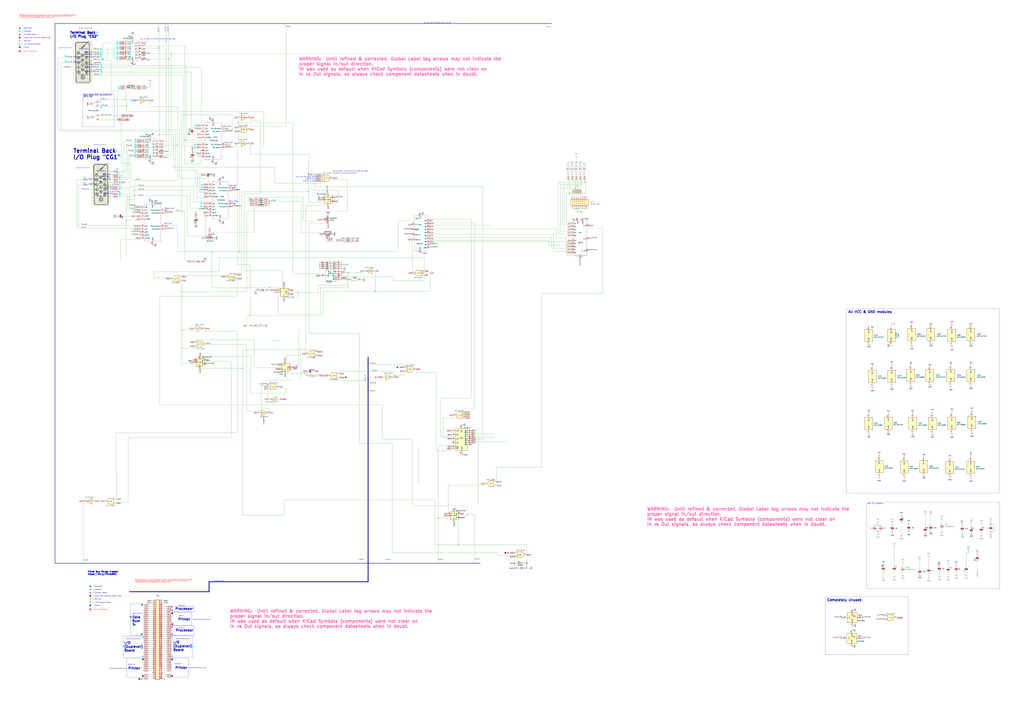
<source format=kicad_sch>
(kicad_sch (version 20230121) (generator eeschema)
  (paper "User" 1300 899.998)
  (junction (at 268.605 319.405))
  (junction (at 476.25 369.57))
  (junction (at 590.55 523.24))
  (junction (at 179.07 191.77))
  (junction (at 733.425 235.585))
  (junction (at 556.26 657.86))
  (junction (at 730.885 238.76))
  (junction (at 734.695 264.795))
  (junction (at 201.93 60.96))
  (junction (at 737.87 233.68))
  (junction (at 1229.3191 700.9154))
  (junction (at 230.505 441.96))
  (junction (at 230.505 370.205))
  (junction (at 440.055 351.155))
  (junction (at 213.995 74.93))
  (junction (at 179.07 198.12))
  (junction (at 501.015 476.885))
  (junction (at 156.845 54.61))
  (junction (at 433.07 304.8))
  (junction (at 1114.425 666.75))
  (junction (at 301.625 256.54))
  (junction (at 341.63 255.27))
  (junction (at 403.225 446.405))
  (junction (at 158.75 126.365))
  (junction (at 294.64 165.1))
  (junction (at 317.5 400.685))
  (junction (at 391.795 243.205))
  (junction (at 729.615 264.795))
  (junction (at 590.55 525.78))
  (junction (at 210.82 52.07))
  (junction (at 653.415 706.755))
  (junction (at 653.415 715.01))
  (junction (at 581.66 691.515))
  (junction (at 185.42 111.125))
  (junction (at 1114.425 674.37))
  (junction (at 590.55 528.32))
  (junction (at 391.795 220.345))
  (junction (at 230.505 419.1))
  (junction (at 387.35 473.71))
  (junction (at 230.505 267.97))
  (junction (at 736.6 205.74))
  (junction (at 653.415 721.36))
  (junction (at 217.17 67.945))
  (junction (at 1257.8941 675.5154))
  (junction (at 441.96 346.075))
  (junction (at 742.95 231.14))
  (junction (at 160.655 134.62))
  (junction (at 160.02 279.4))
  (junction (at 179.07 185.42))
  (junction (at 179.705 67.945))
  (junction (at 304.165 319.405))
  (junction (at 341.63 257.81))
  (junction (at 731.52 205.74))
  (junction (at 225.425 184.15))
  (junction (at 387.985 448.945))
  (junction (at 160.655 109.855))
  (junction (at 156.845 73.66))
  (junction (at 342.265 365.125))
  (junction (at 723.265 245.745))
  (junction (at 156.845 67.31))
  (junction (at 260.985 299.72))
  (junction (at 156.845 60.96))
  (junction (at 302.26 167.005))
  (junction (at 244.475 193.04))
  (junction (at 179.07 179.07))
  (junction (at 302.26 155.575))
  (junction (at 307.975 467.36))
  (junction (at 433.705 335.915))
  (junction (at 1257.8941 665.3554))
  (junction (at 732.155 264.795))
  (junction (at 201.93 192.405))
  (junction (at 170.815 248.285))
  (junction (at 726.44 205.74))
  (junction (at 234.315 177.8))
  (junction (at 630.555 611.505))
  (junction (at 201.93 170.815))
  (no_connect (at 143.51 243.205))
  (no_connect (at 255.27 191.135))
  (no_connect (at 744.855 264.795))
  (no_connect (at 523.24 297.815))
  (no_connect (at 598.805 564.515))
  (no_connect (at 206.375 767.715))
  (no_connect (at 264.16 266.065))
  (no_connect (at 294.64 262.255))
  (no_connect (at 1068.705 810.26))
  (no_connect (at 1094.105 810.26))
  (no_connect (at 1069.34 784.225))
  (no_connect (at 1094.74 784.225))
  (no_connect (at 208.915 270.51))
  (no_connect (at 737.235 327.025))
  (no_connect (at 208.915 290.83))
  (no_connect (at 747.395 302.895))
  (no_connect (at 746.125 318.135))
  (no_connect (at 261.62 462.28))
  (no_connect (at 354.33 463.55))
  (no_connect (at 178.435 294.64))
  (no_connect (at 523.24 291.465))
  (no_connect (at 544.83 314.325))
  (no_connect (at 544.83 310.515))
  (no_connect (at 178.435 270.51))
  (no_connect (at 178.435 298.45))
  (no_connect (at 1123.315 781.685))
  (no_connect (at 1123.315 786.765))
  (no_connect (at 742.315 249.555))
  (no_connect (at 120.396 79.375))
  (no_connect (at 739.775 249.555))
  (no_connect (at 285.75 187.325))
  (no_connect (at 143.51 234.315))
  (no_connect (at 285.75 167.005))
  (no_connect (at 111.76 240.03))
  (no_connect (at 88.646 85.09))
  (no_connect (at 193.675 854.075))
  (no_connect (at 206.375 854.075))
  (no_connect (at 206.375 861.695))
  (no_connect (at 294.64 241.935))
  (no_connect (at 264.16 241.935))
  (no_connect (at 744.855 249.555))
  (no_connect (at 255.27 167.005))
  (no_connect (at 120.396 88.265))
  (no_connect (at 742.315 264.795))
  (no_connect (at 339.725 488.315))
  (no_connect (at 433.705 349.885))
  (no_connect (at 433.705 347.345))
  (no_connect (at 405.765 340.995))
  (no_connect (at 405.765 338.455))
  (no_connect (at 405.765 335.915))
  (no_connect (at 405.765 333.375))
  (no_connect (at 416.56 245.745))
  (no_connect (at 424.18 250.825))
  (no_connect (at 739.775 264.795))
  (bus_entry (at 467.36 494.665) (size 2.54 2.54))
  (bus_entry (at 103.505 715.01) (size 2.54 -2.54))
  (bus_entry (at 487.045 715.01) (size 2.54 -2.54))
  (bus_entry (at 199.39 29.845) (size 2.54 2.54))
  (bus_entry (at 208.28 29.845) (size 2.54 2.54))
  (bus_entry (at 690.88 29.845) (size 2.54 2.54))
  (bus_entry (at 464.82 483.235) (size 2.54 -2.54))
  (bus_entry (at 211.455 29.845) (size 2.54 2.54))
  (bus_entry (at 600.075 715.01) (size 2.54 -2.54))
  (bus_entry (at 467.36 484.505) (size 2.54 2.54))
  (bus_entry (at 467.36 459.74) (size 2.54 2.54))
  (bus_entry (at 452.755 715.01) (size 2.54 -2.54))
  (bus_entry (at 553.72 715.01) (size 2.54 -2.54))
  (bus_entry (at 360.68 29.845) (size 2.54 2.54))
  (wire (pts (xy 255.27 183.515) (xy 255.27 180.34)))
  (wire (pts (xy 178.435 274.32) (xy 178.435 275.59)))
  (wire (pts (xy 188.595 772.795) (xy 193.675 772.795)))
  (bus (pts (xy 467.36 494.665) (xy 467.36 738.505)) (stroke (width 1)))
  (wire (pts (xy 732.155 245.745) (xy 732.155 249.555)))
  (wire (pts (xy 544.83 304.8) (xy 696.595 304.8)))
  (wire (pts (xy 106.426 76.2) (xy 131.953 76.2)))
  (wire (pts (xy 188.595 785.495) (xy 193.675 785.495)))
  (wire (pts (xy 230.505 419.1) (xy 245.745 419.1)))
  (wire (pts (xy 314.96 250.19) (xy 384.81 250.19)))
  (wire (pts (xy 556.26 565.785) (xy 573.405 565.785)))
  (wire (pts (xy 99.695 95.25) (xy 232.41 95.25)))
  (wire (pts (xy 317.5 164.465) (xy 317.5 160.02)))
  (wire (pts (xy 188.595 851.535) (xy 193.675 851.535)))
  (wire (pts (xy 729.615 264.795) (xy 727.075 264.795)))
  (wire (pts (xy 179.07 185.42) (xy 179.07 186.69)))
  (wire (pts (xy 584.2 655.955) (xy 593.09 655.955)))
  (wire (pts (xy 206.375 770.255) (xy 211.455 770.255)))
  (wire (pts (xy 1226.7791 700.9154) (xy 1229.3191 700.9154)))
  (wire (pts (xy 317.5 195.58) (xy 391.795 195.58)))
  (wire (pts (xy 440.055 351.155) (xy 440.055 361.95)))
  (wire (pts (xy 222.885 166.37) (xy 77.47 166.37)))
  (wire (pts (xy 188.595 846.455) (xy 193.675 846.455)))
  (wire (pts (xy 160.655 141.605) (xy 160.655 134.62)))
  (wire (pts (xy 77.47 166.37) (xy 77.47 79.375)))
  (wire (pts (xy 1240.7491 712.3454) (xy 1240.7491 725.0454)))
  (wire (pts (xy 391.795 220.345) (xy 407.67 220.345)))
  (wire (pts (xy 134.62 227.965) (xy 143.51 227.965)))
  (wire (pts (xy 1221.74 677.545) (xy 1221.74 675.005)))
  (wire (pts (xy 247.65 275.59) (xy 248.92 275.59)))
  (wire (pts (xy 747.395 289.56) (xy 747.395 286.385)))
  (wire (pts (xy 716.28 285.75) (xy 716.28 238.76)))
  (wire (pts (xy 544.83 307.975) (xy 544.83 306.705)))
  (wire (pts (xy 247.65 236.22) (xy 247.65 215.9)))
  (wire (pts (xy 384.81 250.19) (xy 384.81 280.67)))
  (wire (pts (xy 476.25 369.57) (xy 410.21 369.57)))
  (wire (pts (xy 247.015 434.34) (xy 247.015 431.165)))
  (wire (pts (xy 544.83 291.465) (xy 544.83 290.195)))
  (wire (pts (xy 201.93 170.815) (xy 220.345 170.815)))
  (wire (pts (xy 313.055 267.97) (xy 440.69 267.97)))
  (wire (pts (xy 318.135 499.11) (xy 362.585 499.11)))
  (wire (pts (xy 111.506 79.375) (xy 120.396 79.375)))
  (wire (pts (xy 230.505 145.415) (xy 230.505 267.97)))
  (wire (pts (xy 201.93 170.815) (xy 201.93 179.07)))
  (wire (pts (xy 134.62 222.25) (xy 143.51 222.25)))
  (wire (pts (xy 125.73 146.685) (xy 153.67 146.685)))
  (wire (pts (xy 765.175 289.56) (xy 747.395 289.56)))
  (wire (pts (xy 300.99 375.92) (xy 202.565 375.92)))
  (wire (pts (xy 501.015 476.885) (xy 513.08 476.885)))
  (wire (pts (xy 306.705 243.205) (xy 391.795 243.205)))
  (wire (pts (xy 653.415 721.36) (xy 653.415 721.4108)))
  (polyline (pts (xy 181.61 835.025) (xy 156.21 835.025)))
  (wire (pts (xy 244.475 192.405) (xy 244.475 193.04)))
  (wire (pts (xy 268.605 319.405) (xy 304.165 319.405)))
  (wire (pts (xy 307.975 443.865) (xy 403.225 443.865)))
  (wire (pts (xy 424.18 254) (xy 424.18 255.905)))
  (wire (pts (xy 718.82 245.745) (xy 718.82 281.94)))
  (wire (pts (xy 584.2 653.415) (xy 584.2 652.145)))
  (wire (pts (xy 369.57 462.915) (xy 379.095 462.915)))
  (wire (pts (xy 304.165 240.03) (xy 294.64 240.03)))
  (wire (pts (xy 730.885 238.76) (xy 730.885 229.235)))
  (wire (pts (xy 206.375 793.115) (xy 211.455 793.115)))
  (wire (pts (xy 1195.705 671.83) (xy 1195.705 674.37)))
  (wire (pts (xy 379.095 462.915) (xy 379.095 418.465)))
  (wire (pts (xy 381.635 438.15) (xy 381.635 480.06)))
  (wire (pts (xy 440.055 351.155) (xy 433.705 351.155)))
  (polyline (pts (xy 217.678 777.113) (xy 243.586 777.113)))
  (wire (pts (xy 368.3 368.3) (xy 368.3 369.57)))
  (wire (pts (xy 179.705 60.96) (xy 179.705 62.23)))
  (wire (pts (xy 598.805 550.545) (xy 628.015 550.545)))
  (wire (pts (xy 206.375 813.435) (xy 211.455 813.435)))
  (wire (pts (xy 360.68 363.22) (xy 358.775 363.22)))
  (wire (pts (xy 398.145 241.3) (xy 429.26 241.3)))
  (wire (pts (xy 440.69 354.965) (xy 433.705 354.965)))
  (wire (pts (xy 384.81 280.67) (xy 408.94 280.67)))
  (wire (pts (xy 302.26 155.575) (xy 302.26 161.925)))
  (wire (pts (xy 721.36 223.52) (xy 723.265 223.52)))
  (wire (pts (xy 188.595 770.255) (xy 193.675 770.255)))
  (polyline (pts (xy 243.84 807.085) (xy 243.84 834.39)))
  (wire (pts (xy 342.265 365.125) (xy 353.06 365.125)))
  (wire (pts (xy 206.375 833.755) (xy 211.455 833.755)))
  (wire (pts (xy 125.095 134.62) (xy 160.655 134.62)))
  (wire (pts (xy 263.525 267.97) (xy 247.65 267.97)))
  (wire (pts (xy 391.795 243.205) (xy 391.795 256.54)))
  (wire (pts (xy 562.61 530.86) (xy 575.31 530.86)))
  (wire (pts (xy 208.915 285.115) (xy 224.79 285.115)))
  (wire (pts (xy 185.42 109.855) (xy 185.42 111.125)))
  (wire (pts (xy 341.63 255.27) (xy 341.63 257.81)))
  (wire (pts (xy 1174.75 653.415) (xy 1174.75 668.655)))
  (wire (pts (xy 261.62 458.47) (xy 293.37 458.47)))
  (wire (pts (xy 731.52 200.66) (xy 731.52 205.74)))
  (wire (pts (xy 129.54 243.205) (xy 143.51 243.205)))
  (wire (pts (xy 255.27 187.325) (xy 255.27 185.42)))
  (wire (pts (xy 723.265 245.745) (xy 727.075 245.745)))
  (wire (pts (xy 602.615 518.16) (xy 590.55 518.16)))
  (wire (pts (xy 153.035 329.565) (xy 153.035 303.53)))
  (wire (pts (xy 147.955 637.54) (xy 147.955 638.81)))
  (wire (pts (xy 260.35 220.345) (xy 260.35 222.25)))
  (wire (pts (xy 429.26 254) (xy 424.18 254)))
  (wire (pts (xy 201.93 60.96) (xy 201.93 170.815)))
  (wire (pts (xy 339.09 482.6) (xy 370.205 482.6)))
  (wire (pts (xy 99.06 234.315) (xy 105.41 234.315)))
  (wire (pts (xy 206.375 856.615) (xy 211.455 856.615)))
  (wire (pts (xy 188.595 782.955) (xy 193.675 782.955)))
  (wire (pts (xy 631.825 705.485) (xy 653.415 705.485)))
  (wire (pts (xy 158.75 109.855) (xy 160.655 109.855)))
  (wire (pts (xy 225.425 135.255) (xy 189.865 135.255)))
  (wire (pts (xy 188.595 808.355) (xy 193.675 808.355)))
  (wire (pts (xy 149.86 249.555) (xy 168.91 249.555)))
  (wire (pts (xy 729.615 245.745) (xy 729.615 249.555)))
  (wire (pts (xy 201.93 190.5) (xy 201.93 192.405)))
  (wire (pts (xy 206.375 826.135) (xy 211.455 826.135)))
  (wire (pts (xy 725.805 299.085) (xy 725.805 297.18)))
  (wire (pts (xy 1132.84 664.21) (xy 1132.84 666.75)))
  (wire (pts (xy 725.805 285.75) (xy 716.28 285.75)))
  (wire (pts (xy 188.595 826.135) (xy 193.675 826.135)))
  (wire (pts (xy 1114.425 674.37) (xy 1114.425 676.91)))
  (wire (pts (xy 322.58 255.27) (xy 322.58 254)))
  (wire (pts (xy 293.37 458.47) (xy 293.37 555.625)))
  (wire (pts (xy 598.805 553.085) (xy 607.06 553.085)))
  (wire (pts (xy 206.375 841.375) (xy 211.455 841.375)))
  (wire (pts (xy 149.86 217.805) (xy 160.02 217.805)))
  (wire (pts (xy 264.16 251.46) (xy 264.16 249.555)))
  (wire (pts (xy 260.985 302.26) (xy 260.985 299.72)))
  (wire (pts (xy 261.62 457.2) (xy 261.62 458.47)))
  (wire (pts (xy 407.035 398.78) (xy 353.06 398.78)))
  (wire (pts (xy 125.095 129.54) (xy 125.095 126.365)))
  (bus (pts (xy 487.045 715.01) (xy 553.72 715.01)) (stroke (width 0.5)))
  (wire (pts (xy 179.705 58.42) (xy 234.315 58.42)))
  (wire (pts (xy 206.375 805.815) (xy 211.455 805.815)))
  (wire (pts (xy 431.165 483.235) (xy 464.82 483.235)))
  (wire (pts (xy 598.805 560.705) (xy 643.255 560.705)))
  (wire (pts (xy 97.155 285.75) (xy 178.435 285.75)))
  (wire (pts (xy 285.75 165.1) (xy 285.75 163.195)))
  (wire (pts (xy 358.775 363.22) (xy 358.775 343.535)))
  (wire (pts (xy 188.595 856.615) (xy 193.675 856.615)))
  (wire (pts (xy 317.5 152.4) (xy 317.5 149.225)))
  (wire (pts (xy 725.805 289.56) (xy 714.375 289.56)))
  (wire (pts (xy 123.825 217.805) (xy 123.825 220.98)))
  (wire (pts (xy 363.22 32.385) (xy 363.22 160.02)))
  (wire (pts (xy 202.565 375.92) (xy 202.565 513.715)))
  (wire (pts (xy 602.615 653.415) (xy 602.615 712.47)))
  (wire (pts (xy 546.1 346.71) (xy 538.48 346.71)))
  (wire (pts (xy 201.93 32.385) (xy 201.93 60.96)))
  (wire (pts (xy 188.595 810.895) (xy 193.675 810.895)))
  (wire (pts (xy 433.705 351.155) (xy 433.705 352.425)))
  (wire (pts (xy 568.96 615.95) (xy 615.315 615.95)))
  (wire (pts (xy 630.555 611.505) (xy 630.555 593.09)))
  (wire (pts (xy 410.21 369.57) (xy 410.21 400.685)))
  (wire (pts (xy 246.38 461.645) (xy 246.38 459.74)))
  (wire (pts (xy 340.36 252.73) (xy 341.63 252.73)))
  (wire (pts (xy 387.985 448.945) (xy 387.985 450.85)))
  (wire (pts (xy 247.65 168.91) (xy 255.27 168.91)))
  (wire (pts (xy 725.805 295.275) (xy 725.805 293.37)))
  (wire (pts (xy 255.27 185.42) (xy 232.41 185.42)))
  (wire (pts (xy 1179.1557 707.7778) (xy 1179.1557 720.4778)))
  (wire (pts (xy 331.47 518.16) (xy 342.9 518.16)))
  (bus (pts (xy 168.275 777.875) (xy 168.275 779.145)))
  (wire (pts (xy 725.805 287.655) (xy 725.805 285.75)))
  (wire (pts (xy 156.21 222.25) (xy 156.21 179.07)))
  (wire (pts (xy 247.015 431.165) (xy 322.58 431.165)))
  (bus (pts (xy 164.465 751.205) (xy 265.43 751.205)) (stroke (width 1)))
  (wire (pts (xy 255.27 177.8) (xy 234.315 177.8)))
  (wire (pts (xy 260.985 420.37) (xy 300.99 420.37)))
  (wire (pts (xy 708.66 297.18) (xy 708.66 231.14)))
  (wire (pts (xy 593.09 655.955) (xy 593.09 641.985)))
  (wire (pts (xy 544.83 285.75) (xy 626.11 285.75)))
  (wire (pts (xy 737.235 245.745) (xy 742.95 245.745)))
  (wire (pts (xy 201.93 186.69) (xy 201.93 185.42)))
  (wire (pts (xy 188.595 780.415) (xy 193.675 780.415)))
  (wire (pts (xy 371.475 155.575) (xy 371.475 347.345)))
  (wire (pts (xy 322.58 260.35) (xy 322.58 294.64)))
  (wire (pts (xy 1114.425 664.21) (xy 1114.425 666.75)))
  (wire (pts (xy 544.83 297.18) (xy 702.945 297.18)))
  (wire (pts (xy 553.72 572.135) (xy 573.405 572.135)))
  (wire (pts (xy 598.805 551.815) (xy 598.805 553.085)))
  (wire (pts (xy 523.24 557.53) (xy 523.24 641.985)))
  (wire (pts (xy 266.065 294.64) (xy 322.58 294.64)))
  (wire (pts (xy 382.27 255.27) (xy 341.63 255.27)))
  (wire (pts (xy 1192.53 725.805) (xy 1192.4891 730.7604)))
  (wire (pts (xy 314.96 254) (xy 314.96 250.19)))
  (wire (pts (xy 742.95 231.14) (xy 742.95 223.52)))
  (wire (pts (xy 339.725 493.395) (xy 339.725 506.73)))
  (wire (pts (xy 217.17 67.945) (xy 634.365 67.945)))
  (wire (pts (xy 403.86 361.95) (xy 440.055 361.95)))
  (wire (pts (xy 706.12 301.625) (xy 718.82 301.625)))
  (wire (pts (xy 168.91 241.3) (xy 168.91 249.555)))
  (wire (pts (xy 726.44 205.74) (xy 721.36 205.74)))
  (wire (pts (xy 300.99 348.615) (xy 300.99 346.71)))
  (polyline (pts (xy 156.21 807.72) (xy 156.21 835.025)))
  (wire (pts (xy 538.48 327.025) (xy 278.13 327.025)))
  (wire (pts (xy 322.58 254) (xy 314.96 254)))
  (wire (pts (xy 1203.9191 716.5364) (xy 1203.9191 719.3304)))
  (wire (pts (xy 361.95 473.71) (xy 387.35 473.71)))
  (bus (pts (xy 452.755 715.01) (xy 487.045 715.01)) (stroke (width 0.5)))
  (wire (pts (xy 344.805 432.435) (xy 355.6 432.435)))
  (wire (pts (xy 156.845 73.66) (xy 144.78 73.66)))
  (wire (pts (xy 208.915 287.02) (xy 208.915 285.115)))
  (wire (pts (xy 264.16 226.06) (xy 227.965 226.06)))
  (wire (pts (xy 725.805 281.94) (xy 725.805 283.845)))
  (wire (pts (xy 234.315 58.42) (xy 234.315 177.8)))
  (wire (pts (xy 188.595 788.035) (xy 193.675 788.035)))
  (wire (pts (xy 702.945 297.18) (xy 702.945 318.77)))
  (wire (pts (xy 206.375 815.975) (xy 211.455 815.975)))
  (wire (pts (xy 408.94 280.67) (xy 408.94 278.765)))
  (wire (pts (xy 301.625 256.54) (xy 301.625 186.055)))
  (wire (pts (xy 523.24 304.165) (xy 523.24 346.71)))
  (wire (pts (xy 387.35 473.71) (xy 389.89 473.71)))
  (wire (pts (xy 136.525 73.025) (xy 136.525 60.96)))
  (wire (pts (xy 105.41 712.47) (xy 106.045 712.47)))
  (wire (pts (xy 247.65 267.97) (xy 247.65 275.59)))
  (wire (pts (xy 544.83 300.99) (xy 699.77 300.99)))
  (wire (pts (xy 590.55 528.32) (xy 590.55 530.86)))
  (wire (pts (xy 188.595 793.115) (xy 193.675 793.115)))
  (wire (pts (xy 551.815 691.515) (xy 581.66 691.515)))
  (polyline (pts (xy 246.38 776.605) (xy 217.678 776.605)))
  (wire (pts (xy 136.525 60.96) (xy 156.845 60.96)))
  (wire (pts (xy 327.66 521.97) (xy 327.66 523.875)))
  (wire (pts (xy 242.57 161.29) (xy 242.57 91.44)))
  (wire (pts (xy 300.99 346.71) (xy 306.705 346.71)))
  (wire (pts (xy 160.02 279.4) (xy 160.02 323.85)))
  (wire (pts (xy 1131.57 410.845) (xy 1131.57 415.925)))
  (wire (pts (xy 201.93 196.85) (xy 217.17 196.85)))
  (bus (pts (xy 208.28 29.845) (xy 211.455 29.845)) (stroke (width 0.5)))
  (wire (pts (xy 407.035 365.125) (xy 407.035 398.78)))
  (wire (pts (xy 188.595 795.655) (xy 193.675 795.655)))
  (wire (pts (xy 134.62 240.03) (xy 143.51 240.03)))
  (wire (pts (xy 699.77 300.99) (xy 699.77 314.96)))
  (wire (pts (xy 1264.2441 671.7054) (xy 1261.7041 671.7054)))
  (wire (pts (xy 179.07 190.5) (xy 179.07 191.77)))
  (wire (pts (xy 306.705 243.205) (xy 306.705 346.71)))
  (wire (pts (xy 630.555 593.09) (xy 687.705 593.09)))
  (wire (pts (xy 132.715 635) (xy 132.715 636.27)))
  (wire (pts (xy 322.58 466.725) (xy 354.33 466.725)))
  (wire (pts (xy 147.32 600.075) (xy 147.955 600.075)))
  (wire (pts (xy 400.685 236.855) (xy 400.685 228.6)))
  (wire (pts (xy 206.375 838.835) (xy 211.455 838.835)))
  (wire (pts (xy 156.845 73.66) (xy 156.845 74.93)))
  (wire (pts (xy 230.505 370.205) (xy 313.055 370.205)))
  (wire (pts (xy 179.07 191.77) (xy 179.07 193.04)))
  (polyline (pts (xy 246.38 794.385) (xy 246.38 806.45)))
  (wire (pts (xy 340.36 255.27) (xy 341.63 255.27)))
  (wire (pts (xy 573.405 546.735) (xy 573.405 544.195)))
  (wire (pts (xy 573.405 565.785) (xy 573.405 567.055)))
  (wire (pts (xy 230.505 461.645) (xy 246.38 461.645)))
  (wire (pts (xy 407.67 224.79) (xy 407.67 223.52)))
  (bus (pts (xy 222.885 842.01) (xy 222.885 843.28)))
  (wire (pts (xy 293.37 555.625) (xy 162.56 555.625)))
  (bus (pts (xy 600.075 715.01) (xy 609.6 715.01)) (stroke (width 0.5)))
  (wire (pts (xy 307.975 467.36) (xy 254 467.36)))
  (wire (pts (xy 206.375 851.535) (xy 211.455 851.535)))
  (wire (pts (xy 123.19 248.285) (xy 123.19 249.555)))
  (wire (pts (xy 156.845 67.31) (xy 156.845 68.58)))
  (wire (pts (xy 188.595 859.155) (xy 193.675 859.155)))
  (wire (pts (xy 188.595 836.295) (xy 193.675 836.295)))
  (wire (pts (xy 433.07 302.9458) (xy 433.07 304.8)))
  (wire (pts (xy 206.375 846.455) (xy 211.455 846.455)))
  (wire (pts (xy 341.63 260.35) (xy 341.63 257.81)))
  (wire (pts (xy 431.8 306.705) (xy 431.8 304.8)))
  (wire (pts (xy 368.3 373.38) (xy 368.3 371.475)))
  (wire (pts (xy 227.965 226.06) (xy 227.965 164.465)))
  (wire (pts (xy 213.995 74.93) (xy 213.995 192.405)))
  (wire (pts (xy 461.01 346.075) (xy 461.01 344.17)))
  (wire (pts (xy 255.27 163.195) (xy 255.27 161.29)))
  (bus (pts (xy 690.88 29.845) (xy 700.405 29.845)) (stroke (width 0.5)))
  (wire (pts (xy 208.915 267.97) (xy 230.505 267.97)))
  (bus (pts (xy 69.85 29.845) (xy 69.85 715.01)) (stroke (width 0.5)))
  (wire (pts (xy 247.65 215.9) (xy 222.885 215.9)))
  (wire (pts (xy 129.54 224.79) (xy 143.51 224.79)))
  (wire (pts (xy 433.705 344.805) (xy 433.705 346.075)))
  (polyline (pts (xy 217.805 835.66) (xy 239.395 835.66)))
  (wire (pts (xy 523.24 280.035) (xy 523.24 285.115)))
  (wire (pts (xy 416.56 260.985) (xy 387.985 260.985)))
  (wire (pts (xy 1261.7041 675.5154) (xy 1257.8941 675.5154)))
  (wire (pts (xy 106.426 88.265) (xy 120.396 88.265)))
  (wire (pts (xy 188.595 790.575) (xy 193.675 790.575)))
  (wire (pts (xy 387.35 473.71) (xy 387.35 476.885)))
  (wire (pts (xy 206.375 808.355) (xy 211.455 808.355)))
  (wire (pts (xy 501.015 471.17) (xy 501.015 476.885)))
  (wire (pts (xy 105.41 636.27) (xy 105.41 712.47)))
  (wire (pts (xy 723.265 223.52) (xy 723.265 245.745)))
  (wire (pts (xy 213.995 32.385) (xy 213.995 74.93)))
  (wire (pts (xy 134.62 246.38) (xy 143.51 246.38)))
  (wire (pts (xy 188.595 767.715) (xy 193.675 767.715)))
  (wire (pts (xy 264.16 264.16) (xy 241.3 264.16)))
  (wire (pts (xy 260.985 299.72) (xy 260.985 275.59)))
  (polyline (pts (xy 218.44 834.39) (xy 243.84 834.39)))
  (wire (pts (xy 149.86 224.79) (xy 161.925 224.79)))
  (bus (pts (xy 467.36 459.74) (xy 467.36 480.695)) (stroke (width 1)))
  (wire (pts (xy 201.93 192.405) (xy 201.93 194.31)))
  (wire (pts (xy 499.745 351.155) (xy 440.055 351.155)))
  (wire (pts (xy 166.37 207.01) (xy 153.67 207.01)))
  (wire (pts (xy 405.13 474.98) (xy 415.925 474.98)))
  (bus (pts (xy 103.505 715.01) (xy 452.755 715.01)) (stroke (width 0.5)))
  (wire (pts (xy 415.925 306.705) (xy 431.8 306.705)))
  (wire (pts (xy 179.705 60.96) (xy 201.93 60.96)))
  (wire (pts (xy 156.845 54.61) (xy 156.845 55.88)))
  (wire (pts (xy 530.86 567.055) (xy 530.86 612.775)))
  (wire (pts (xy 598.805 561.975) (xy 598.805 563.88)))
  (wire (pts (xy 1135.38 695.325) (xy 1135.38 718.185)))
  (wire (pts (xy 407.67 228.6) (xy 407.67 227.33)))
  (wire (pts (xy 302.26 165.1) (xy 302.26 167.005)))
  (wire (pts (xy 250.19 216.535) (xy 250.19 251.46)))
  (wire (pts (xy 148.59 115.57) (xy 148.59 151.765)))
  (wire (pts (xy 255.27 198.755) (xy 255.27 207.645)))
  (wire (pts (xy 725.805 306.705) (xy 725.805 305.435)))
  (wire (pts (xy 416.56 283.845) (xy 392.43 283.845)))
  (wire (pts (xy 340.36 260.35) (xy 341.63 260.35)))
  (wire (pts (xy 1226.7791 718.7191) (xy 1226.7791 700.9154)))
  (wire (pts (xy 206.375 828.675) (xy 211.455 828.675)))
  (wire (pts (xy 111.125 67.31) (xy 156.845 67.31)))
  (wire (pts (xy 1121.41 725.805) (xy 1121.41 732.155)))
  (wire (pts (xy 188.595 861.695) (xy 193.675 861.695)))
  (wire (pts (xy 668.655 691.515) (xy 668.655 704.215)))
  (bus (pts (xy 97.155 212.725) (xy 97.155 213.995)))
  (wire (pts (xy 455.93 422.91) (xy 455.93 562.61)))
  (wire (pts (xy 304.165 319.405) (xy 505.46 319.405)))
  (wire (pts (xy 562.61 555.625) (xy 562.61 530.86)))
  (polyline (pts (xy 182.499 766.445) (xy 165.608 766.445)))
  (wire (pts (xy 550.545 307.975) (xy 544.83 307.975)))
  (wire (pts (xy 125.095 126.365) (xy 158.75 126.365)))
  (wire (pts (xy 369.57 466.09) (xy 369.57 462.915)))
  (polyline (pts (xy 217.932 806.45) (xy 246.38 806.45)))
  (wire (pts (xy 523.24 641.985) (xy 593.09 641.985)))
  (wire (pts (xy 598.805 558.165) (xy 612.775 558.165)))
  (wire (pts (xy 111.76 91.44) (xy 242.57 91.44)))
  (wire (pts (xy 725.805 323.85) (xy 725.805 320.675)))
  (wire (pts (xy 342.9 518.16) (xy 342.9 523.875)))
  (wire (pts (xy 247.65 166.37) (xy 247.65 168.91)))
  (wire (pts (xy 195.58 352.425) (xy 215.265 352.425)))
  (wire (pts (xy 210.82 52.07) (xy 210.82 185.42)))
  (wire (pts (xy 1245.87 666.115) (xy 1245.87 668.655)))
  (wire (pts (xy 318.135 452.12) (xy 318.135 499.11)))
  (wire (pts (xy 156.845 60.96) (xy 156.845 59.69)))
  (wire (pts (xy 431.165 479.425) (xy 431.165 483.235)))
  (wire (pts (xy 1181.735 653.415) (xy 1181.735 666.115)))
  (wire (pts (xy 476.25 344.17) (xy 476.25 369.57)))
  (wire (pts (xy 161.925 265.43) (xy 161.925 246.38)))
  (wire (pts (xy 544.83 302.895) (xy 544.83 304.8)))
  (wire (pts (xy 189.865 127.635) (xy 189.865 135.255)))
  (polyline (pts (xy 239.395 835.66) (xy 239.395 859.79)))
  (wire (pts (xy 556.26 657.86) (xy 568.96 657.86)))
  (wire (pts (xy 546.1 346.71) (xy 546.1 369.57)))
  (wire (pts (xy 106.68 82.55) (xy 160.02 82.55)))
  (wire (pts (xy 188.595 821.055) (xy 193.675 821.055)))
  (wire (pts (xy 708.66 231.14) (xy 742.95 231.14)))
  (wire (pts (xy 156.845 72.39) (xy 156.845 73.66)))
  (wire (pts (xy 220.345 170.815) (xy 220.345 212.09)))
  (wire (pts (xy 455.93 562.61) (xy 497.84 562.61)))
  (wire (pts (xy 1146.175 715.645) (xy 1146.175 718.693)))
  (bus (pts (xy 227.33 768.35) (xy 227.33 769.62)))
  (wire (pts (xy 201.93 185.42) (xy 210.82 185.42)))
  (bus (pts (xy 265.43 738.505) (xy 467.36 738.505)) (stroke (width 1)))
  (wire (pts (xy 1118.235 674.37) (xy 1114.425 674.37)))
  (wire (pts (xy 242.57 330.835) (xy 242.57 332.105)))
  (wire (pts (xy 573.405 572.135) (xy 573.405 569.595)))
  (wire (pts (xy 160.02 82.55) (xy 160.02 83.185)))
  (wire (pts (xy 1257.8941 665.3554) (xy 1257.8941 666.6254)))
  (wire (pts (xy 330.2 152.4) (xy 317.5 152.4)))
  (bus (pts (xy 467.36 484.505) (xy 467.36 494.665)) (stroke (width 1)))
  (wire (pts (xy 433.07 304.8) (xy 433.07 306.07)))
  (wire (pts (xy 147.955 633.73) (xy 147.955 600.075)))
  (polyline (pts (xy 217.805 807.085) (xy 243.84 807.085)))
  (wire (pts (xy 134.62 234.315) (xy 143.51 234.315)))
  (bus (pts (xy 199.39 29.845) (xy 208.28 29.845)) (stroke (width 0.5)))
  (wire (pts (xy 313.055 400.685) (xy 313.055 413.385)))
  (wire (pts (xy 725.805 318.77) (xy 702.945 318.77)))
  (wire (pts (xy 188.595 818.515) (xy 193.675 818.515)))
  (bus (pts (xy 139.7 847.725) (xy 139.7 848.995)))
  (wire (pts (xy 230.505 419.1) (xy 230.505 441.96)))
  (wire (pts (xy 431.165 471.17) (xy 501.015 471.17)))
  (wire (pts (xy 598.805 545.465) (xy 598.805 546.735)))
  (wire (pts (xy 170.815 228.6) (xy 170.815 248.285)))
  (wire (pts (xy 188.595 777.875) (xy 193.675 777.875)))
  (wire (pts (xy 556.26 657.86) (xy 556.26 712.47)))
  (wire (pts (xy 732.155 264.795) (xy 732.155 268.605)))
  (polyline (pts (xy 246.38 769.62) (xy 246.38 776.605)))
  (wire (pts (xy 144.78 73.66) (xy 144.78 62.865)))
  (wire (pts (xy 602.615 282.575) (xy 602.615 518.16)))
  (wire (pts (xy 728.345 223.52) (xy 726.44 223.52)))
  (wire (pts (xy 149.86 246.38) (xy 161.925 246.38)))
  (wire (pts (xy 255.27 194.945) (xy 255.27 193.04)))
  (wire (pts (xy 725.805 291.465) (xy 725.805 289.56)))
  (wire (pts (xy 224.79 285.115) (xy 224.79 319.405)))
  (wire (pts (xy 440.69 227.965) (xy 422.91 227.965)))
  (wire (pts (xy 575.31 530.86) (xy 575.31 527.05)))
  (wire (pts (xy 236.22 180.34) (xy 236.22 83.185)))
  (wire (pts (xy 244.475 193.04) (xy 255.27 193.04)))
  (wire (pts (xy 1203.9191 726.9504) (xy 1203.9191 730.7604)))
  (bus (pts (xy 69.85 715.01) (xy 103.505 715.01)) (stroke (width 0.5)))
  (wire (pts (xy 166.37 236.22) (xy 245.745 236.22)))
  (wire (pts (xy 179.705 52.07) (xy 179.705 54.61)))
  (wire (pts (xy 120.65 636.27) (xy 120.65 635)))
  (wire (pts (xy 253.365 243.84) (xy 253.365 220.345)))
  (wire (pts (xy 156.21 179.07) (xy 179.07 179.07)))
  (wire (pts (xy 737.87 223.52) (xy 736.6 223.52)))
  (bus (pts (xy 119.38 183.515) (xy 119.38 184.785)))
  (wire (pts (xy 188.595 841.375) (xy 193.675 841.375)))
  (wire (pts (xy 300.99 420.37) (xy 300.99 549.275)))
  (wire (pts (xy 737.87 233.68) (xy 737.87 223.52)))
  (wire (pts (xy 433.07 304.8) (xy 431.8 304.8)))
  (wire (pts (xy 513.08 471.17) (xy 513.08 476.885)))
  (wire (pts (xy 733.425 235.585) (xy 733.425 223.52)))
  (wire (pts (xy 550.545 306.705) (xy 725.805 306.705)))
  (wire (pts (xy 179.07 196.85) (xy 179.07 198.12)))
  (wire (pts (xy 99.06 289.56) (xy 99.06 234.315)))
  (wire (pts (xy 149.86 227.965) (xy 163.83 227.965)))
  (wire (pts (xy 317.5 182.245) (xy 317.5 195.58)))
  (wire (pts (xy 313.055 521.97) (xy 327.66 521.97)))
  (wire (pts (xy 163.83 198.12) (xy 163.83 227.965)))
  (wire (pts (xy 469.9 462.28) (xy 513.08 462.28)))
  (wire (pts (xy 230.505 356.235) (xy 230.505 370.205)))
  (bus (pts (xy 360.68 29.845) (xy 690.88 29.845)) (stroke (width 0.5)))
  (wire (pts (xy 737.87 236.22) (xy 737.87 233.68)))
  (wire (pts (xy 505.46 280.035) (xy 523.24 280.035)))
  (wire (pts (xy 111.76 227.965) (xy 121.285 227.965)))
  (bus (pts (xy 422.91 219.075) (xy 422.91 220.345)))
  (wire (pts (xy 179.705 74.93) (xy 213.995 74.93)))
  (polyline (pts (xy 165.608 806.577) (xy 182.245 806.577)))
  (wire (pts (xy 230.505 370.205) (xy 230.505 419.1)))
  (wire (pts (xy 132.08 76.2) (xy 140.97 76.2)))
  (polyline (pts (xy 243.586 777.113) (xy 243.586 793.877)))
  (wire (pts (xy 178.435 265.43) (xy 161.925 265.43)))
  (wire (pts (xy 178.435 303.53) (xy 178.435 302.26)))
  (wire (pts (xy 170.815 248.285) (xy 170.815 253.365)))
  (wire (pts (xy 581.66 691.515) (xy 668.655 691.515)))
  (wire (pts (xy 358.775 343.535) (xy 309.88 343.535)))
  (wire (pts (xy 268.605 319.405) (xy 268.605 365.125)))
  (wire (pts (xy 285.75 186.055) (xy 285.75 183.515)))
  (wire (pts (xy 178.435 290.83) (xy 178.435 289.56)))
  (wire (pts (xy 260.985 275.59) (xy 264.16 275.59)))
  (wire (pts (xy 723.265 245.745) (xy 718.82 245.745)))
  (wire (pts (xy 653.415 706.755) (xy 653.415 715.01)))
  (wire (pts (xy 149.86 222.25) (xy 156.21 222.25)))
  (wire (pts (xy 441.96 346.075) (xy 461.01 346.075)))
  (wire (pts (xy 405.765 347.345) (xy 405.765 349.885)))
  (wire (pts (xy 178.435 260.985) (xy 163.83 260.985)))
  (wire (pts (xy 232.41 185.42) (xy 232.41 95.25)))
  (wire (pts (xy 1195.705 660.4) (xy 1195.705 664.21)))
  (wire (pts (xy 206.375 818.515) (xy 211.455 818.515)))
  (wire (pts (xy 255.27 174.625) (xy 255.27 177.8)))
  (wire (pts (xy 590.55 518.16) (xy 590.55 523.24)))
  (bus (pts (xy 245.745 785.495) (xy 245.745 786.765)))
  (wire (pts (xy 123.825 217.805) (xy 143.51 217.805)))
  (wire (pts (xy 111.76 240.03) (xy 121.285 240.03)))
  (wire (pts (xy 429.26 241.3) (xy 429.26 254)))
  (wire (pts (xy 185.42 111.125) (xy 190.5 111.125)))
  (wire (pts (xy 255.27 168.91) (xy 255.27 170.815)))
  (wire (pts (xy 105.41 227.965) (xy 97.155 227.965)))
  (wire (pts (xy 250.19 251.46) (xy 264.16 251.46)))
  (wire (pts (xy 206.375 780.415) (xy 211.455 780.415)))
  (wire (pts (xy 1135.38 725.805) (xy 1135.38 730.885)))
  (wire (pts (xy 188.595 833.755) (xy 193.675 833.755)))
  (wire (pts (xy 403.225 446.405) (xy 403.225 451.485)))
  (wire (pts (xy 734.695 245.745) (xy 735.965 245.745)))
  (wire (pts (xy 353.06 365.125) (xy 353.06 368.3)))
  (wire (pts (xy 201.93 198.12) (xy 201.93 196.85)))
  (wire (pts (xy 206.375 831.215) (xy 211.455 831.215)))
  (wire (pts (xy 111.76 73.025) (xy 136.525 73.025)))
  (wire (pts (xy 584.2 657.225) (xy 584.2 655.955)))
  (wire (pts (xy 433.705 335.915) (xy 434.975 335.915)))
  (wire (pts (xy 179.07 198.12) (xy 163.83 198.12)))
  (wire (pts (xy 301.625 256.54) (xy 301.625 335.915)))
  (bus (pts (xy 163.195 842.645) (xy 163.195 843.915)))
  (wire (pts (xy 1144.27 663.575) (xy 1144.27 678.815)))
  (wire (pts (xy 230.505 267.97) (xy 234.315 267.97)))
  (wire (pts (xy 1118.235 666.75) (xy 1114.425 666.75)))
  (wire (pts (xy 696.595 304.8) (xy 696.595 311.15)))
  (wire (pts (xy 190.5 107.315) (xy 190.5 111.125)))
  (wire (pts (xy 696.595 311.15) (xy 725.805 311.15)))
  (wire (pts (xy 206.375 823.595) (xy 211.455 823.595)))
  (wire (pts (xy 727.075 245.745) (xy 727.075 249.555)))
  (wire (pts (xy 166.37 236.22) (xy 166.37 237.49)))
  (wire (pts (xy 188.595 798.195) (xy 193.675 798.195)))
  (wire (pts (xy 307.975 467.36) (xy 307.975 443.865)))
  (wire (pts (xy 653.415 715.01) (xy 653.415 721.36)))
  (wire (pts (xy 1261.7041 671.7054) (xy 1261.7041 675.5154)))
  (wire (pts (xy 294.64 258.445) (xy 294.64 256.54)))
  (wire (pts (xy 741.68 205.74) (xy 736.6 205.74)))
  (wire (pts (xy 178.435 266.7) (xy 178.435 265.43)))
  (wire (pts (xy 1214.0791 726.3154) (xy 1214.0791 728.8554)))
  (bus (pts (xy 160.655 810.26) (xy 160.655 811.53)))
  (bus (pts (xy 467.36 480.695) (xy 467.36 484.505)) (stroke (width 1)))
  (wire (pts (xy 206.375 798.195) (xy 211.455 798.195)))
  (wire (pts (xy 264.16 273.685) (xy 264.16 275.59)))
  (wire (pts (xy 1114.425 666.75) (xy 1110.615 666.75)))
  (wire (pts (xy 161.925 191.77) (xy 179.07 191.77)))
  (wire (pts (xy 225.425 135.255) (xy 225.425 184.15)))
  (wire (pts (xy 260.985 417.195) (xy 260.985 420.37)))
  (wire (pts (xy 294.64 256.54) (xy 301.625 256.54)))
  (wire (pts (xy 179.07 184.15) (xy 179.07 185.42)))
  (wire (pts (xy 201.93 182.88) (xy 201.93 184.15)))
  (wire (pts (xy 168.91 241.3) (xy 241.3 241.3)))
  (wire (pts (xy 718.82 323.85) (xy 725.805 323.85)))
  (wire (pts (xy 551.815 634.365) (xy 360.68 634.365)))
  (wire (pts (xy 140.97 76.2) (xy 140.97 115.57)))
  (wire (pts (xy 630.555 611.505) (xy 630.555 616.585)))
  (wire (pts (xy 330.2 245.745) (xy 330.2 152.4)))
  (wire (pts (xy 188.595 805.815) (xy 193.675 805.815)))
  (wire (pts (xy 123.19 249.555) (xy 143.51 249.555)))
  (wire (pts (xy 1114.425 674.37) (xy 1110.615 674.37)))
  (wire (pts (xy 440.69 267.97) (xy 440.69 227.965)))
  (wire (pts (xy 558.8 553.72) (xy 558.8 505.46)))
  (wire (pts (xy 362.585 492.76) (xy 354.965 492.76)))
  (wire (pts (xy 735.965 245.745) (xy 735.965 236.22)))
  (wire (pts (xy 653.415 705.485) (xy 653.415 706.755)))
  (wire (pts (xy 166.37 231.14) (xy 166.37 207.01)))
  (wire (pts (xy 716.28 238.76) (xy 730.885 238.76)))
  (wire (pts (xy 742.95 245.745) (xy 742.95 231.14)))
  (wire (pts (xy 254 452.12) (xy 318.135 452.12)))
  (bus (pts (xy 467.36 453.39) (xy 467.36 459.74)) (stroke (width 1)))
  (wire (pts (xy 1146.175 726.313) (xy 1146.175 729.615)))
  (wire (pts (xy 179.07 198.12) (xy 179.07 199.39)))
  (wire (pts (xy 160.02 253.365) (xy 160.02 279.4)))
  (wire (pts (xy 160.02 185.42) (xy 179.07 185.42)))
  (wire (pts (xy 544.83 287.655) (xy 544.83 285.75)))
  (wire (pts (xy 179.705 66.04) (xy 179.705 67.945)))
  (wire (pts (xy 234.315 267.97) (xy 234.315 330.835)))
  (wire (pts (xy 147.32 549.275) (xy 300.99 549.275)))
  (wire (pts (xy 687.705 372.11) (xy 765.175 372.11)))
  (wire (pts (xy 77.47 79.375) (xy 98.171 79.375)))
  (wire (pts (xy 130.175 54.61) (xy 130.175 69.85)))
  (wire (pts (xy 382.27 255.27) (xy 382.27 295.275)))
  (wire (pts (xy 188.595 803.275) (xy 193.675 803.275)))
  (polyline (pts (xy 182.245 835.025) (xy 181.61 835.025)))
  (wire (pts (xy 206.375 782.955) (xy 211.455 782.955)))
  (wire (pts (xy 598.805 559.435) (xy 598.805 560.705)))
  (wire (pts (xy 188.595 800.735) (xy 193.675 800.735)))
  (wire (pts (xy 178.435 262.89) (xy 178.435 260.985)))
  (wire (pts (xy 573.405 556.895) (xy 573.405 555.625)))
  (wire (pts (xy 612.775 236.855) (xy 400.685 236.855)))
  (wire (pts (xy 294.64 165.1) (xy 285.75 165.1)))
  (wire (pts (xy 382.27 295.275) (xy 410.845 295.275)))
  (wire (pts (xy 499.745 356.235) (xy 499.745 351.155)))
  (wire (pts (xy 1233.17 664.21) (xy 1233.17 669.29)))
  (wire (pts (xy 558.8 505.46) (xy 598.17 505.46)))
  (bus (pts (xy 223.52 810.26) (xy 223.52 811.53)))
  (wire (pts (xy 711.2 293.37) (xy 711.2 233.68)))
  (wire (pts (xy 255.27 207.645) (xy 234.315 207.645)))
  (wire (pts (xy 408.94 253.365) (xy 408.94 256.54)))
  (wire (pts (xy 241.3 241.3) (xy 241.3 264.16)))
  (wire (pts (xy 598.805 545.465) (xy 608.965 545.465)))
  (wire (pts (xy 322.58 431.165) (xy 322.58 466.725)))
  (wire (pts (xy 718.82 281.94) (xy 725.805 281.94)))
  (wire (pts (xy 317.5 160.02) (xy 363.22 160.02)))
  (wire (pts (xy 230.505 145.415) (xy 294.64 145.415)))
  (wire (pts (xy 253.365 220.345) (xy 260.35 220.345)))
  (wire (pts (xy 556.26 565.785) (xy 556.26 657.86)))
  (wire (pts (xy 222.885 215.9) (xy 222.885 166.37)))
  (wire (pts (xy 179.07 177.8) (xy 179.07 179.07)))
  (wire (pts (xy 247.015 441.96) (xy 230.505 441.96)))
  (wire (pts (xy 220.345 212.09) (xy 348.615 212.09)))
  (wire (pts (xy 699.77 314.96) (xy 725.805 314.96)))
  (wire (pts (xy 341.63 255.27) (xy 341.63 252.73)))
  (wire (pts (xy 162.56 637.54) (xy 147.955 637.54)))
  (wire (pts (xy 317.5 400.685) (xy 313.055 400.685)))
  (wire (pts (xy 612.775 558.165) (xy 612.775 236.855)))
  (wire (pts (xy 1257.8941 674.2454) (xy 1257.8941 675.5154)))
  (wire (pts (xy 513.08 466.09) (xy 513.08 462.28)))
  (wire (pts (xy 408.94 256.54) (xy 391.795 256.54)))
  (wire (pts (xy 736.6 205.74) (xy 731.52 205.74)))
  (wire (pts (xy 550.545 306.705) (xy 550.545 307.975)))
  (wire (pts (xy 156.845 54.61) (xy 130.175 54.61)))
  (wire (pts (xy 389.89 473.71) (xy 389.89 471.17)))
  (wire (pts (xy 433.705 333.375) (xy 433.705 335.915)))
  (wire (pts (xy 711.2 233.68) (xy 737.87 233.68)))
  (wire (pts (xy 340.36 257.81) (xy 341.63 257.81)))
  (wire (pts (xy 1179.1557 728.0978) (xy 1179.1541 732.0304)))
  (wire (pts (xy 264.16 234.315) (xy 264.16 226.06)))
  (wire (pts (xy 100.711 62.865) (xy 144.78 62.865)))
  (wire (pts (xy 230.505 441.96) (xy 230.505 461.645)))
  (wire (pts (xy 317.5 335.915) (xy 317.5 400.685)))
  (wire (pts (xy 728.345 229.235) (xy 728.345 223.52)))
  (wire (pts (xy 544.83 299.085) (xy 544.83 300.99)))
  (wire (pts (xy 224.79 319.405) (xy 268.605 319.405)))
  (wire (pts (xy 170.815 248.285) (xy 237.49 248.285)))
  (wire (pts (xy 441.96 346.075) (xy 441.96 365.125)))
  (wire (pts (xy 245.745 236.22) (xy 245.745 255.905)))
  (bus (pts (xy 227.33 796.29) (xy 227.33 797.56)))
  (wire (pts (xy 331.47 489.585) (xy 339.725 489.585)))
  (wire (pts (xy 201.93 192.405) (xy 213.995 192.405)))
  (wire (pts (xy 538.48 349.25) (xy 538.48 356.235)))
  (wire (pts (xy 313.055 436.88) (xy 313.055 521.97)))
  (bus (pts (xy 211.455 29.845) (xy 360.68 29.845)) (stroke (width 0.5)))
  (wire (pts (xy 188.595 815.975) (xy 193.675 815.975)))
  (wire (pts (xy 387.985 450.85) (xy 363.855 450.85)))
  (wire (pts (xy 178.435 279.4) (xy 178.435 278.13)))
  (wire (pts (xy 322.58 257.81) (xy 322.58 256.54)))
  (wire (pts (xy 431.165 474.345) (xy 431.165 471.17)))
  (wire (pts (xy 353.06 370.84) (xy 353.06 398.78)))
  (wire (pts (xy 497.84 701.675) (xy 631.825 701.675)))
  (wire (pts (xy 307.975 467.36) (xy 307.975 654.05)))
  (wire (pts (xy 264.16 245.745) (xy 264.16 243.84)))
  (wire (pts (xy 206.375 848.995) (xy 211.455 848.995)))
  (wire (pts (xy 551.815 634.365) (xy 551.815 691.515)))
  (wire (pts (xy 206.375 790.575) (xy 211.455 790.575)))
  (bus (pts (xy 74.93 60.325) (xy 74.93 61.595)))
  (wire (pts (xy 342.265 368.3) (xy 342.265 365.125)))
  (wire (pts (xy 363.855 458.47) (xy 361.95 458.47)))
  (wire (pts (xy 210.82 52.07) (xy 179.705 52.07)))
  (wire (pts (xy 206.375 772.795) (xy 211.455 772.795)))
  (polyline (pts (xy 165.608 766.445) (xy 165.608 806.577)))
  (wire (pts (xy 313.055 370.205) (xy 313.055 267.97)))
  (wire (pts (xy 162.56 555.625) (xy 162.56 637.54)))
  (wire (pts (xy 120.65 635) (xy 132.715 635)))
  (wire (pts (xy 615.315 614.045) (xy 615.315 615.95)))
  (wire (pts (xy 179.07 179.07) (xy 179.07 180.34)))
  (wire (pts (xy 501.015 478.79) (xy 501.015 476.885)))
  (wire (pts (xy 732.155 245.745) (xy 733.425 245.745)))
  (wire (pts (xy 294.64 240.03) (xy 294.64 238.125)))
  (wire (pts (xy 188.595 775.335) (xy 193.675 775.335)))
  (wire (pts (xy 264.16 243.84) (xy 253.365 243.84)))
  (wire (pts (xy 544.83 295.275) (xy 544.83 297.18)))
  (wire (pts (xy 348.615 212.09) (xy 348.615 232.41)))
  (wire (pts (xy 544.83 283.845) (xy 544.83 282.575)))
  (wire (pts (xy 485.14 513.715) (xy 485.14 557.53)))
  (wire (pts (xy 378.46 369.57) (xy 378.46 378.46)))
  (wire (pts (xy 206.375 821.055) (xy 211.455 821.055)))
  (wire (pts (xy 264.16 238.125) (xy 264.16 236.22)))
  (wire (pts (xy 598.805 549.275) (xy 598.805 550.545)))
  (wire (pts (xy 568.96 657.86) (xy 568.96 654.685)))
  (wire (pts (xy 111.76 85.725) (xy 255.27 85.725)))
  (wire (pts (xy 301.625 335.915) (xy 317.5 335.915)))
  (wire (pts (xy 360.68 634.365) (xy 360.68 654.05)))
  (polyline (pts (xy 217.805 794.385) (xy 246.38 794.385)))
  (wire (pts (xy 730.885 245.745) (xy 730.885 238.76)))
  (polyline (pts (xy 217.805 859.79) (xy 239.395 859.79)))
  (wire (pts (xy 581.66 662.305) (xy 581.66 691.515)))
  (wire (pts (xy 415.925 474.98) (xy 415.925 476.885)))
  (wire (pts (xy 99.695 93.345) (xy 99.695 95.25)))
  (wire (pts (xy 544.83 282.575) (xy 602.615 282.575)))
  (wire (pts (xy 544.83 290.195) (xy 706.12 290.195)))
  (wire (pts (xy 687.705 593.09) (xy 687.705 372.11)))
  (wire (pts (xy 97.155 227.965) (xy 97.155 285.75)))
  (wire (pts (xy 236.22 83.185) (xy 160.02 83.185)))
  (wire (pts (xy 415.925 304.8) (xy 415.925 306.705)))
  (wire (pts (xy 1261.7041 669.1654) (xy 1261.7041 665.3554)))
  (wire (pts (xy 334.645 141.605) (xy 160.655 141.605)))
  (wire (pts (xy 398.145 223.52) (xy 398.145 241.3)))
  (wire (pts (xy 188.595 831.215) (xy 193.675 831.215)))
  (wire (pts (xy 360.68 654.05) (xy 307.975 654.05)))
  (wire (pts (xy 158.75 126.365) (xy 174.625 126.365)))
  (wire (pts (xy 725.805 293.37) (xy 711.2 293.37)))
  (wire (pts (xy 206.375 803.275) (xy 211.455 803.275)))
  (wire (pts (xy 733.425 223.52) (xy 731.52 223.52)))
  (wire (pts (xy 188.595 813.435) (xy 193.675 813.435)))
  (wire (pts (xy 553.72 472.44) (xy 553.72 572.135)))
  (wire (pts (xy 706.12 290.195) (xy 706.12 301.625)))
  (wire (pts (xy 1229.3191 700.9391) (xy 1229.3191 700.9154)))
  (wire (pts (xy 348.615 232.41) (xy 407.67 232.41)))
  (wire (pts (xy 170.815 253.365) (xy 160.02 253.365)))
  (wire (pts (xy 354.965 492.76) (xy 354.965 490.855)))
  (bus (pts (xy 100.838 35.179) (xy 100.838 36.449)))
  (wire (pts (xy 208.915 266.7) (xy 208.915 267.97)))
  (wire (pts (xy 188.595 843.915) (xy 193.675 843.915)))
  (wire (pts (xy 538.48 356.235) (xy 499.745 356.235)))
  (wire (pts (xy 217.17 67.945) (xy 179.705 67.945)))
  (wire (pts (xy 230.505 349.885) (xy 285.75 349.885)))
  (wire (pts (xy 528.32 472.44) (xy 553.72 472.44)))
  (wire (pts (xy 206.375 788.035) (xy 211.455 788.035)))
  (wire (pts (xy 391.795 195.58) (xy 391.795 220.345)))
  (wire (pts (xy 302.26 149.225) (xy 302.26 155.575)))
  (wire (pts (xy 160.02 279.4) (xy 178.435 279.4)))
  (wire (pts (xy 631.825 701.675) (xy 631.825 705.485)))
  (wire (pts (xy 546.1 369.57) (xy 476.25 369.57)))
  (wire (pts (xy 1226.7791 728.8791) (xy 1226.7791 726.3391)))
  (wire (pts (xy 206.375 785.495) (xy 211.455 785.495)))
  (wire (pts (xy 598.805 554.355) (xy 598.805 555.625)))
  (bus (pts (xy 265.43 738.505) (xy 265.43 751.205)) (stroke (width 1)))
  (wire (pts (xy 590.55 525.78) (xy 590.55 528.32)))
  (wire (pts (xy 433.705 346.075) (xy 441.96 346.075)))
  (wire (pts (xy 148.59 151.765) (xy 125.73 151.765)))
  (wire (pts (xy 160.655 109.855) (xy 167.64 109.855)))
  (wire (pts (xy 206.375 775.335) (xy 211.455 775.335)))
  (wire (pts (xy 185.42 111.125) (xy 185.42 112.395)))
  (wire (pts (xy 129.54 231.14) (xy 143.51 231.14)))
  (wire (pts (xy 528.32 468.63) (xy 528.32 472.44)))
  (wire (pts (xy 1257.8941 675.5154) (xy 1257.8941 676.7854)))
  (wire (pts (xy 730.885 229.235) (xy 728.345 229.235)))
  (wire (pts (xy 178.435 285.75) (xy 178.435 287.02)))
  (wire (pts (xy 742.95 223.52) (xy 741.68 223.52)))
  (wire (pts (xy 158.75 112.395) (xy 158.75 126.365)))
  (wire (pts (xy 1245.87 676.275) (xy 1245.87 678.815)))
  (wire (pts (xy 1167.7241 711.7104) (xy 1167.7241 721.8704)))
  (wire (pts (xy 737.235 264.795) (xy 734.695 264.795)))
  (wire (pts (xy 725.805 314.96) (xy 725.805 313.055)))
  (wire (pts (xy 179.705 67.945) (xy 179.705 69.85)))
  (wire (pts (xy 160.02 217.805) (xy 160.02 185.42)))
  (wire (pts (xy 497.84 562.61) (xy 497.84 701.675)))
  (wire (pts (xy 149.86 237.49) (xy 166.37 237.49)))
  (wire (pts (xy 391.795 220.345) (xy 391.795 243.205)))
  (wire (pts (xy 156.845 66.04) (xy 156.845 67.31)))
  (wire (pts (xy 725.805 311.15) (xy 725.805 309.245)))
  (wire (pts (xy 334.645 141.605) (xy 334.645 186.055)))
  (wire (pts (xy 392.43 422.91) (xy 455.93 422.91)))
  (wire (pts (xy 422.91 227.965) (xy 422.91 226.06)))
  (wire (pts (xy 1229.3191 700.9154) (xy 1229.3191 698.3991)))
  (wire (pts (xy 170.815 228.6) (xy 225.425 228.6)))
  (wire (pts (xy 158.75 231.14) (xy 166.37 231.14)))
  (wire (pts (xy 285.75 349.885) (xy 285.75 351.155)))
  (wire (pts (xy 403.86 371.475) (xy 403.86 361.95)))
  (wire (pts (xy 718.82 301.625) (xy 718.82 323.85)))
  (wire (pts (xy 407.67 223.52) (xy 398.145 223.52)))
  (bus (pts (xy 240.665 847.09) (xy 240.665 848.36)))
  (wire (pts (xy 264.16 236.22) (xy 247.65 236.22)))
  (wire (pts (xy 255.27 161.29) (xy 242.57 161.29)))
  (wire (pts (xy 765.175 372.11) (xy 765.175 289.56)))
  (wire (pts (xy 598.805 556.895) (xy 598.805 558.165)))
  (wire (pts (xy 302.26 167.005) (xy 302.26 182.245)))
  (wire (pts (xy 405.13 476.885) (xy 405.13 474.98)))
  (bus (pts (xy 69.85 29.845) (xy 199.39 29.845)) (stroke (width 0.5)))
  (wire (pts (xy 153.035 303.53) (xy 178.435 303.53)))
  (wire (pts (xy 160.655 109.855) (xy 160.655 134.62)))
  (wire (pts (xy 598.805 555.625) (xy 628.015 555.625)))
  (wire (pts (xy 558.8 553.72) (xy 573.405 553.72)))
  (wire (pts (xy 268.605 365.125) (xy 342.265 365.125)))
  (wire (pts (xy 339.725 490.855) (xy 339.725 489.585)))
  (wire (pts (xy 1131.57 436.245) (xy 1131.57 438.785)))
  (wire (pts (xy 371.475 347.345) (xy 405.765 347.345)))
  (wire (pts (xy 206.375 836.295) (xy 211.455 836.295)))
  (wire (pts (xy 407.67 222.25) (xy 407.67 220.345)))
  (wire (pts (xy 111.76 234.315) (xy 121.285 234.315)))
  (wire (pts (xy 301.625 186.055) (xy 285.75 186.055)))
  (wire (pts (xy 737.235 245.745) (xy 737.235 249.555)))
  (wire (pts (xy 278.13 344.805) (xy 195.58 344.805)))
  (wire (pts (xy 714.375 289.56) (xy 714.375 235.585)))
  (wire (pts (xy 156.845 60.96) (xy 156.845 62.23)))
  (wire (pts (xy 433.705 335.915) (xy 433.705 338.455)))
  (wire (pts (xy 195.58 344.805) (xy 195.58 352.425)))
  (wire (pts (xy 387.985 260.985) (xy 387.985 448.945)))
  (wire (pts (xy 354.33 466.725) (xy 354.33 468.63)))
  (polyline (pts (xy 217.805 834.39) (xy 218.44 834.39)))
  (wire (pts (xy 163.83 260.985) (xy 163.83 240.03)))
  (wire (pts (xy 538.48 344.17) (xy 538.48 327.025)))
  (wire (pts (xy 234.315 330.835) (xy 242.57 330.835)))
  (wire (pts (xy 206.375 800.735) (xy 211.455 800.735)))
  (wire (pts (xy 378.46 378.46) (xy 360.68 378.46)))
  (wire (pts (xy 294.64 165.1) (xy 302.26 165.1)))
  (wire (pts (xy 188.595 848.995) (xy 193.675 848.995)))
  (wire (pts (xy 88.646 85.09) (xy 98.171 85.09)))
  (wire (pts (xy 264.16 258.445) (xy 264.16 255.905)))
  (wire (pts (xy 278.13 327.025) (xy 278.13 344.805)))
  (wire (pts (xy 188.595 838.835) (xy 193.675 838.835)))
  (wire (pts (xy 725.805 297.18) (xy 708.66 297.18)))
  (polyline (pts (xy 217.678 793.877) (xy 243.586 793.877)))
  (wire (pts (xy 201.93 184.15) (xy 225.425 184.15)))
  (wire (pts (xy 505.46 319.405) (xy 505.46 280.035)))
  (wire (pts (xy 714.375 235.585) (xy 733.425 235.585)))
  (wire (pts (xy 590.55 523.24) (xy 590.55 525.78)))
  (wire (pts (xy 441.96 365.125) (xy 407.035 365.125)))
  (wire (pts (xy 363.855 450.85) (xy 363.855 458.47)))
  (wire (pts (xy 264.16 262.255) (xy 264.16 264.16)))
  (wire (pts (xy 652.145 721.36) (xy 653.415 721.36)))
  (wire (pts (xy 403.225 443.865) (xy 403.225 446.405)))
  (wire (pts (xy 734.695 264.795) (xy 732.155 264.795)))
  (wire (pts (xy 188.595 828.675) (xy 193.675 828.675)))
  (wire (pts (xy 210.82 32.385) (xy 210.82 52.07)))
  (wire (pts (xy 156.845 53.34) (xy 156.845 54.61)))
  (wire (pts (xy 206.375 810.895) (xy 211.455 810.895)))
  (wire (pts (xy 410.845 295.275) (xy 410.845 297.18)))
  (wire (pts (xy 410.21 400.685) (xy 317.5 400.685)))
  (wire (pts (xy 167.005 274.32) (xy 156.845 274.32)))
  (wire (pts (xy 607.06 553.085) (xy 607.06 639.445)))
  (wire (pts (xy 73.66 164.465) (xy 227.965 164.465)))
  (wire (pts (xy 725.805 316.865) (xy 725.805 318.77)))
  (bus (pts (xy 227.33 781.05) (xy 227.33 782.32)))
  (wire (pts (xy 729.615 245.745) (xy 730.885 245.745)))
  (wire (pts (xy 158.75 112.395) (xy 167.64 112.395)))
  (wire (pts (xy 573.405 553.72) (xy 573.405 551.815)))
  (wire (pts (xy 733.425 245.745) (xy 733.425 235.585)))
  (wire (pts (xy 255.27 159.385) (xy 255.27 85.725)))
  (wire (pts (xy 598.17 505.46) (xy 598.17 278.13)))
  (wire (pts (xy 167.005 274.32) (xy 167.005 275.59)))
  (wire (pts (xy 400.685 228.6) (xy 407.67 228.6)))
  (wire (pts (xy 100.711 62.865) (xy 100.711 66.04)))
  (wire (pts (xy 73.66 73.025) (xy 98.171 73.025)))
  (polyline (pts (xy 217.678 776.097) (xy 217.678 776.351)))
  (wire (pts (xy 206.375 859.155) (xy 211.455 859.155)))
  (wire (pts (xy 129.54 237.49) (xy 143.51 237.49)))
  (wire (pts (xy 167.005 275.59) (xy 178.435 275.59)))
  (wire (pts (xy 653.415 715.01) (xy 655.955 715.01)))
  (wire (pts (xy 734.695 245.745) (xy 734.695 249.555)))
  (wire (pts (xy 313.055 413.385) (xy 315.595 413.385)))
  (wire (pts (xy 576.58 662.305) (xy 581.66 662.305)))
  (wire (pts (xy 1261.7041 665.3554) (xy 1257.8941 665.3554)))
  (wire (pts (xy 407.67 232.41) (xy 407.67 229.87)))
  (wire (pts (xy 368.3 369.57) (xy 378.46 369.57)))
  (wire (pts (xy 294.64 145.415) (xy 294.64 165.1)))
  (wire (pts (xy 153.67 146.685) (xy 153.67 207.01)))
  (wire (pts (xy 260.985 299.72) (xy 237.49 299.72)))
  (wire (pts (xy 300.99 353.695) (xy 300.99 375.92)))
  (wire (pts (xy 1257.8941 664.0854) (xy 1257.8941 665.3554)))
  (wire (pts (xy 174.625 126.365) (xy 174.625 127.635)))
  (wire (pts (xy 140.97 115.57) (xy 148.59 115.57)))
  (wire (pts (xy 264.16 255.905) (xy 245.745 255.905)))
  (polyline (pts (xy 182.245 859.79) (xy 160.655 859.79)))
  (wire (pts (xy 147.32 600.075) (xy 147.32 549.275)))
  (wire (pts (xy 731.52 205.74) (xy 726.44 205.74)))
  (wire (pts (xy 202.565 513.715) (xy 485.14 513.715)))
  (polyline (pts (xy 160.655 835.66) (xy 160.655 859.79)))
  (wire (pts (xy 247.015 439.42) (xy 247.015 441.96)))
  (wire (pts (xy 262.255 436.88) (xy 313.055 436.88)))
  (wire (pts (xy 362.585 499.11) (xy 362.585 492.76)))
  (wire (pts (xy 245.745 417.195) (xy 245.745 419.1)))
  (wire (pts (xy 217.17 67.945) (xy 217.17 196.85)))
  (wire (pts (xy 735.965 236.22) (xy 737.87 236.22)))
  (wire (pts (xy 255.27 180.34) (xy 236.22 180.34)))
  (wire (pts (xy 732.155 264.795) (xy 729.615 264.795)))
  (wire (pts (xy 309.88 343.535) (xy 309.88 245.745)))
  (wire (pts (xy 598.17 278.13) (xy 544.83 278.13)))
  (wire (pts (xy 206.375 777.875) (xy 211.455 777.875)))
  (wire (pts (xy 206.375 795.655) (xy 211.455 795.655)))
  (wire (pts (xy 263.525 269.875) (xy 263.525 267.97)))
  (wire (pts (xy 368.3 371.475) (xy 403.86 371.475)))
  (wire (pts (xy 234.315 207.645) (xy 234.315 177.8)))
  (wire (pts (xy 302.26 155.575) (xy 371.475 155.575)))
  (wire (pts (xy 106.299 69.85) (xy 130.175 69.85)))
  (polyline (pts (xy 216.916 769.62) (xy 246.38 769.62)))
  (wire (pts (xy 392.43 283.845) (xy 392.43 422.91)))
  (wire (pts (xy 309.88 245.745) (xy 330.2 245.745)))
  (bus (pts (xy 553.72 715.01) (xy 600.075 715.01)) (stroke (width 0.5)))
  (wire (pts (xy 188.595 823.595) (xy 193.675 823.595)))
  (wire (pts (xy 544.83 278.13) (xy 544.83 280.035)))
  (wire (pts (xy 73.66 73.025) (xy 73.66 164.465)))
  (wire (pts (xy 230.505 351.155) (xy 230.505 349.885)))
  (wire (pts (xy 573.405 555.625) (xy 562.61 555.625)))
  (wire (pts (xy 331.47 489.585) (xy 331.47 518.16)))
  (wire (pts (xy 1264.2441 669.1654) (xy 1261.7041 669.1654)))
  (wire (pts (xy 225.425 184.15) (xy 225.425 228.6)))
  (wire (pts (xy 179.705 74.93) (xy 179.705 73.66)))
  (wire (pts (xy 178.435 289.56) (xy 99.06 289.56)))
  (polyline (pts (xy 182.245 835.66) (xy 160.655 835.66)))
  (wire (pts (xy 237.49 299.72) (xy 237.49 248.285)))
  (wire (pts (xy 215.265 352.425) (xy 215.265 353.695)))
  (wire (pts (xy 485.14 557.53) (xy 523.24 557.53)))
  (polyline (pts (xy 182.245 807.72) (xy 156.21 807.72)))
  (wire (pts (xy 568.96 615.95) (xy 568.96 652.145)))
  (wire (pts (xy 161.925 191.77) (xy 161.925 224.79)))
  (wire (pts (xy 206.375 843.915) (xy 211.455 843.915)))
  (wire (pts (xy 584.2 653.415) (xy 602.615 653.415)))
  (wire (pts (xy 149.86 240.03) (xy 163.83 240.03)))
  (wire (pts (xy 304.165 240.03) (xy 304.165 319.405)))
  (image (at 105.156 79.375) (scale 2.5396))
  (image (at 128.27 234.315) (scale 2.5396))
  (text_box "Duplex Switch DPDT with CENTER OFF\nCG1 or CG2\n" (at 104.775 118.745 0) (size 40.005 41.91) (effects (font (size 1.27 1.27) bold) (justify left top)))
  (text_box "All VCC & GND modules\n" (at 1074.42 391.795 0) (size 194.31 234.315) (effects (font (size 3 3) (thickness 0.6) bold) (justify left top)))
  (text_box "Completely Unused\n" (at 1047.75 757.555 0) (size 105.41 73.66) (effects (font (size 3 3) (thickness 0.6) bold) (justify left top)))
  (text_box "GND-VCC Capacitors\n" (at 1100.4141 637.4154 0) (size 168.91 109.855) (effects (font (size 1.27 1.27)) (justify left top)))
  (text "Strobe Input\n\n" (at 281.305 163.195 0) (effects (font (size 1.27 1.27)) (justify left bottom)))
  (text "*" (at 116.205 763.27 0) (effects (font (size 3 3) (thickness 1) bold) (justify right bottom)))
  (text "*" (at 147.32 71.755 0) (effects (font (size 3 3) (thickness 1) bold) (justify left bottom)))
  (text "*" (at 179.705 861.06 0) (effects (font (size 3 3) (thickness 1) bold) (justify left bottom)))
  (text "*" (at 169.545 269.875 0) (effects (font (size 3 3) (thickness 1) bold) (justify left bottom)))
  (text "*" (at 170.18 196.215 0) (effects (font (size 3 3) (thickness 1) bold) (justify left bottom)))
  (text "*" (at 181.61 864.87 0) (effects (font (size 3 3) (thickness 1) bold) (justify right bottom)))
  (text "*" (at 147.32 59.055 0) (effects (font (size 3 3) (thickness 1) bold) (justify left bottom)))
  (text "*" (at 125.73 131.445 0) (effects (font (size 3 3) (thickness 1) bold) (justify left bottom)))
  (text "Clock Input\n" (at 123.825 249.555 0) (effects (font (size 1.27 1.27)) (justify left bottom)))
  (text "*" (at 210.185 864.87 0) (effects (font (size 3 3) (thickness 1) bold) (justify right bottom)))
  (text "*" (at 165.1 130.81 0) (effects (font (size 3 3) (thickness 1) bold) (justify left bottom)))
  (text "Printer\n" (at 222.25 849.63 0) (effects (font (size 3 3) (thickness 0.6) bold) (justify left bottom)))
  (text "*" (at 116.205 767.08 0) (effects (font (size 3 3) (thickness 1) bold) (justify right bottom)))
  (text "*" (at 220.345 861.06 0) (effects (font (size 3 3) (thickness 1) bold) (justify right bottom)))
  (text "UC7A Pin 6 inverse-Q latch" (at 375.92 225.425 0) (effects (font (size 1.27 1.27)) (justify left bottom)))
  (text "*" (at 105.41 228.6 0) (effects (font (size 3 3) (thickness 1) bold) (justify left bottom)))
  (text "*" (at 178.435 791.21 0) (effects (font (size 3 3) (thickness 1) bold) (justify right bottom)))
  (text "*" (at 147.32 65.405 0) (effects (font (size 3 3) (thickness 1) bold) (justify left bottom)))
  (text "Unused" (at 144.145 234.95 0) (effects (font (size 1.27 1.27)) (justify left bottom)))
  (text "Data Trans\n" (at 130.81 227.965 0) (effects (font (size 1.27 1.27)) (justify left bottom)))
  (text "*" (at 147.32 69.215 0) (effects (font (size 3 3) (thickness 1) bold) (justify left bottom)))
  (text "*" (at 147.32 75.565 0) (effects (font (size 3 3) (thickness 1) bold) (justify left bottom)))
  (text "*" (at 26.67 42.545 0) (effects (font (size 3 3) (thickness 1) bold) (justify right bottom)))
  (text "= Data Bus?\n\n= Keyboard\n\n= Processor Board\n\n= Floppy Disk Controller Board (FDC)\n\n= RAM Bus\n\n= I/O (Duplexer) Board\n\n= Printer\n" (at 27.94 60.96 0) (effects (font (size 1.27 1.27)) (justify left bottom)))
  (text "*" (at 81.28 74.295 0) (effects (font (size 3 3) (thickness 1) bold) (justify left bottom)))
  (text "*" (at 127 84.455 0) (effects (font (size 3 3) (thickness 1) bold) (justify left bottom)))
  (text "WARNING:  Until refined & corrected, Global Label tag arrows may not indicate the \nproper signal in/out direction.\nIN was used as default when KiCad Symbols (components) were not clear on \nIn vs Out signals, so always check component datasheets when in doubt.\n" (at 291.465 797.56 0) (effects (font (size 4 4) (thickness 0.8) bold) (justify left bottom)))
  (text "Terminal Back \nI/O Plug \"CG2\"\n" (at 88.646 48.133 0) (effects (font (size 3 3) (thickness 1) bold) (justify left bottom)))
  (text "*" (at 154.94 823.595 0) (effects (font (size 3 3) (thickness 1) bold) (justify left bottom)))
  (text "Clock Input\n" (at 107.95 82.55 0) (effects (font (size 1.27 1.27)) (justify left bottom)))
  (text "*" (at 126.365 71.755 0) (effects (font (size 3 3) (thickness 1) bold) (justify left bottom)))
  (text "*" (at 150.495 226.695 0) (effects (font (size 3 3) (thickness 1) bold) (justify left bottom)))
  (text "*" (at 126.365 139.065 0) (effects (font (size 3 3) (thickness 1) bold) (justify left bottom)))
  (text "Unused" (at 121.031 80.01 0) (effects (font (size 1.27 1.27)) (justify left bottom)))
  (text "*" (at 243.205 823.595 0) (effects (font (size 3 3) (thickness 1) bold) (justify left bottom)))
  (text "Backplane pins that are not connected to any other pins other than the backplane connector\nare not connected to the Backplane BUS.  Neither are backplane pins whose multi-pin \nconnections are otherwise represented with regular wires" (at 171.45 739.775 0) (effects (font (size 1 1)) (justify left bottom)))
  (text "*" (at 254 260.985 0) (effects (font (size 3 3) (thickness 1) bold) (justify left bottom)))
  (text "Terminal Back \nI/O Plug \"CG1\"\n" (at 92.71 202.565 0) (effects (font (size 5 5) (thickness 1) bold) (justify left bottom)))
  (text "*" (at 181.737 808.101 0) (effects (font (size 3 3) (thickness 1) bold) (justify right bottom)))
  (text "*" (at 170.18 199.39 0) (effects (font (size 3 3) (thickness 1) bold) (justify left bottom)))
  (text "Clock Input\n" (at 290.195 255.905 0) (effects (font (size 1.27 1.27)) (justify left bottom)))
  (text "Unused" (at 80.391 85.725 0) (effects (font (size 1.27 1.27)) (justify left bottom)))
  (text "*" (at 246.38 165.735 0) (effects (font (size 3 3) (thickness 1) bold) (justify left bottom)))
  (text "= NC on Backplane" (at 27.686 65.913 0) (effects (font (size 1.27 1.27)) (justify left bottom)))
  (text "*" (at 127 96.52 0) (effects (font (size 3 3) (thickness 1) bold) (justify left bottom)))
  (text "How to make u4_10 and u12_5 both go high?" (at 177.8 50.165 0) (effects (font (size 1.27 1.27)) (justify left bottom)))
  (text "*" (at 150.495 238.76 0) (effects (font (size 3 3) (thickness 1) bold) (justify left bottom)))
  (text "Other Trans\n\n" (at 100.33 64.77 0) (effects (font (size 1.27 1.27)) (justify left bottom)))
  (text "Strobe Input\n\n" (at 107.315 93.345 0) (effects (font (size 1.27 1.27)) (justify left bottom)))
  (text "*" (at 81.28 80.645 0) (effects (font (size 3 3) (thickness 1) bold) (justify left bottom)))
  (text "*" (at 105.41 234.95 0) (effects (font (size 3 3) (thickness 1) bold) (justify left bottom)))
  (text "*" (at 646.43 704.85 0) (effects (font (size 3 3) (thickness 1) bold) (justify right bottom)))
  (text "*" (at 220.345 799.084 0) (effects (font (size 3 3) (thickness 1) bold) (justify right bottom)))
  (text "*" (at 220.345 781.685 0) (effects (font (size 3 3) (thickness 1) bold) (justify right bottom)))
  (text "*" (at 245.745 186.69 0) (effects (font (size 3 3) (thickness 1) bold) (justify left bottom)))
  (text "Unused" (at 103.505 240.665 0) (effects (font (size 1.27 1.27)) (justify left bottom)))
  (text "*" (at 245.745 190.5 0) (effects (font (size 3 3) (thickness 1) bold) (justify left bottom)))
  (text "Data Input" (at 92.71 73.025 0) (effects (font (size 1.27 1.27)) (justify left bottom)))
  (text "*" (at 220.4307 835.9083 0) (effects (font (size 3 3) (thickness 1) bold) (justify right bottom)))
  (text "*" (at 179.705 840.105 0) (effects (font (size 3 3) (thickness 1) bold) (justify left bottom)))
  (text "Data Trans \n" (at 128.905 224.79 0) (effects (font (size 1.27 1.27)) (justify left bottom)))
  (text "*" (at 149.225 113.03 0) (effects (font (size 3 3) (thickness 1) bold) (justify left bottom)))
  (text "Data Input" (at 112.395 234.315 0) (effects (font (size 1.27 1.27)) (justify left bottom)))
  (text "Data Trans\n" (at 201.93 200.66 0) (effects (font (size 1.27 1.27)) (justify left bottom)))
  (text "Clock Input\n" (at 132.715 237.49 0) (effects (font (size 1.27 1.27)) (justify left bottom)))
  (text "Other Trans\n\n" (at 107.315 69.215 0) (effects (font (size 1.27 1.27)) (justify left bottom)))
  (text "WARNING:  Until refined & corrected, Global Label tag arrows may not indicate the \nproper signal in/out direction.\nIN was used as default when KiCad Symbols (components) were not clear on \nIn vs Out signals, so always check component datasheets when in doubt.\n" (at 821.055 668.02 0) (effects (font (size 4 4) (thickness 0.8) bold) (justify left bottom)))
  (text "x" (at 116.205 775.335 0) (effects (font (size 3 3) (thickness 1) bold) (justify right bottom)))
  (text "*" (at 147.32 62.865 0) (effects (font (size 3 3) (thickness 1) bold) (justify left bottom)))
  (text "Printer\n" (at 162.56 850.265 0) (effects (font (size 3 3) (thickness 0.6) bold) (justify left bottom)))
  (text "*" (at 150.495 250.825 0) (effects (font (size 3 3) (thickness 1) bold) (justify left bottom)))
  (text "*" (at 220.345 811.53 0) (effects (font (size 3 3) (thickness 1) bold) (justify right bottom)))
  (text "*" (at 220.218 777.621 0) (effects (font (size 3 3) (thickness 1) bold) (justify right bottom)))
  (text "*" (at 126.365 74.295 0) (effects (font (size 3 3) (thickness 1) bold) (justify left bottom)))
  (text "*" (at 147.32 56.515 0) (effects (font (size 3 3) (thickness 1) bold) (justify left bottom)))
  (text "*" (at 150.495 247.65 0) (effects (font (size 3 3) (thickness 1) bold) (justify left bottom)))
  (text "*" (at 127 87.63 0) (effects (font (size 3 3) (thickness 1) bold) (justify left bottom)))
  (text "*" (at 179.6193 836.5433 0) (effects (font (size 3 3) (thickness 1) bold) (justify left bottom)))
  (text "Data Input" (at 290.83 236.22 0) (effects (font (size 1.27 1.27)) (justify left bottom)))
  (text "*" (at 254 264.795 0) (effects (font (size 3 3) (thickness 1) bold) (justify left bottom)))
  (text "Processor\n" (at 222.885 802.005 0) (effects (font (size 3 3) (thickness 0.6) bold) (justify left bottom)))
  (text "*" (at 254.635 241.3 0) (effects (font (size 3 3) (thickness 1) bold) (justify left bottom)))
  (text "Data Trans \n" (at 106.68 69.85 0) (effects (font (size 1.27 1.27)) (justify left bottom)))
  (text "*" (at 182.245 770.763 0) (effects (font (size 3 3) (thickness 1) bold) (justify right bottom)))
  (text "*" (at 178.435 864.87 0) (effects (font (size 3 3) (thickness 1) bold) (justify right bottom)))
  (text "*" (at 26.67 46.99 0) (effects (font (size 3 3) (thickness 1) bold) (justify right bottom)))
  (text "KiCad Bus Range Creator\nhttps://bit.ly/KiCadBRC" (at 111.125 730.25 0) (effects (font (size 2 2) (thickness 0.6) bold) (justify left bottom)))
  (text "UF2A pin 5 Q latch\n" (at 384.175 230.505 0) (effects (font (size 1.27 1.27)) (justify left bottom)))
  (text "*" (at 121.92 43.942 0) (effects (font (size 3 3) (thickness 1) bold) (justify left bottom)))
  (text "I/O \n(Duplexer) \nBoard\n\n" (at 219.71 831.85 0) (effects (font (size 3 3) (thickness 0.6) bold) (justify left bottom)))
  (text "*" (at 127 93.345 0) (effects (font (size 3 3) (thickness 1) bold) (justify left bottom)))
  (text "Data Trans\n" (at 180.34 68.58 0) (effects (font (size 1.27 1.27)) (justify left bottom)))
  (text "*" (at 170.18 189.865 0) (effects (font (size 3 3) (thickness 1) bold) (justify left bottom)))
  (text "*" (at 169.545 290.195 0) (effects (font (size 3 3) (thickness 1) bold) (justify left bottom)))
  (text "*" (at 116.205 747.395 0) (effects (font (size 3 3) (thickness 1) bold) (justify right bottom)))
  (text "*" (at 167.64 786.13 0) (effects (font (size 3 3) (thickness 1) bold) (justify right bottom)))
  (text "*" (at 254.635 237.49 0) (effects (font (size 3 3) (thickness 1) bold) (justify left bottom)))
  (text "*" (at 26.67 38.735 0) (effects (font (size 3 3) (thickness 1) bold) (justify right bottom)))
  (text "UF8 Pin 10 Q2" (at 387.985 227.965 0) (effects (font (size 1.27 1.27)) (justify left bottom)))
  (text "*" (at 170.18 180.34 0) (effects (font (size 3 3) (thickness 1) bold) (justify left bottom)))
  (text "*" (at 220.345 840.105 0) (effects (font (size 3 3) (thickness 1) bold) (justify right bottom)))
  (text "*" (at 116.205 771.525 0) (effects (font (size 3 3) (thickness 1) bold) (justify right bottom)))
  (text "*" (at 170.18 193.04 0) (effects (font (size 3 3) (thickness 1) bold) (justify left bottom)))
  (text "*" (at 246.38 161.925 0) (effects (font (size 3 3) (thickness 1) bold) (justify left bottom)))
  (text "Strobe Input" (at 390.525 222.885 0) (effects (font (size 1.27 1.27)) (justify left bottom)))
  (text "*" (at 126.365 69.215 0) (effects (font (size 3 3) (thickness 1) bold) (justify left bottom)))
  (text "*" (at 220.472 795.274 0) (effects (font (size 3 3) (thickness 1) bold) (justify right bottom)))
  (text "Strobe Input\n\n" (at 132.08 241.935 0) (effects (font (size 1.27 1.27)) (justify left bottom)))
  (text "Printer\n" (at 226.06 788.035 0) (effects (font (size 3 3) (thickness 0.6) bold) (justify left bottom)))
  (text "*" (at 363.855 509.905 0) (effects (font (size 3 3) (thickness 1) bold) (justify right bottom)))
  (text "*" (at 116.205 755.65 0) (effects (font (size 3 3) (thickness 1) bold) (justify right bottom)))
  (text "*" (at 26.67 58.42 0) (effects (font (size 3 3) (thickness 1) bold) (justify right bottom)))
  (text "Data Input" (at 92.71 79.375 0) (effects (font (size 1.27 1.27)) (justify left bottom)))
  (text "*" (at 147.32 217.805 0) (effects (font (size 3 3) (thickness 1) bold) (justify left bottom)))
  (text "*" (at 170.18 183.515 0) (effects (font (size 3 3) (thickness 1) bold) (justify left bottom)))
  (text "Other Trans\n\n" (at 179.07 78.74 0) (effects (font (size 1.27 1.27)) (justify left bottom)))
  (text "Backplane pins that are not connected to any other pins other than the backplane connector\nare not connected to the Backplane BUS.  Neither are backplane pins whose multi-pin \nconnections are otherwise represented with regular wires" (at 24.765 22.86 0) (effects (font (size 1 1)) (justify left bottom)))
  (text "Data\nBus\n?" (at 167.64 795.02 0) (effects (font (size 3 3) (thickness 0.6) bold) (justify left bottom)))
  (text "*" (at 116.205 751.205 0) (effects (font (size 3 3) (thickness 1) bold) (justify right bottom)))
  (text "*" (at 26.67 62.865 0) (effects (font (size 3 3) (thickness 1) bold) (justify right bottom)))
  (text "= Data Bus?\n\n= Keyboard\n\n= Processor Board\n\n= Floppy Disk Controller Board (FDC)\n\n= RAM Bus\n\n= I/O (Duplexer) Board\n\n= Printer\n" (at 117.475 769.62 0) (effects (font (size 1.27 1.27)) (justify left bottom)))
  (text "x" (at 26.67 66.675 0) (effects (font (size 3 3) (thickness 1) bold) (justify right bottom)))
  (text "*" (at 220.345 808.101 0) (effects (font (size 3 3) (thickness 1) bold) (justify right bottom)))
  (text "*" (at 170.18 201.93 0) (effects (font (size 3 3) (thickness 1) bold) (justify left bottom)))
  (text "Clock Input\n" (at 100.965 95.25 0) (effects (font (size 1.27 1.27)) (justify left bottom)))
  (text "WARNING:  Until refined & corrected, Global Label tag arrows may not indicate the \nproper signal in/out direction.\nIN was used as default when KiCad Symbols (components) were not clear on \nIn vs Out signals, so always check component datasheets when in doubt.\n" (at 379.095 96.52 0) (effects (font (size 4 4) (thickness 0.8) bold) (justify left bottom)))
  (text "Strobe Input\n\n" (at 107.315 87.63 0) (effects (font (size 1.27 1.27)) (justify left bottom)))
  (text "Strobe Input\n\n" (at 208.915 267.335 0) (effects (font (size 1.27 1.27)) (justify left bottom)))
  (text "I/O \n(Duplexer) \nBoard\n\n" (at 157.48 832.485 0) (effects (font (size 3 3) (thickness 0.6) bold) (justify left bottom)))
  (text "Clock Input\n" (at 284.48 181.61 0) (effects (font (size 1.27 1.27)) (justify left bottom)))
  (text "*" (at 506.095 469.265 0) (effects (font (size 3 3) (thickness 1) bold) (justify right bottom)))
  (text "*" (at 146.05 194.945 0) (effects (font (size 3 3) (thickness 1) bold) (justify left bottom)))
  (text "*" (at 170.18 186.69 0) (effects (font (size 3 3) (thickness 1) bold) (justify left bottom)))
  (text "*" (at 149.86 229.235 0) (effects (font (size 3 3) (thickness 1) bold) (justify left bottom)))
  (text "*" (at 172.72 796.29 0) (effects (font (size 3 3) (thickness 1) bold) (justify right bottom)))
  (text "*" (at 219.71 773.43 0) (effects (font (size 3 3) (thickness 1) bold) (justify right bottom)))
  (text "*" (at 147.32 78.105 0) (effects (font (size 3 3) (thickness 1) bold) (justify left bottom)))
  (text "Data Input" (at 208.28 284.48 0) (effects (font (size 1.27 1.27)) (justify left bottom)))
  (text "*" (at 150.495 241.935 0) (effects (font (size 3 3) (thickness 1) bold) (justify left bottom)))
  (text "*" (at 179.705 812.165 0) (effects (font (size 3 3) (thickness 1) bold) (justify left bottom)))
  (text "*" (at 378.46 468.63 0) (effects (font (size 3 3) (thickness 1) bold) (justify right bottom)))
  (text "*" (at 478.79 481.965 0) (effects (font (size 3 3) (thickness 1) bold) (justify right bottom)))
  (text "Other Trans\n\n" (at 202.565 194.945 0) (effects (font (size 1.27 1.27)) (justify left bottom)))
  (text "Unused" (at 121.666 88.9 0) (effects (font (size 1.27 1.27)) (justify left bottom)))
  (text "Unused" (at 144.78 243.84 0) (effects (font (size 1.27 1.27)) (justify left bottom)))
  (text "*" (at 643.255 704.85 0) (effects (font (size 3 3) (thickness 1) bold) (justify right bottom)))
  (text "Other Trans\n\n" (at 122.555 219.71 0) (effects (font (size 1.27 1.27)) (justify left bottom)))
  (text "*" (at 169.545 264.795 0) (effects (font (size 3 3) (thickness 1) bold) (justify left bottom)))
  (text "Strobe Input\n\n" (at 132.08 248.285 0) (effects (font (size 1.27 1.27)) (justify left bottom)))
  (text "Data Trans\n" (at 108.585 73.025 0) (effects (font (size 1.27 1.27)) (justify left bottom)))
  (text "Other Trans\n\n" (at 129.54 224.155 0) (effects (font (size 1.27 1.27)) (justify left bottom)))
  (text "*" (at 169.545 294.005 0) (effects (font (size 3 3) (thickness 1) bold) (justify left bottom)))
  (text "Processor\n" (at 222.25 774.7 0) (effects (font (size 3 3) (thickness 0.6) bold) (justify left bottom)))
  (text "How to make u4_10 and u12_5 both go high?" (at 422.275 217.805 0) (effects (font (size 1.27 1.27)) (justify left bottom)))
  (text "*" (at 149.225 115.57 0) (effects (font (size 3 3) (thickness 1) bold) (justify left bottom)))
  (text "*" (at 440.69 481.965 0) (effects (font (size 3 3) (thickness 1) bold) (justify right bottom)))
  (text "*" (at 26.67 50.8 0) (effects (font (size 3 3) (thickness 1) bold) (justify right bottom)))
  (text "*" (at 126.365 64.77 0) (effects (font (size 3 3) (thickness 1) bold) (justify left bottom)))
  (text "*" (at 26.67 54.61 0) (effects (font (size 3 3) (thickness 1) bold) (justify right bottom)))
  (text "*" (at 147.955 222.885 0) (effects (font (size 3 3) (thickness 1) bold) (justify left bottom)))
  (text "= NC on Backplane" (at 117.221 774.573 0) (effects (font (size 1.27 1.27)) (justify left bottom)))
  (text "Data Input" (at 112.395 227.965 0) (effects (font (size 1.27 1.27)) (justify left bottom)))
  (text "*" (at 116.205 759.46 0) (effects (font (size 3 3) (thickness 1) bold) (justify right bottom)))
  (label "XX(UC7P4)" (at 416.56 245.745 90))
  (label "P15_5" (at 469.9 497.205 0))
  (label "P15_47" (at 161.29 112.395 0) (effects (font bold)))
  (label "XX(UA7P3)" (at 339.725 488.315 180))
  (label "XX(UD3P9)" (at 523.24 291.465 180))
  (label "P15_56" (at 118.745 69.85 0))
  (label "{P15_14 P15_16 P15_18 P15_20 P15_22 P15_24 P15_26}" (at 227.33 781.685 0) (effects (font (size 0.125 0.125))))
  (label "P15_49" (at 84.455 79.375 0))
  (label "P15_48" (at 128.905 134.62 0))
  (label "{P15_8 P15_10 P15_12 P15_28 P15_30 P15_32 P15_34 P15_36 P15_79}" (at 227.33 768.985 0) (effects (font (size 0.125 0.125))))
  (label "P15_47" (at 128.27 126.365 0))
  (label "u4_2" (at 179.705 58.42 0))
  (label "u14_3" (at 489.585 711.2 0))
  (label "XX(UD5P10)" (at 178.435 294.64 180))
  (label "XX(UF4P6)" (at 354.33 463.55 180))
  (label "u11_5" (at 472.44 471.17 0))
  (label "XX(UC7P5)" (at 424.18 250.825 0))
  (label "P15_48" (at 161.29 109.855 0) (effects (font bold)))
  (label "u1_3" (at 223.52 267.97 0))
  (label "P15_43" (at 164.465 265.43 0))
  (label "u44_8" (at 344.17 255.27 0))
  (label "u8_11" (at 262.255 436.88 0))
  (label "XX(UD3P5)" (at 544.83 314.325 0))
  (label "{P15_49 P15_50 P15_51 P15_52 P15_53 P15_54 P15_55 P15_56 P15_57 P15_58}" (at 74.93 60.96 0) (effects (font (size 0.25 0.25))))
  (label "u4_12" (at 175.895 248.285 0))
  (label "P15_53" (at 118.745 82.55 0))
  (label "XX(UD6P14)" (at 294.64 262.255 0))
  (label "{P15_37 P15_38 P15_39 P15_40 P15_41 P15_42 P15_43 P15_44 P15_45 P15_46}" (at 119.38 184.15 0) (effects (font (size 0.25 0.25))))
  (label "P15_15" (at 469.9 462.28 0))
  (label "XX(UE1P8)" (at 1094.74 784.225 0))
  (label "u4_10" (at 210.82 34.29 270))
  (label "u14_3" (at 693.42 34.925 0))
  (label "{P15_5 P15_7 P15_9 P15_11 P15_13 P15_15 P15_17 P15_19 P15_21 P15_23 P15_25 P15_27 P15_29 P15_31 P15_33 P15_35}" (at 168.275 778.51 0) (effects (font (size 0.125 0.125))))
  (label "P15_50" (at 84.455 73.025 0))
  (label "u20_3" (at 363.22 34.29 0))
  (label "P15_19" (at 469.9 487.045 0))
  (label "XX(UC4P15)" (at 746.125 318.135 0))
  (label "DPLX sw CG1" (at 128.27 146.685 0))
  (label "{P15_14 P15_16 P15_18 P15_20 P15_22 P15_24 P15_26 P15_59 P15_60 P15_61 P15_62 P15_63 P15_64 P15_65 P15_66 P15_67 P15_68 P15_69 P15_70 P15_71 P15_72 P15_73 P15_74 P15_75 P15_76 P15_77 P15_78}" (at 245.745 786.13 0) (effects (font (size 0.125 0.125))))
  (label "{u4_10 u12_5 u15_8 u20_3 u14_3}" (at 537.845 29.845 0))
  (label "{P15_8 P15_10 P15_12 P15_28 P15_30 P15_32 P15_34 P15_36 P15_79}" (at 227.33 796.925 0) (effects (font (size 0.125 0.125))))
  (label "XX(UE1P9)" (at 1069.34 784.225 180))
  (label "XX(UE1P12)" (at 1094.105 810.26 0))
  (label "GND" (at 168.275 82.55 0))
  (label "{P15_14 P15_16 P15_18 P15_20 P15_22 P15_24 P15_26 P15_59 P15_60 P15_61 P15_62 P15_63 P15_64 P15_65 P15_66 P15_67 P15_68 P15_69 P15_70 P15_71 P15_72 P15_73 P15_74 P15_75 P15_76 P15_77 P15_78}" (at 139.7 848.36 0) (effects (font (size 0.125 0.125))))
  (label "XX(UD3P4)" (at 544.83 310.515 0))
  (label "XX(UE1P13)" (at 1068.705 810.26 180))
  (label "{P15_37 P15_38 P15_39 P15_40 P15_41 P15_42 P15_43 P15_44 P15_45 P15_46 P15_47 P15_48 P15_49 P15_50 P15_51 P15_52 P15_53 P15_54 P15_55 P15_56 P15_57 P15_58}" (at 223.52 810.895 0) (effects (font (size 0.125 0.125))))
  (label "XX(UF3P9)" (at 1123.315 781.685 180))
  (label "P15_[1..79]" (at 272.415 738.505 0))
  (label "P15_42" (at 175.895 241.3 0))
  (label "XX(UC4P2)" (at 747.395 302.895 0))
  (label "XX(UD5P12)" (at 178.435 298.45 180))
  (label "u4_2" (at 255.27 198.755 180))
  (label "u12_5" (at 602.615 710.565 0))
  (label "XX(UB5P11)" (at 335.915 539.115 90))
  (label "{P15_60 P15_62 P15_64 P15_66 P15_68 P15_70 P15_72 P15_74 P15_76 P15_78}" (at 222.885 842.645 0) (effects (font (size 0.125 0.125))))
  (label "{P15_14 P15_16 P15_18 P15_20 P15_22 P15_24 P15_26 P15_59 P15_60 P15_61 P15_62 P15_63 P15_64 P15_65 P15_66 P15_67 P15_68 P15_69 P15_70 P15_71 P15_72 P15_73 P15_74 P15_75 P15_76 P15_77 P15_78}" (at 240.665 847.725 0) (effects (font (size 0.125 0.125))))
  (label "U44P5" (at 433.705 354.965 0))
  (label "XX(UD6P6)" (at 264.16 241.935 180))
  (label "P15_38" (at 161.925 191.77 0))
  (label "P15_52" (at 118.745 95.25 0))
  (label "u12_5" (at 201.93 34.925 270))
  (label "DPLX sw CG2" (at 118.745 76.2 0))
  (label "XX(UC4P1)" (at 737.235 327.025 270))
  (label "u4_12" (at 172.085 228.6 0))
  (label "P15_45" (at 164.465 260.985 0))
  (label "{P15_49 P15_50 P15_51 P15_52 P15_53 P15_54 P15_55 P15_56 P15_57 P15_58}" (at 100.838 35.814 0) (effects (font (size 0.25 0.25))))
  (label "P15_39" (at 160.02 185.42 0))
  (label "u20_3" (at 556.26 711.2 0))
  (label "P15_13" (at 464.82 483.235 90))
  (label "u15_8" (at 455.295 711.2 0))
  (label "XXUE6P14" (at 285.75 187.325 0))
  (label "P15_58" (at 118.745 73.025 0))
  (label "XX(UF3P10)" (at 1123.315 786.765 180))
  (label "XX(UD5P6)" (at 178.435 270.51 180))
  (label "XXUE6P2" (at 285.75 167.005 0))
  (label "P15_37" (at 160.02 179.07 0))
  (label "u4_10" (at 106.045 711.835 0))
  (label "{P15_37 P15_38 P15_39 P15_40 P15_41 P15_42 P15_43 P15_44 P15_45 P15_46}" (at 97.155 213.36 0) (effects (font (size 0.25 0.25))))
  (label "VCC" (at 1192.53 718.185 90))
  (label "P15_44" (at 102.87 289.56 0))
  (label "XX(UD5P14)" (at 208.915 290.83 0))
  (label "{u4_10 u12_5 u4_11 u7_10 u28_4 u11_8 u10_9 u4_3 u3_8 u6-10 u12_2 u2_13 u7-13 u7_6 u34_13 P15_79 u44_14 u7_1 u7_5 u3_9 u3_10 u4_4 u3_12 P15_30 u8_11 u9_1 u10_4 u15_12 u2_10 u1_3 u29_5 u29_4 P15_32 u35_3 u11_5 P15_13 u6_13 u20_3 u27_14 P15_28 u6_12 u18_11 u33_12 P15_15 u44_13}" (at 422.91 219.71 0) (effects (font (size 0.125 0.125))))
  (label "P15_46" (at 102.87 285.75 0))
  (label "{P15_59 P15_61 P15_63 P15_65 P15_67 P15_69 P15_71 P15_73 P15_75 P15_77}" (at 163.195 843.28 0) (effects (font (size 0.125 0.125))))
  (label "{P15_37 P15_38 P15_39 P15_40 P15_41 P15_42 P15_43 P15_44 P15_45 P15_46 P15_47 P15_48 P15_49 P15_50 P15_51 P15_52 P15_53 P15_54 P15_55 P15_56 P15_57 P15_58}" (at 160.655 810.895 0) (effects (font (size 0.125 0.125))))
  (label "u15_8" (at 213.995 34.29 270))
  (label "P15_40" (at 163.83 198.12 0))
  (label "P15_57" (at 118.745 62.865 0))
  (label "XX(UD6P2)" (at 294.64 241.935 0))
  (label "P15_54" (at 118.745 85.725 0))
  (label "XX(UD6P10)" (at 264.16 266.065 180))
  (label "XX(UF4P8)" (at 261.62 462.28 0))
  (label "P15_51" (at 118.745 91.44 0))
  (label "P15_41" (at 175.895 236.22 0))
  (label "P15_55" (at 118.745 67.31 0))
  (label "XX(UD5P2)" (at 208.915 270.51 0))
  (label "XX(UD3P6)" (at 523.24 297.815 180))
  (global_label "P15_7" (shape input) (at 188.595 770.255 180) (effects (font (size 0.8 0.8))) (property "Intersheetrefs" "${INTERSHEET_REFS}" (effects hide)))
  (global_label "P15_28" (shape input) (at 211.455 795.655 0) (effects (font (size 0.8 0.8))) (property "Intersheetrefs" "${INTERSHEET_REFS}" (effects hide)))
  (global_label "u27_3" (shape input) (at 737.235 245.745 90) (effects (font (size 0.8 0.8))) (property "Intersheetrefs" "${INTERSHEET_REFS}" (effects hide)))
  (global_label "u27_6" (shape input) (at 725.805 287.655 180) (effects (font (size 0.8 0.8))) (property "Intersheetrefs" "${INTERSHEET_REFS}" (effects hide)))
  (global_label "u27_14" (shape input) (at 630.555 616.585 0) (effects (font (size 0.8 0.8))) (property "Intersheetrefs" "${INTERSHEET_REFS}" (effects hide)))
  (global_label "u4_3" (shape output) (at 285.75 183.515 0) (property "Intersheetrefs" "${INTERSHEET_REFS}" (effects hide)))
  (global_label "u6_13" (shape output) (at 615.315 614.045 180) (effects (font (size 0.8 0.8))) (property "Intersheetrefs" "${INTERSHEET_REFS}" (effects hide)))
  (global_label "P15_47" (shape input) (at 174.625 127.635 180) (effects (font (size 0.8 0.8))) (property "Intersheetrefs" "${INTERSHEET_REFS}" (effects hide)))
  (global_label "u7_1" (shape input) (at 339.725 490.855 180) (effects (font (size 0.8 0.8))) (property "Intersheetrefs" "${INTERSHEET_REFS}" (effects hide)))
  (global_label "P15_58" (shape output) (at 156.845 62.23 180) (effects (font (size 0.8 0.8))) (property "Intersheetrefs" "${INTERSHEET_REFS}" (effects hide)))
  (global_label "u3_12" (shape output) (at 208.915 287.02 0) (effects (font (size 0.8 0.8))) (property "Intersheetrefs" "${INTERSHEET_REFS}" (effects hide)))
  (global_label "P15_17" (shape input) (at 188.595 782.955 180) (effects (font (size 0.8 0.8))) (property "Intersheetrefs" "${INTERSHEET_REFS}" (effects hide)))
  (global_label "u2_10" (shape input) (at 302.26 161.925 180) (effects (font (size 0.8 0.8))) (property "Intersheetrefs" "${INTERSHEET_REFS}" (effects hide)))
  (global_label "P15_37" (shape output) (at 179.07 177.8 180) (effects (font (size 0.8 0.8))) (property "Intersheetrefs" "${INTERSHEET_REFS}" (effects hide)))
  (global_label "u34_13" (shape input) (at 254 467.36 270) (effects (font (size 0.8 0.8))) (property "Intersheetrefs" "${INTERSHEET_REFS}" (effects hide)))
  (global_label "P15_42" (shape input) (at 211.455 813.435 0) (effects (font (size 0.8 0.8))) (property "Intersheetrefs" "${INTERSHEET_REFS}" (effects hide)))
  (global_label "u22_4" (shape input) (at 167.005 274.32 0) (effects (font (size 0.8 0.8))) (property "Intersheetrefs" "${INTERSHEET_REFS}" (effects hide)))
  (global_label "u27_3" (shape input) (at 741.68 223.52 270) (effects (font (size 0.8 0.8))) (property "Intersheetrefs" "${INTERSHEET_REFS}" (effects hide)))
  (global_label "u30_6" (shape input) (at 179.705 69.85 0) (effects (font (size 0.8 0.8))) (property "Intersheetrefs" "${INTERSHEET_REFS}" (effects hide)))
  (global_label "P15_10" (shape input) (at 211.455 772.795 0) (effects (font (size 0.8 0.8))) (property "Intersheetrefs" "${INTERSHEET_REFS}" (effects hide)))
  (global_label "P15_45" (shape input) (at 178.435 262.89 180) (effects (font (size 0.8 0.8))) (property "Intersheetrefs" "${INTERSHEET_REFS}" (effects hide)))
  (global_label "P15_20" (shape input) (at 211.455 785.495 0) (effects (font (size 0.8 0.8))) (property "Intersheetrefs" "${INTERSHEET_REFS}" (effects hide)))
  (global_label "u44_13" (shape input) (at 408.94 278.765 180) (effects (font (size 0.8 0.8))) (property "Intersheetrefs" "${INTERSHEET_REFS}" (effects hide)))
  (global_label "u17_12" (shape input) (at 255.27 194.945 180) (effects (font (size 0.8 0.8))) (property "Intersheetrefs" "${INTERSHEET_REFS}" (effects hide)))
  (global_label "P15_57" (shape output) (at 156.845 74.93 180) (effects (font (size 0.8 0.8))) (property "Intersheetrefs" "${INTERSHEET_REFS}" (effects hide)))
  (global_label "u6_6" (shape output) (at 598.805 554.355 0) (effects (font (size 0.8 0.8))) (property "Intersheetrefs" "${INTERSHEET_REFS}" (effects hide)))
  (global_label "u27_12" (shape output) (at 544.83 295.275 0) (effects (font (size 0.8 0.8))) (property "Intersheetrefs" "${INTERSHEET_REFS}" (effects hide)))
  (global_label "P15_48" (shape input) (at 158.75 109.855 180) (effects (font (size 0.8 0.8))) (property "Intersheetrefs" "${INTERSHEET_REFS}" (effects hide)))
  (global_label "XX(UF3P8)" (shape output) (at 1138.555 784.225 0) (effects (font (size 0.8 0.8))) (property "Intersheetrefs" "${INTERSHEET_REFS}" (effects hide)))
  (global_label "P15_63" (shape input) (at 188.595 841.375 180) (effects (font (size 0.8 0.8))) (property "Intersheetrefs" "${INTERSHEET_REFS}" (effects hide)))
  (global_label "u27_12" (shape input) (at 725.805 316.865 180) (effects (font (size 0.8 0.8))) (property "Intersheetrefs" "${INTERSHEET_REFS}" (effects hide)))
  (global_label "P15_70" (shape input) (at 211.455 848.995 0) (effects (font (size 0.8 0.8))) (property "Intersheetrefs" "${INTERSHEET_REFS}" (effects hide)))
  (global_label "P15_55" (shape input) (at 188.595 831.215 180) (effects (font (size 0.8 0.8))) (property "Intersheetrefs" "${INTERSHEET_REFS}" (effects hide)))
  (global_label "P15_38" (shape input) (at 143.51 224.79 0) (effects (font (size 0.8 0.8))) (property "Intersheetrefs" "${INTERSHEET_REFS}" (effects hide)))
  (global_label "P15_49" (shape input) (at 188.595 823.595 180) (effects (font (size 0.8 0.8))) (property "Intersheetrefs" "${INTERSHEET_REFS}" (effects hide)))
  (global_label "u12_5" (shape input) (at 407.67 229.87 180) (effects (font (size 0.8 0.8))) (property "Intersheetrefs" "${INTERSHEET_REFS}" (effects hide)))
  (global_label "u3_8" (shape output) (at 368.3 373.38 0) (effects (font (size 0.8 0.8))) (property "Intersheetrefs" "${INTERSHEET_REFS}" (effects hide)))
  (global_label "u16_12" (shape input) (at 248.92 275.59 90) (effects (font (size 0.8 0.8))) (property "Intersheetrefs" "${INTERSHEET_REFS}" (effects hide)))
  (global_label "u15_8" (shape input) (at 201.93 194.31 0) (effects (font (size 0.8 0.8))) (property "Intersheetrefs" "${INTERSHEET_REFS}" (effects hide)))
  (global_label "P15_55" (shape output) (at 156.845 66.04 180) (effects (font (size 0.8 0.8))) (property "Intersheetrefs" "${INTERSHEET_REFS}" (effects hide)))
  (global_label "u6-10" (shape output) (at 598.805 556.895 0) (effects (font (size 0.8 0.8))) (property "Intersheetrefs" "${INTERSHEET_REFS}" (effects hide)))
  (global_label "P15_52" (shape input) (at 211.455 826.135 0) (effects (font (size 0.8 0.8))) (property "Intersheetrefs" "${INTERSHEET_REFS}" (effects hide)))
  (global_label "P15_39" (shape input) (at 143.51 217.805 0) (effects (font (size 0.8 0.8))) (property "Intersheetrefs" "${INTERSHEET_REFS}" (effects hide)))
  (global_label "u7_5" (shape output) (at 339.725 506.73 180) (effects (font (size 0.8 0.8))) (property "Intersheetrefs" "${INTERSHEET_REFS}" (effects hide)))
  (global_label "u35_3" (shape output) (at 415.925 476.885 180) (effects (font (size 0.8 0.8))) (property "Intersheetrefs" "${INTERSHEET_REFS}" (effects hide)))
  (global_label "P15_30" (shape input) (at 354.965 506.73 0) (effects (font (size 0.8 0.8))) (property "Intersheetrefs" "${INTERSHEET_REFS}" (effects hide)))
  (global_label "P15_11" (shape input) (at 188.595 775.335 180) (effects (font (size 0.8 0.8))) (property "Intersheetrefs" "${INTERSHEET_REFS}" (effects hide)))
  (global_label "P15_72" (shape input) (at 211.455 851.535 0) (effects (font (size 0.8 0.8))) (property "Intersheetrefs" "${INTERSHEET_REFS}" (effects hide)))
  (global_label "P15_35" (shape input) (at 188.595 805.815 180) (effects (font (size 0.8 0.8))) (property "Intersheetrefs" "${INTERSHEET_REFS}" (effects hide)))
  (global_label "P15_14" (shape input) (at 211.455 777.875 0) (effects (font (size 0.8 0.8))) (property "Intersheetrefs" "${INTERSHEET_REFS}" (effects hide)))
  (global_label "u1_3" (shape output) (at 208.915 266.7 0) (effects (font (size 0.8 0.8))) (property "Intersheetrefs" "${INTERSHEET_REFS}" (effects hide)))
  (global_label "u12_5" (shape input) (at 201.93 179.07 0) (effects (font (size 0.8 0.8))) (property "Intersheetrefs" "${INTERSHEET_REFS}" (effects hide)))
  (global_label "u4_3" (shape input) (at 313.055 413.385 180) (effects (font (size 0.8 0.8))) (property "Intersheetrefs" "${INTERSHEET_REFS}" (effects hide)))
  (global_label "u29_4" (shape input) (at 389.89 471.17 180) (effects (font (size 0.8 0.8))) (property "Intersheetrefs" "${INTERSHEET_REFS}" (effects hide)))
  (global_label "P15_13" (shape input) (at 431.165 479.425 0) (effects (font (size 0.8 0.8))) (property "Intersheetrefs" "${INTERSHEET_REFS}" (effects hide)))
  (global_label "u27_14" (shape output) (at 747.395 286.385 0) (effects (font (size 0.8 0.8))) (property "Intersheetrefs" "${INTERSHEET_REFS}" (effects hide)))
  (global_label "u4_3" (shape input) (at 294.64 258.445 0) (effects (font (size 0.8 0.8))) (property "Intersheetrefs" "${INTERSHEET_REFS}" (effects hide)))
  (global_label "u34_13" (shape input) (at 576.58 662.305 270) (effects (font (size 0.8 0.8))) (property "Intersheetrefs" "${INTERSHEET_REFS}" (effects hide)))
  (global_label "P15_16" (shape input) (at 211.455 780.415 0) (effects (font (size 0.8 0.8))) (property "Intersheetrefs" "${INTERSHEET_REFS}" (effects hide)))
  (global_label "P15_37" (shape input) (at 143.51 222.25 0) (effects (font (size 0.8 0.8))) (property "Intersheetrefs" "${INTERSHEET_REFS}" (effects hide)))
  (global_label "P15_50" (shape input) (at 211.455 823.595 0) (effects (font (size 0.8 0.8))) (property "Intersheetrefs" "${INTERSHEET_REFS}" (effects hide)))
  (global_label "P15_57" (shape output) (at 156.845 72.39 180) (effects (font (size 0.8 0.8))) (property "Intersheetrefs" "${INTERSHEET_REFS}" (effects hide)))
  (global_label "P15_45" (shape input) (at 188.595 818.515 180) (effects (font (size 0.8 0.8))) (property "Intersheetrefs" "${INTERSHEET_REFS}" (effects hide)))
  (global_label "u3_9" (shape input) (at 360.68 378.46 270) (effects (font (size 0.8 0.8))) (property "Intersheetrefs" "${INTERSHEET_REFS}" (effects hide)))
  (global_label "u2_10" (shape input) (at 302.26 149.225 180) (effects (font (size 0.8 0.8))) (property "Intersheetrefs" "${INTERSHEET_REFS}" (effects hide)))
  (global_label "u29_4" (shape input) (at 361.95 473.71 270) (effects (font (size 0.8 0.8))) (property "Intersheetrefs" "${INTERSHEET_REFS}" (effects hide)))
  (global_label "u27_7" (shape input) (at 721.36 223.52 270) (effects (font (size 0.8 0.8))) (property "Intersheetrefs" "${INTERSHEET_REFS}" (effects hide)))
  (global_label "u7_5" (shape input) (at 339.725 493.395 180) (effects (font (size 0.8 0.8))) (property "Intersheetrefs" "${INTERSHEET_REFS}" (effects hide)))
  (global_label "u6_12" (shape input) (at 573.405 556.895 180) (effects (font (size 0.8 0.8))) (property "Intersheetrefs" "${INTERSHEET_REFS}" (effects hide)))
  (global_label "u11_5" (shape input) (at 431.165 474.345 0) (effects (font (size 0.8 0.8))) (property "Intersheetrefs" "${INTERSHEET_REFS}" (effects hide)))
  (global_label "P15_68" (shape input) (at 211.455 846.455 0) (effects (font (size 0.8 0.8))) (property "Intersheetrefs" "${INTERSHEET_REFS}" (effects hide)))
  (global_label "u12_2" (shape input) (at 407.67 224.79 180) (effects (font (size 0.8 0.8))) (property "Intersheetrefs" "${INTERSHEET_REFS}" (effects hide)))
  (global_label "u2_13" (shape input) (at 408.94 253.365 180) (effects (font (size 0.8 0.8))) (property "Intersheetrefs" "${INTERSHEET_REFS}" (effects hide)))
  (global_label "u6-2" (shape output) (at 598.805 546.735 0) (effects (font (size 0.8 0.8))) (property "Intersheetrefs" "${INTERSHEET_REFS}" (effects hide)))
  (global_label "P15_59" (shape input) (at 188.595 836.295 180) (effects (font (size 0.8 0.8))) (property "Intersheetrefs" "${INTERSHEET_REFS}" (effects hide)))
  (global_label "u9_1" (shape input) (at 416.56 260.985 270) (effects (font (size 0.8 0.8))) (property "Intersheetrefs" "${INTERSHEET_REFS}" (effects hide)))
  (global_label "u20_3" (shape input) (at 568.96 654.685 180) (effects (font (size 0.8 0.8))) (property "Intersheetrefs" "${INTERSHEET_REFS}" (effects hide)))
  (global_label "u20_2" (shape input) (at 573.405 551.815 180) (effects (font (size 0.8 0.8))) (property "Intersheetrefs" "${INTERSHEET_REFS}" (effects hide)))
  (global_label "P15_46" (shape input) (at 178.435 287.02 180) (effects (font (size 0.8 0.8))) (property "Intersheetrefs" "${INTERSHEET_REFS}" (effects hide)))
  (global_label "P15_51" (shape input) (at 255.27 163.195 180) (effects (font (size 0.8 0.8))) (property "Intersheetrefs" "${INTERSHEET_REFS}" (effects hide)))
  (global_label "P15_54" (shape input) (at 255.27 159.385 180) (effects (font (size 0.8 0.8))) (property "Intersheetrefs" "${INTERSHEET_REFS}" (effects hide)))
  (global_label "u10_4" (shape input) (at 230.505 351.155 0) (effects (font (size 0.8 0.8))) (property "Intersheetrefs" "${INTERSHEET_REFS}" (effects hide)))
  (global_label "u33_12" (shape input) (at 590.55 523.24 0) (effects (font (size 0.8 0.8))) (property "Intersheetrefs" "${INTERSHEET_REFS}" (effects hide)))
  (global_label "P15_67" (shape input) (at 188.595 846.455 180) (effects (font (size 0.8 0.8))) (property "Intersheetrefs" "${INTERSHEET_REFS}" (effects hide)))
  (global_label "u17_4" (shape input) (at 255.27 170.815 180) (effects (font (size 0.8 0.8))) (property "Intersheetrefs" "${INTERSHEET_REFS}" (effects hide)))
  (global_label "u18_11" (shape input) (at 573.405 569.595 180) (effects (font (size 0.8 0.8))) (property "Intersheetrefs" "${INTERSHEET_REFS}" (effects hide)))
  (global_label "u27_6" (shape input) (at 726.44 223.52 270) (effects (font (size 0.8 0.8))) (property "Intersheetrefs" "${INTERSHEET_REFS}" (effects hide)))
  (global_label "u44_14" (shape input) (at 652.145 721.36 180) (effects (font (size 0.8 0.8))) (property "Intersheetrefs" "${INTERSHEET_REFS}" (effects hide)))
  (global_label "P15_32" (shape input) (at 369.57 466.09 0) (effects (font (size 0.8 0.8))) (property "Intersheetrefs" "${INTERSHEET_REFS}" (effects hide)))
  (global_label "u10_9" (shape input) (at 538.48 344.17 0) (effects (font (size 0.8 0.8))) (property "Intersheetrefs" "${INTERSHEET_REFS}" (effects hide)))
  (global_label "u34_13" (shape input) (at 403.225 451.485 0) (effects (font (size 0.8 0.8))) (property "Intersheetrefs" "${INTERSHEET_REFS}" (effects hide)))
  (global_label "u3_12" (shape input) (at 523.24 285.115 180) (effects (font (size 0.8 0.8))) (property "Intersheetrefs" "${INTERSHEET_REFS}" (effects hide)))
  (global_label "u44_9" (shape input) (at 431.8 304.8 180) (effects (font (size 0.8 0.8))) (property "Intersheetrefs" "${INTERSHEET_REFS}" (effects hide)))
  (global_label "u12_5" (shape input) (at 179.705 62.23 0) (effects (font (size 0.8 0.8))) (property "Intersheetrefs" "${INTERSHEET_REFS}" (effects hide)))
  (global_label "P15_31" (shape input) (at 188.595 800.735 180) (effects (font (size 0.8 0.8))) (property "Intersheetrefs" "${INTERSHEET_REFS}" (effects hide)))
  (global_label "P15_12" (shape input) (at 211.455 775.335 0) (effects (font (size 0.8 0.8))) (property "Intersheetrefs" "${INTERSHEET_REFS}" (effects hide)))
  (global_label "u33_12" (shape output) (at 544.83 283.845 0) (effects (font (size 0.8 0.8))) (property "Intersheetrefs" "${INTERSHEET_REFS}" (effects hide)))
  (global_label "P15_50" (shape input) (at 264.16 234.315 180) (effects (font (size 0.8 0.8))) (property "Intersheetrefs" "${INTERSHEET_REFS}" (effects hide)))
  (global_label "P15_39" (shape output) (at 179.07 186.69 180) (effects (font (size 0.8 0.8))) (property "Intersheetrefs" "${INTERSHEET_REFS}" (effects hide)))
  (global_label "u4_3" (shape input) (at 546.1 346.71 0) (effects (font (size 0.8 0.8))) (property "Intersheetrefs" "${INTERSHEET_REFS}" (effects hide)))
  (global_label "u3_8" (shape input) (at 433.705 352.425 0) (effects (font (size 0.8 0.8))) (property "Intersheetrefs" "${INTERSHEET_REFS}" (effects hide)))
  (global_label "u44_9" (shape input) (at 415.925 304.8 0) (effects (font (size 0.8 0.8))) (property "Intersheetrefs" "${INTERSHEET_REFS}" (effects hide)))
  (global_label "DPLX sw CG1" (shape input) (at 143.51 231.14 0) (property "Intersheetrefs" "${INTERSHEET_REFS}" (effects hide)))
  (global_label "P15_5" (shape input) (at 188.595 767.715 180) (effects (font (size 0.8 0.8))) (property "Intersheetrefs" "${INTERSHEET_REFS}" (effects hide)))
  (global_label "u9_1" (shape input) (at 361.95 458.47 90) (effects (font (size 0.8 0.8))) (property "Intersheetrefs" "${INTERSHEET_REFS}" (effects hide)))
  (global_label "u16_4" (shape input) (at 264.16 245.745 180) (effects (font (size 0.8 0.8))) (property "Intersheetrefs" "${INTERSHEET_REFS}" (effects hide)))
  (global_label "u3_10" (shape output) (at 317.5 149.225 0) (effects (font (size 0.8 0.8))) (property "Intersheetrefs" "${INTERSHEET_REFS}" (effects hide)))
  (global_label "P15_37" (shape output) (at 179.07 180.34 180) (effects (font (size 0.8 0.8))) (property "Intersheetrefs" "${INTERSHEET_REFS}" (effects hide)))
  (global_label "u10_3" (shape input) (at 264.16 249.555 180) (effects (font (size 0.8 0.8))) (property "Intersheetrefs" "${INTERSHEET_REFS}" (effects hide)))
  (global_label "P15_43" (shape input) (at 143.51 246.38 0) (effects (font (size 0.8 0.8))) (property "Intersheetrefs" "${INTERSHEET_REFS}" (effects hide)))
  (global_label "P15_38" (shape output) (at 179.07 190.5 180) (effects (font (size 0.8 0.8))) (property "Intersheetrefs" "${INTERSHEET_REFS}" (effects hide)))
  (global_label "u6_7" (shape output) (at 598.805 551.815 0) (effects (font (size 0.8 0.8))) (property "Intersheetrefs" "${INTERSHEET_REFS}" (effects hide)))
  (global_label "u3_10" (shape input) (at 360.68 363.22 90) (effects (font (size 0.8 0.8))) (property "Intersheetrefs" "${INTERSHEET_REFS}" (effects hide)))
  (global_label "u20_3" (shape input) (at 573.405 567.055 180) (effects (font (size 0.8 0.8))) (property "Intersheetrefs" "${INTERSHEET_REFS}" (effects hide)))
  (global_label "u27_14" (shape input) (at 630.555 611.505 0) (effects (font (size 0.8 0.8))) (property "Intersheetrefs" "${INTERSHEET_REFS}" (effects hide)))
  (global_label "P15_66" (shape input) (at 211.455 843.915 0) (effects (font (size 0.8 0.8))) (property "Intersheetrefs" "${INTERSHEET_REFS}" (effects hide)))
  (global_label "u4_3" (shape input) (at 476.25 344.17 0) (effects (font (size 0.8 0.8))) (property "Intersheetrefs" "${INTERSHEET_REFS}" (effects hide)))
  (global_label "P15_43" (shape input) (at 188.595 815.975 180) (effects (font (size 0.8 0.8))) (property "Intersheetrefs" "${INTERSHEET_REFS}" (effects hide)))
  (global_label "P15_40" (shape input) (at 143.51 227.965 0) (effects (font (size 0.8 0.8))) (property "Intersheetrefs" "${INTERSHEET_REFS}" (effects hide)))
  (global_label "u2_10" (shape output) (at 405.765 349.885 180) (effects (font (size 0.8 0.8))) (property "Intersheetrefs" "${INTERSHEET_REFS}" (effects hide)))
  (global_label "u4_11" (shape output) (at 132.715 636.27 180) (effects (font (size 0.8 0.8))) (property "Intersheetrefs" "${INTERSHEET_REFS}" (effects hide)))
  (global_label "P15_27" (shape input) (at 188.595 795.655 180) (effects (font (size 0.8 0.8))) (property "Intersheetrefs" "${INTERSHEET_REFS}" (effects hide)))
  (global_label "u4_12" (shape input) (at 260.985 302.26 180) (effects (font (size 0.8 0.8))) (property "Intersheetrefs" "${INTERSHEET_REFS}" (effects hide)))
  (global_label "u4_11" (shape input) (at 120.65 636.27 0) (effects (font (size 0.8 0.8))) (property "Intersheetrefs" "${INTERSHEET_REFS}" (effects hide)))
  (global_label "u4_4" (shape input) (at 433.705 344.805 0) (effects (font (size 0.8 0.8))) (property "Intersheetrefs" "${INTERSHEET_REFS}" (effects hide)))
  (global_label "P15_24" (shape input) (at 211.455 790.575 0) (effects (font (size 0.8 0.8))) (property "Intersheetrefs" "${INTERSHEET_REFS}" (effects hide)))
  (global_label "u6_13" (shape input) (at 568.96 652.145 180) (effects (font (size 0.8 0.8))) (property "Intersheetrefs" "${INTERSHEET_REFS}" (effects hide)))
  (global_label "P15_15" (shape input) (at 188.595 780.415 180) (effects (font (size 0.8 0.8))) (property "Intersheetrefs" "${INTERSHEET_REFS}" (effects hide)))
  (global_label "u34_13" (shape input) (at 403.225 446.405 0) (effects (font (size 0.8 0.8))) (property "Intersheetrefs" "${INTERSHEET_REFS}" (effects hide)))
  (global_label "u27_11" (shape input) (at 725.805 313.055 180) (effects (font (size 0.8 0.8))) (property "Intersheetrefs" "${INTERSHEET_REFS}" (effects hide)))
  (global_label "P15_15" (shape input) (at 513.08 466.09 180) (effects (font (size 0.8 0.8))) (property "Intersheetrefs" "${INTERSHEET_REFS}" (effects hide)))
  (global_label "P15_65" (shape input) (at 188.595 843.915 180) (effects (font (size 0.8 0.8))) (property "Intersheetrefs" "${INTERSHEET_REFS}" (effects hide)))
  (global_label "u9_1" (shape output) (at 387.985 448.945 180) (effects (font (size 0.8 0.8))) (property "Intersheetrefs" "${INTERSHEET_REFS}" (effects hide)))
  (global_label "u27_3" (shape input) (at 725.805 299.085 180) (effects (font (size 0.8 0.8))) (property "Intersheetrefs" "${INTERSHEET_REFS}" (effects hide)))
  (global_label "P15_56" (shape output) (at 156.845 53.34 180) (effects (font (size 0.8 0.8))) (property "Intersheetrefs" "${INTERSHEET_REFS}" (effects hide)))
  (global_label "u27_5" (shape input) (at 725.805 291.465 180) (effects (font (size 0.8 0.8))) (property "Intersheetrefs" "${INTERSHEET_REFS}" (effects hide)))
  (global_label "u11_1" (shape output) (at 598.805 561.975 0) (effects (font (size 0.8 0.8))) (property "Intersheetrefs" "${INTERSHEET_REFS}" (effects hide)))
  (global_label "u27_10" (shape output) (at 544.83 302.895 0) (effects (font (size 0.8 0.8))) (property "Intersheetrefs" "${INTERSHEET_REFS}" (effects hide)))
  (global_label "P15_56" (shape input) (at 211.455 831.215 0) (effects (font (size 0.8 0.8))) (property "Intersheetrefs" "${INTERSHEET_REFS}" (effects hide)))
  (global_label "u7_10" (shape input) (at 147.955 633.73 0) (effects (font (size 0.8 0.8))) (property "Intersheetrefs" "${INTERSHEET_REFS}" (effects hide)))
  (global_label "u4_12" (shape output) (at 189.865 127.635 0) (effects (font (size 0.8 0.8))) (property "Intersheetrefs" "${INTERSHEET_REFS}" (effects hide)))
  (global_label "u15_8" (shape input) (at 201.93 190.5 0) (effects (font (size 0.8 0.8))) (property "Intersheetrefs" "${INTERSHEET_REFS}" (effects hide)))
  (global_label "u31_12" (shape output) (at 544.83 287.655 0) (effects (font (size 0.8 0.8))) (property "Intersheetrefs" "${INTERSHEET_REFS}" (effects hide)))
  (global_label "u7_1" (shape output) (at 342.9 523.875 0) (effects (font (size 0.8 0.8))) (property "Intersheetrefs" "${INTERSHEET_REFS}" (effects hide)))
  (global_label "u16_12" (shape input) (at 264.16 269.875 180) (effects (font (size 0.8 0.8))) (property "Intersheetrefs" "${INTERSHEET_REFS}" (effects hide)))
  (global_label "u44_14" (shape input) (at 416.56 283.845 270) (effects (font (size 0.8 0.8))) (property "Intersheetrefs" "${INTERSHEET_REFS}" (effects hide)))
  (global_label "u22_4" (shape input) (at 178.435 274.32 180) (effects (font (size 0.8 0.8))) (property "Intersheetrefs" "${INTERSHEET_REFS}" (effects hide)))
  (global_label "P15_75" (shape input) (at 188.595 856.615 180) (effects (font (size 0.8 0.8))) (property "Intersheetrefs" "${INTERSHEET_REFS}" (effects hide)))
  (global_label "u35_3" (shape input) (at 405.13 476.885 0) (effects (font (size 0.8 0.8))) (property "Intersheetrefs" "${INTERSHEET_REFS}" (effects hide)))
  (global_label "P15_40" (shape input) (at 211.455 810.895 0) (effects (font (size 0.8 0.8))) (property "Intersheetrefs" "${INTERSHEET_REFS}" (effects hide)))
  (global_label "u4_4" (shape input) (at 353.06 370.84 180) (effects (font (size 0.8 0.8))) (property "Intersheetrefs" "${INTERSHEET_REFS}" (effects hide)))
  (global_label "u27_7" (shape input) (at 725.805 283.845 180) (effects (font (size 0.8 0.8))) (property "Intersheetrefs" "${INTERSHEET_REFS}" (effects hide)))
  (global_label "P15_64" (shape input) (at 211.455 841.375 0) (effects (font (size 0.8 0.8))) (property "Intersheetrefs" "${INTERSHEET_REFS}" (effects hide)))
  (global_label "P15_22" (shape input) (at 211.455 788.035 0) (effects (font (size 0.8 0.8))) (property "Intersheetrefs" "${INTERSHEET_REFS}" (effects hide)))
  (global_label "P15_33" (shape input) (at 188.595 803.275 180) (effects (font (size 0.8 0.8))) (property "Intersheetrefs" "${INTERSHEET_REFS}" (effects hide)))
  (global_label "u1_3" (shape output) (at 285.75 163.195 0) (effects (font (size 0.8 0.8))) (property "Intersheetrefs" "${INTERSHEET_REFS}" (effects hide)))
  (global_label "P15_57" (shape input) (at 188.595 833.755 180) (effects (font (size 0.8 0.8))) (property "Intersheetrefs" "${INTERSHEET_REFS}" (effects hide)))
  (global_label "u27_4" (shape input) (at 725.805 295.275 180) (effects (font (size 0.8 0.8))) (property "Intersheetrefs" "${INTERSHEET_REFS}" (effects hide)))
  (global_label "P15_54" (shape input) (at 211.455 828.675 0) (effects (font (size 0.8 0.8))) (property "Intersheetrefs" "${INTERSHEET_REFS}" (effects hide)))
  (global_label "P15_44" (shape input) (at 111.76 234.315 180) (effects (font (size 0.8 0.8))) (property "Intersheetrefs" "${INTERSHEET_REFS}" (effects hide)))
  (global_label "u20_3" (shape output) (at 317.5 164.465 0) (effects (font (size 0.8 0.8))) (property "Intersheetrefs" "${INTERSHEET_REFS}" (effects hide)))
  (global_label "u11_8" (shape input) (at 523.24 304.165 180) (effects (font (size 0.8 0.8))) (property "Intersheetrefs" "${INTERSHEET_REFS}" (effects hide)))
  (global_label "u44_2" (shape input) (at 266.065 294.64 90) (effects (font (size 0.8 0.8))) (property "Intersheetrefs" "${INTERSHEET_REFS}" (effects hide)))
  (global_label "u3_12" (shape input) (at 342.265 368.3 0) (effects (font (size 0.8 0.8))) (property "Intersheetrefs" "${INTERSHEET_REFS}" (effects hide)))
  (global_label "u12_5" (shape output) (at 584.2 652.145 0) (effects (font (size 0.8 0.8))) (property "Intersheetrefs" "${INTERSHEET_REFS}" (effects hide)))
  (global_label "P15_46" (shape input) (at 111.76 227.965 180) (effects (font (size 0.8 0.8))) (property "Intersheetrefs" "${INTERSHEET_REFS}" (effects hide)))
  (global_label "u27_10" (shape input) (at 725.805 309.245 180) (effects (font (size 0.8 0.8))) (property "Intersheetrefs" "${INTERSHEET_REFS}" (effects hide)))
  (global_label "u15_8" (shape input) (at 179.705 73.66 0) (effects (font (size 0.8 0.8))) (property "Intersheetrefs" "${INTERSHEET_REFS}" (effects hide)))
  (global_label "u7-13" (shape input) (at 245.745 417.195 180) (effects (font (size 0.8 0.8))) (property "Intersheetrefs" "${INTERSHEET_REFS}" (effects hide)))
  (global_label "u27_9" (shape input) (at 725.805 305.435 180) (effects (font (size 0.8 0.8))) (property "Intersheetrefs" "${INTERSHEET_REFS}" (effects hide)))
  (global_label "P15_41" (shape input) (at 188.595 813.435 180) (effects (font (size 0.8 0.8))) (property "Intersheetrefs" "${INTERSHEET_REFS}" (effects hide)))
  (global_label "u8_11" (shape input) (at 327.66 523.875 180) (effects (font (size 0.8 0.8))) (property "Intersheetrefs" "${INTERSHEET_REFS}" (effects hide)))
  (global_label "P15_53" (shape input) (at 188.595 828.675 180) (effects (font (size 0.8 0.8))) (property "Intersheetrefs" "${INTERSHEET_REFS}" (effects hide)))
  (global_label "u15_12" (shape input) (at 300.99 353.695 0) (effects (font (size 0.8 0.8))) (property "Intersheetrefs" "${INTERSHEET_REFS}" (effects hide)))
  (global_label "u17_12" (shape input) (at 244.475 192.405 90) (effects (font (size 0.8 0.8))) (property "Intersheetrefs" "${INTERSHEET_REFS}" (effects hide)))
  (global_label "P15_40" (shape output) (at 179.07 199.39 180) (effects (font (size 0.8 0.8))) (property "Intersheetrefs" "${INTERSHEET_REFS}" (effects hide)))
  (global_label "u27_9" (shape output) (at 544.83 306.705 0) (effects (font (size 0.8 0.8))) (property "Intersheetrefs" "${INTERSHEET_REFS}" (effects hide)))
  (global_label "P15_60" (shape input) (at 211.455 836.295 0) (effects (font (size 0.8 0.8))) (property "Intersheetrefs" "${INTERSHEET_REFS}" (effects hide)))
  (global_label "P15_79" (shape input) (at 188.595 861.695 180) (effects (font (size 0.8 0.8))) (property "Intersheetrefs" "${INTERSHEET_REFS}" (effects hide)))
  (global_label "u11_5" (shape input) (at 513.08 471.17 180) (effects (font (size 0.8 0.8))) (property "Intersheetrefs" "${INTERSHEET_REFS}" (effects hide)))
  (global_label "P15_38" (shape output) (at 179.07 193.04 180) (effects (font (size 0.8 0.8))) (property "Intersheetrefs" "${INTERSHEET_REFS}" (effects hide)))
  (global_label "u10_9" (shape output) (at 215.265 353.695 180) (effects (font (size 0.8 0.8))) (property "Intersheetrefs" "${INTERSHEET_REFS}" (effects hide)))
  (global_label "u27_5" (shape input) (at 732.155 245.745 90) (effects (font (size 0.8 0.8))) (property "Intersheetrefs" "${INTERSHEET_REFS}" (effects hide)))
  (global_label "P15_39" (shape input) (at 188.595 810.895 180) (effects (font (size 0.8 0.8))) (property "Intersheetrefs" "${INTERSHEET_REFS}" (effects hide)))
  (global_label "u4_2" (shape input) (at 255.27 174.625 180) (effects (font (size 0.8 0.8))) (property "Intersheetrefs" "${INTERSHEET_REFS}" (effects hide)))
  (global_label "u4_12" (shape input) (at 178.435 278.13 180) (effects (font (size 0.8 0.8))) (property "Intersheetrefs" "${INTERSHEET_REFS}" (effects hide)))
  (global_label "P15_44" (shape input) (at 178.435 290.83 180) (effects (font (size 0.8 0.8))) (property "Intersheetrefs" "${INTERSHEET_REFS}" (effects hide)))
  (global_label "P15_26" (shape input) (at 211.455 793.115 0) (effects (font (size 0.8 0.8))) (property "Intersheetrefs" "${INTERSHEET_REFS}" (effects hide)))
  (global_label "u27_4" (shape input) (at 736.6 223.52 270) (effects (font (size 0.8 0.8))) (property "Intersheetrefs" "${INTERSHEET_REFS}" (effects hide)))
  (global_label "u1_3" (shape input) (at 302.26 182.245 180) (effects (font (size 0.8 0.8))) (property "Intersheetrefs" "${INTERSHEET_REFS}" (effects hide)))
  (global_label "u3_12" (shape output) (at 294.64 238.125 0) (effects (font (size 0.8 0.8))) (property "Intersheetrefs" "${INTERSHEET_REFS}" (effects hide)))
  (global_label "P15_29" (shape input) (at 188.595 798.195 180) (effects (font (size 0.8 0.8))) (property "Intersheetrefs" "${INTERSHEET_REFS}" (effects hide)))
  (global_label "u2_13" (shape input) (at 407.67 222.25 180) (effects (font (size 0.8 0.8))) (property "Intersheetrefs" "${INTERSHEET_REFS}" (effects hide)))
  (global_label "P15_32" (shape input) (at 211.455 800.735 0) (effects (font (size 0.8 0.8))) (property "Intersheetrefs" "${INTERSHEET_REFS}" (effects hide)))
  (global_label "u1_3" (shape input) (at 302.26 167.005 180) (effects (font (size 0.8 0.8))) (property "Intersheetrefs" "${INTERSHEET_REFS}" (effects hide)))
  (global_label "P15_55" (shape output) (at 156.845 68.58 180) (effects (font (size 0.8 0.8))) (property "Intersheetrefs" "${INTERSHEET_REFS}" (effects hide)))
  (global_label "u7-13" (shape input) (at 230.505 356.235 0) (effects (font (size 0.8 0.8))) (property "Intersheetrefs" "${INTERSHEET_REFS}" (effects hide)))
  (global_label "u27_6" (shape input) (at 729.615 245.745 90) (effects (font (size 0.8 0.8))) (property "Intersheetrefs" "${INTERSHEET_REFS}" (effects hide)))
  (global_label "P15_34" (shape input) (at 211.455 803.275 0) (effects (font (size 0.8 0.8))) (property "Intersheetrefs" "${INTERSHEET_REFS}" (effects hide)))
  (global_label "P15_18" (shape input) (at 211.455 782.955 0) (effects (font (size 0.8 0.8))) (property "Intersheetrefs" "${INTERSHEET_REFS}" (effects hide)))
  (global_label "u6_12" (shape output) (at 575.31 527.05 180) (effects (font (size 0.8 0.8))) (property "Intersheetrefs" "${INTERSHEET_REFS}" (effects hide)))
  (global_label "u3_8" (shape input) (at 538.48 349.25 0) (effects (font (size 0.8 0.8))) (property "Intersheetrefs" "${INTERSHEET_REFS}" (effects hide)))
  (global_label "P15_47" (shape input) (at 188.595 821.055 180) (effects (font (size 0.8 0.8))) (property "Intersheetrefs" "${INTERSHEET_REFS}" (effects hide)))
  (global_label "u7_6" (shape input) (at 254 452.12 90) (effects (font (size 0.8 0.8))) (property "Intersheetrefs" "${INTERSHEET_REFS}" (effects hide)))
  (global_label "P15_58" (shape input) (at 211.455 833.755 0) (effects (font (size 0.8 0.8))) (property "Intersheetrefs" "${INTERSHEET_REFS}" (effects hide)))
  (global_label "P15_13" (shape input) (at 188.595 777.875 180) (effects (font (size 0.8 0.8))) (property "Intersheetrefs" "${INTERSHEET_REFS}" (effects hide)))
  (global_label "u44_14" (shape input) (at 653.415 715.01 180) (effects (font (size 0.8 0.8))) (property "Intersheetrefs" "${INTERSHEET_REFS}" (effects hide)))
  (global_label "u12_2" (shape output) (at 424.18 255.905 0) (effects (font (size 0.8 0.8))) (property "Intersheetrefs" "${INTERSHEET_REFS}" (effects hide)))
  (global_label "P15_38" (shape input) (at 211.455 808.355 0) (effects (font (size 0.8 0.8))) (property "Intersheetrefs" "${INTERSHEET_REFS}" (effects hide)))
  (global_label "u4_10" (shape output) (at 105.41 636.27 180) (effects (font (size 0.8 0.8))) (property "Intersheetrefs" "${INTERSHEET_REFS}" (effects hide)))
  (global_label "u7_10" (shape output) (at 260.985 417.195 0) (effects (font (size 0.8 0.8))) (property "Intersheetrefs" "${INTERSHEET_REFS}" (effects hide)))
  (global_label "u7-13" (shape output) (at 422.91 226.06 0) (effects (font (size 0.8 0.8))) (property "Intersheetrefs" "${INTERSHEET_REFS}" (effects hide)))
  (global_label "DPLX sw CG2" (shape input) (at 148.59 151.765 0) (effects (font bold)) (property "Intersheetrefs" "${INTERSHEET_REFS}" (effects hide)))
  (global_label "P15_39" (shape output) (at 179.07 184.15 180) (effects (font (size 0.8 0.8))) (property "Intersheetrefs" "${INTERSHEET_REFS}" (effects hide)))
  (global_label "P15_69" (shape input) (at 188.595 848.995 180) (effects (font (size 0.8 0.8))) (property "Intersheetrefs" "${INTERSHEET_REFS}" (effects hide)))
  (global_label "P15_47" (shape input) (at 158.75 112.395 180) (effects (font (size 0.8 0.8))) (property "Intersheetrefs" "${INTERSHEET_REFS}" (effects hide)))
  (global_label "P15_41" (shape input) (at 143.51 237.49 0) (effects (font (size 0.8 0.8))) (property "Intersheetrefs" "${INTERSHEET_REFS}" (effects hide)))
  (global_label "u4_12" (shape input) (at 201.93 182.88 0) (effects (font (size 0.8 0.8))) (property "Intersheetrefs" "${INTERSHEET_REFS}" (effects hide)))
  (global_label "u11_5" (shape output) (at 501.015 478.79 0) (effects (font (size 0.8 0.8))) (property "Intersheetrefs" "${INTERSHEET_REFS}" (effects hide)))
  (global_label "u15_12" (shape output) (at 584.2 657.225 0) (effects (font (size 0.8 0.8))) (property "Intersheetrefs" "${INTERSHEET_REFS}" (effects hide)))
  (global_label "u27_13" (shape input) (at 725.805 320.675 180) (effects (font (size 0.8 0.8))) (property "Intersheetrefs" "${INTERSHEET_REFS}" (effects hide)))
  (global_label "u44_13" (shape input) (at 322.58 255.27 180) (effects (font (size 0.8 0.8))) (property "Intersheetrefs" "${INTERSHEET_REFS}" (effects hide)))
  (global_label "P15_79" (shape input) (at 653.415 701.675 180) (effects (font (size 0.8 0.8))) (property "Intersheetrefs" "${INTERSHEET_REFS}" (effects hide)))
  (global_label "u10_11" (shape input) (at 178.435 302.26 180) (effects (font (size 0.8 0.8))) (property "Intersheetrefs" "${INTERSHEET_REFS}" (effects hide)))
  (global_label "u1_3" (shape input) (at 242.57 332.105 180) (effects (font (size 0.8 0.8))) (property "Intersheetrefs" "${INTERSHEET_REFS}" (effects hide)))
  (global_label "P15_61" (shape input) (at 188.595 838.835 180) (effects (font (size 0.8 0.8))) (property "Intersheetrefs" "${INTERSHEET_REFS}" (effects hide)))
  (global_label "P15_25" (shape input) (at 188.595 793.115 180) (effects (font (size 0.8 0.8))) (property "Intersheetrefs" "${INTERSHEET_REFS}" (effects hide)))
  (global_label "u28_4" (shape input) (at 147.955 638.81 0) (effects (font (size 0.8 0.8))) (property "Intersheetrefs" "${INTERSHEET_REFS}" (effects hide)))
  (global_label "u7-13" (shape input) (at 246.38 459.74 180) (effects (font (size 0.8 0.8))) (property "Intersheetrefs" "${INTERSHEET_REFS}" (effects hide)))
  (global_label "P15_53" (shape input) (at 255.27 183.515 180) (effects (font (size 0.8 0.8))) (property "Intersheetrefs" "${INTERSHEET_REFS}" (effects hide)))
  (global_label "u44_2" (shape input) (at 322.58 260.35 180) (effects (font (size 0.8 0.8))) (property "Intersheetrefs" "${INTERSHEET_REFS}" (effects hide)))
  (global_label "u29_5" (shape input) (at 247.015 434.34 180) (effects (font (size 0.8 0.8))) (property "Intersheetrefs" "${INTERSHEET_REFS}" (effects hide)))
  (global_label "u7_6" (shape output) (at 354.965 490.855 0) (effects (font (size 0.8 0.8))) (property "Intersheetrefs" "${INTERSHEET_REFS}" (effects hide)))
  (global_label "u34_13" (shape output) (at 668.655 704.215 0) (effects (font (size 0.8 0.8))) (property "Intersheetrefs" "${INTERSHEET_REFS}" (effects hide)))
  (global_label "u33_12" (shape input) (at 590.55 525.78 0) (effects (font (size 0.8 0.8))) (property "Intersheetrefs" "${INTERSHEET_REFS}" (effects hide)))
  (global_label "u4_12" (shape input) (at 264.16 273.685 180) (effects (font (size 0.8 0.8))) (property "Intersheetrefs" "${INTERSHEET_REFS}" (effects hide)))
  (global_label "u44_8" (shape input) (at 410.845 297.18 180) (effects (font (size 0.8 0.8))) (property "Intersheetrefs" "${INTERSHEET_REFS}" (effects hide)))
  (global_label "P15_19" (shape input) (at 188.595 785.495 180) (effects (font (size 0.8 0.8))) (property "Intersheetrefs" "${INTERSHEET_REFS}" (effects hide)))
  (global_label "u30_6" (shape input) (at 201.93 198.12 0) (effects (font (size 0.8 0.8))) (property "Intersheetrefs" "${INTERSHEET_REFS}" (effects hide)))
  (global_label "u44_14" (shape input) (at 653.415 706.755 180) (effects (font (size 0.8 0.8))) (property "Intersheetrefs" "${INTERSHEET_REFS}" (effects hide)))
  (global_label "u30_6" (shape input) (at 179.705 66.04 0) (effects (font (size 0.8 0.8))) (property "Intersheetrefs" "${INTERSHEET_REFS}" (effects hide)))
  (global_label "u6_3" (shape output) (at 598.805 549.275 0) (effects (font (size 0.8 0.8))) (property "Intersheetrefs" "${INTERSHEET_REFS}" (effects hide)))
  (global_label "P15_76" (shape input) (at 211.455 856.615 0) (effects (font (size 0.8 0.8))) (property "Intersheetrefs" "${INTERSHEET_REFS}" (effects hide)))
  (global_label "P15_42" (shape input) (at 264.16 262.255 180) (effects (font (size 0.8 0.8))) (property "Intersheetrefs" "${INTERSHEET_REFS}" (effects hide)))
  (global_label "P15_42" (shape input) (at 143.51 249.555 0) (effects (font (size 0.8 0.8))) (property "Intersheetrefs" "${INTERSHEET_REFS}" (effects hide)))
  (global_label "u31_12" (shape input) (at 573.405 546.735 180) (effects (font (size 0.8 0.8))) (property "Intersheetrefs" "${INTERSHEET_REFS}" (effects hide)))
  (global_label "u4_10" (shape input) (at 179.705 54.61 0) (effects (font (size 0.8 0.8))) (property "Intersheetrefs" "${INTERSHEET_REFS}" (effects hide)))
  (global_label "u3_9" (shape output) (at 368.3 368.3 0) (effects (font (size 0.8 0.8))) (property "Intersheetrefs" "${INTERSHEET_REFS}" (effects hide)))
  (global_label "P15_49" (shape input) (at 264.16 238.125 180) (effects (font (size 0.8 0.8))) (property "Intersheetrefs" "${INTERSHEET_REFS}" (effects hide)))
  (global_label "P15_23" (shape input) (at 188.595 790.575 180) (effects (font (size 0.8 0.8))) (property "Intersheetrefs" "${INTERSHEET_REFS}" (effects hide)))
  (global_label "P15_41" (shape input) (at 264.16 258.445 180) (effects (font (size 0.8 0.8))) (property "Intersheetrefs" "${INTERSHEET_REFS}" (effects hide)))
  (global_label "u2_13" (shape input) (at 300.99 348.615 0) (effects (font (size 0.8 0.8))) (property "Intersheetrefs" "${INTERSHEET_REFS}" (effects hide)))
  (global_label "u16_4" (shape input) (at 260.35 222.25 180) (effects (font (size 0.8 0.8))) (property "Intersheetrefs" "${INTERSHEET_REFS}" (effects hide)))
  (global_label "P15_9" (shape input) (at 188.595 772.795 180) (effects (font (size 0.8 0.8))) (property "Intersheetrefs" "${INTERSHEET_REFS}" (effects hide)))
  (global_label "u29_5" (shape output) (at 354.33 468.63 180) (effects (font (size 0.8 0.8))) (property "Intersheetrefs" "${INTERSHEET_REFS}" (effects hide)))
  (global_label "P15_77" (shape input) (at 188.595 859.155 180) (effects (font (size 0.8 0.8))) (property "Intersheetrefs" "${INTERSHEET_REFS}" (effects hide)))
  (global_label "P15_71" (shape input) (at 188.595 851.535 180) (effects (font (size 0.8 0.8))) (property "Intersheetrefs" "${INTERSHEET_REFS}" (effects hide)))
  (global_label "P15_36" (shape input) (at 211.455 805.815 0) (effects (font (size 0.8 0.8))) (property "Intersheetrefs" "${INTERSHEET_REFS}" (effects hide)))
  (global_label "P15_48" (shape input) (at 211.455 821.055 0) (effects (font (size 0.8 0.8))) (property "Intersheetrefs" "${INTERSHEET_REFS}" (effects hide)))
  (global_label "u44_6" (shape input) (at 322.58 257.81 180) (effects (font (size 0.8 0.8))) (property "Intersheetrefs" "${INTERSHEET_REFS}" (effects hide)))
  (global_label "u27_11" (shape output) (at 544.83 299.085 0) (effects (font (size 0.8 0.8))) (property "Intersheetrefs" "${INTERSHEET_REFS}" (effects hide)))
  (global_label "P15_43" (shape input) (at 178.435 266.7 180) (effects (font (size 0.8 0.8))) (property "Intersheetrefs" "${INTERSHEET_REFS}" (effects hide)))
  (global_label "P15_45" (shape input) (at 143.51 240.03 0) (effects (font (size 0.8 0.8))) (property "Intersheetrefs" "${INTERSHEET_REFS}" (effects hide)))
  (global_label "u2_13" (shape output) (at 317.5 182.245 0) (effects (font (size 0.8 0.8))) (property "Intersheetrefs" "${INTERSHEET_REFS}" (effects hide)))
  (global_label "u10_4" (shape output) (at 285.75 351.155 180) (effects (font (size 0.8 0.8))) (property "Intersheetrefs" "${INTERSHEET_REFS}" (effects hide)))
  (global_label "P15_30" (shape input) (at 211.455 798.195 0) (effects (font (size 0.8 0.8))) (property "Intersheetrefs" "${INTERSHEET_REFS}" (effects hide)))
  (global_label "u6-10" (shape input) (at 407.67 227.33 180) (effects (font (size 0.8 0.8))) (property "Intersheetrefs" "${INTERSHEET_REFS}" (effects hide)))
  (global_label "DPLX sw CG1" (shape input) (at 153.67 146.685 0) (effects (font bold)) (property "Intersheetrefs" "${INTERSHEET_REFS}" (effects hide)))
  (global_label "u27_5" (shape input) (at 731.52 223.52 270) (effects (font (size 0.8 0.8))) (property "Intersheetrefs" "${INTERSHEET_REFS}" (effects hide)))
  (global_label "u27_13" (shape output) (at 544.83 291.465 0) (effects (font (size 0.8 0.8))) (property "Intersheetrefs" "${INTERSHEET_REFS}" (effects hide)))
  (global_label "u20_2" (shape output) (at 544.83 280.035 0) (effects (font (size 0.8 0.8))) (property "Intersheetrefs" "${INTERSHEET_REFS}" (effects hide)))
  (global_label "GND" (shape input) (at 450.85 306.07 0) (effects (font (size 0.8 0.8))) (property "Intersheetrefs" "${INTERSHEET_REFS}" (effects hide)))
  (global_label "u33_12" (shape input) (at 590.55 528.32 0) (effects (font (size 0.8 0.8))) (property "Intersheetrefs" "${INTERSHEET_REFS}" (effects hide)))
  (global_label "P15_62" (shape input) (at 211.455 838.835 0) (effects (font (size 0.8 0.8))) (property "Intersheetrefs" "${INTERSHEET_REFS}" (effects hide)))
  (global_label "u33_12" (shape input) (at 590.55 530.86 0) (effects (font (size 0.8 0.8))) (property "Intersheetrefs" "${INTERSHEET_REFS}" (effects hide)))
  (global_label "P15_44" (shape input) (at 211.455 815.975 0) (effects (font (size 0.8 0.8))) (property "Intersheetrefs" "${INTERSHEET_REFS}" (effects hide)))
  (global_label "u27_7" (shape input) (at 727.075 245.745 90) (effects (font (size 0.8 0.8))) (property "Intersheetrefs" "${INTERSHEET_REFS}" (effects hide)))
  (global_label "P15_46" (shape input) (at 211.455 818.515 0) (effects (font (size 0.8 0.8))) (property "Intersheetrefs" "${INTERSHEET_REFS}" (effects hide)))
  (global_label "P15_37" (shape input) (at 188.595 808.355 180) (effects (font (size 0.8 0.8))) (property "Intersheetrefs" "${INTERSHEET_REFS}" (effects hide)))
  (global_label "u4_4" (shape output) (at 461.01 344.17 180) (effects (font (size 0.8 0.8))) (property "Intersheetrefs" "${INTERSHEET_REFS}" (effects hide)))
  (global_label "P15_40" (shape output) (at 179.07 196.85 180) (effects (font (size 0.8 0.8))) (property "Intersheetrefs" "${INTERSHEET_REFS}" (effects hide)))
  (global_label "P15_51" (shape input) (at 188.595 826.135 180) (effects (font (size 0.8 0.8))) (property "Intersheetrefs" "${INTERSHEET_REFS}" (effects hide)))
  (global_label "P15_21" (shape input) (at 188.595 788.035 180) (effects (font (size 0.8 0.8))) (property "Intersheetrefs" "${INTERSHEET_REFS}" (effects hide)))
  (global_label "u11_8" (shape output) (at 523.24 346.71 180) (effects (font (size 0.8 0.8))) (property "Intersheetrefs" "${INTERSHEET_REFS}" (effects hide)))
  (global_label "P15_78" (shape input) (at 211.455 859.155 0) (effects (font (size 0.8 0.8))) (property "Intersheetrefs" "${INTERSHEET_REFS}" (effects hide)))
  (global_label "u4_10" (shape input) (at 201.93 186.69 0) (effects (font (size 0.8 0.8))) (property "Intersheetrefs" "${INTERSHEET_REFS}" (effects hide)))
  (global_label "P15_56" (shape output) (at 156.845 55.88 180) (effects (font (size 0.8 0.8))) (property "Intersheetrefs" "${INTERSHEET_REFS}" (effects hide)))
  (global_label "u18_11" (shape output) (at 528.32 468.63 0) (effects (font (size 0.8 0.8))) (property "Intersheetrefs" "${INTERSHEET_REFS}" (effects hide)))
  (global_label "u27_4" (shape input) (at 734.695 245.745 90) (effects (font (size 0.8 0.8))) (property "Intersheetrefs" "${INTERSHEET_REFS}" (effects hide)))
  (global_label "P15_52" (shape input) (at 255.27 187.325 180) (effects (font (size 0.8 0.8))) (property "Intersheetrefs" "${INTERSHEET_REFS}" (effects hide)))
  (global_label "u7-13" (shape input) (at 247.015 439.42 180) (effects (font (size 0.8 0.8))) (property "Intersheetrefs" "${INTERSHEET_REFS}" (effects hide)))
  (global_label "P15_58" (shape output) (at 156.845 59.69 180) (effects (font (size 0.8 0.8))) (property "Intersheetrefs" "${INTERSHEET_REFS}" (effects hide)))
  (global_label "u11_2" (shape output) (at 598.805 559.435 0) (effects (font (size 0.8 0.8))) (property "Intersheetrefs" "${INTERSHEET_REFS}" (effects hide)))
  (global_label "P15_28" (shape input) (at 485.775 478.79 180) (effects (font (size 0.8 0.8))) (property "Intersheetrefs" "${INTERSHEET_REFS}" (effects hide)))
  (global_label "u28_4" (shape output) (at 261.62 457.2 0) (effects (font (size 0.8 0.8))) (property "Intersheetrefs" "${INTERSHEET_REFS}" (effects hide)))
  (global_label "P15_8" (shape input) (at 211.455 770.255 0) (effects (font (size 0.8 0.8))) (property "Intersheetrefs" "${INTERSHEET_REFS}" (effects hide)))
  (global_label "u3_12" (shape input) (at 353.06 368.3 180) (effects (font (size 0.8 0.8))) (property "Intersheetrefs" "${INTERSHEET_REFS}" (effects hide)))
  (symbol (lib_id "74xx:74LS08") (at 1208.405 537.21 0) (unit 5)
    (property "Reference" "UB6" (at 1214.755 536.575 0) (effects (justify left)))
    (property "Value" "SN74LS08N" (at 1214.755 539.115 0) (effects (justify left)))
    (property "Footprint" "Package_DIP:DIP-14_W7.62mm" (effects hide))
    (property "Datasheet" "http://www.ti.com/lit/gpn/sn74LS08" (effects hide))
  )
  (symbol (lib_id "power:VCC") (at 260.35 332.105 0) (unit 1)
    (property "Reference" "#PWR031" (effects hide))
    (property "Value" "VCC" (at 260.2435 328.4412 0))
  )
  (symbol (lib_id "power:VCC") (at 206.375 765.175 270) (mirror x) (unit 1)
    (property "Reference" "#PWR023" (effects hide))
    (property "Value" "VCC" (at 211.455 765.175 90))
  )
  (symbol (lib_id "SparkFun-Capacitors:0.1UF-0603-25V-5%") (at 154.305 274.32 90) (unit 1)
    (property "Reference" "C26" (at 155.575 274.32 0) (effects (font (size 1.143 1.143)) (justify right)))
    (property "Value" "221J03" (effects hide))
    (property "Footprint" "Capacitor_THT:C_Disc_D4.7mm_W2.5mm_P5.00mm" (effects hide))
    (property "Field4" "CAP-08604" (effects hide))
  )
  (symbol (lib_id "SparkFun-Capacitors:0.1UF-0603-25V-5%") (at 262.89 222.25 270) (unit 1)
    (property "Reference" "C22" (at 265.43 220.98 90) (effects (font (size 1.143 1.143)) (justify left)))
    (property "Value" "221J03" (effects hide))
    (property "Footprint" "Capacitor_THT:C_Disc_D4.7mm_W2.5mm_P5.00mm" (effects hide))
    (property "Field4" "CAP-08604" (effects hide))
  )
  (symbol (lib_id "74xx:74LS74") (at 360.68 370.84 0) (unit 2)
    (property "Reference" "UC8" (at 360.045 370.84 0) (effects (justify left)))
    (property "Value" "SN74LS74AN" (at 361.95 377.19 0) (effects (justify left)))
    (property "Footprint" "Package_DIP:DIP-14_W7.62mm" (effects hide))
    (property "Datasheet" "74xx/74hc_hct74.pdf" (effects hide))
  )
  (symbol (lib_id "power:GND") (at 1114.425 676.91 0) (unit 1)
    (property "Reference" "#PWR0132" (effects hide))
    (property "Value" "GND" (at 1114.425 681.99 0))
  )
  (symbol (lib_id "power:GND") (at 1132.84 674.37 0) (unit 1)
    (property "Reference" "#PWR036" (effects hide))
    (property "Value" "GND" (at 1132.84 679.45 0))
  )
  (symbol (lib_id "Diode:1N4001") (at 659.765 715.01 0) (unit 1)
    (property "Reference" "D1" (at 657.225 713.0542 0) (effects (justify left)))
    (property "Value" "1N4001" (at 656.59 717.4992 0) (effects (justify left)))
    (property "Footprint" "Diode_THT:D_DO-41_SOD81_P10.16mm_Horizontal" (effects hide))
    (property "Datasheet" "http://www.vishay.com/docs/88503/1n4001.pdf" (effects hide))
  )
  (symbol (lib_id "power:GND") (at 1181.735 673.735 0) (unit 1)
    (property "Reference" "#PWR086" (effects hide))
    (property "Value" "GND" (at 1181.9497 677.603 0))
  )
  (symbol (lib_id "SparkFun-Capacitors:0.1UF-0603-25V-5%") (at 1167.7241 726.9504 0) (unit 1)
    (property "Reference" "C12" (at 1171.5341 725.6804 0) (effects (font (size 1.143 1.143)) (justify left)))
    (property "Value" "Y5F" (effects hide))
    (property "Footprint" "Capacitor_THT:C_Disc_D4.7mm_W2.5mm_P5.00mm" (effects hide))
    (property "Field4" "CAP-08604" (effects hide))
  )
  (symbol (lib_id "power:GND") (at 114.935 132.08 270) (mirror x) (unit 1)
    (property "Reference" "#PWR095" (effects hide))
    (property "Value" "GND" (at 111.067 131.8653 0))
  )
  (symbol (lib_id "74xx:74LS74") (at 576.58 654.685 0) (unit 1)
    (property "Reference" "UF2" (at 575.31 654.05 0) (effects (justify left)))
    (property "Value" "SN74LS74AN" (at 579.1455 648.335 0) (effects (justify left)))
    (property "Footprint" "Package_DIP:DIP-14_W7.62mm" (effects hide))
    (property "Datasheet" "74xx/74hc_hct74.pdf" (effects hide))
  )
  (symbol (lib_id "power:VCC") (at 1127.76 527.05 0) (unit 1)
    (property "Reference" "#PWR0140" (effects hide))
    (property "Value" "VCC" (at 1127.76 521.97 0))
  )
  (symbol (lib_id "SparkFun-Capacitors:0.1UF-0603-25V-5%") (at 1214.0791 723.7754 0) (unit 1)
    (property "Reference" "C2" (at 1216.6191 722.5054 0) (effects (font (size 1.143 1.143)) (justify left)))
    (property "Value" "0.1UF-0603-25V-5%" (effects hide))
    (property "Footprint" "Capacitor_THT:C_Disc_D4.7mm_W2.5mm_P5.00mm" (effects hide))
    (property "Field4" "CAP-08604" (effects hide))
  )
  (symbol (lib_id "SparkFun-Capacitors:0.1UF-0603-25V-5%") (at 1221.74 672.465 0) (unit 1)
    (property "Reference" "C17" (at 1225.55 671.195 0) (effects (font (size 1.143 1.143)) (justify left)))
    (property "Value" "Y5F" (effects hide))
    (property "Footprint" "Capacitor_THT:C_Disc_D4.7mm_W2.5mm_P5.00mm" (effects hide))
    (property "Field4" "CAP-08604" (effects hide))
  )
  (symbol (lib_id "74xx:74LS04") (at 253.365 417.195 0) (unit 6)
    (property "Reference" "UB7" (at 252.73 417.195 0))
    (property "Value" "SN74LS04N" (at 253.365 412.115 0))
    (property "Footprint" "Package_DIP:DIP-14_W7.62mm" (effects hide))
    (property "Datasheet" "http://www.ti.com/lit/gpn/sn74LS04" (effects hide))
  )
  (symbol (lib_id "power:VCC") (at 1179.1557 707.7778 0) (unit 1)
    (property "Reference" "#PWR0115" (effects hide))
    (property "Value" "VCC" (at 1179.1557 702.6978 0))
  )
  (symbol (lib_id "power:VCC") (at 1114.425 664.21 0) (unit 1)
    (property "Reference" "#PWR0131" (effects hide))
    (property "Value" "VCC" (at 1114.425 659.13 0))
  )
  (symbol (lib_id "power:VCC") (at 1192.4891 718.0604 0) (unit 1)
    (property "Reference" "#PWR032" (effects hide))
    (property "Value" "VCC" (at 1192.4539 714.407 0))
  )
  (symbol (lib_id "74xx:74LS00") (at 423.545 476.885 180) (unit 1)
    (property "Reference" "UF3" (at 424.18 476.885 0))
    (property "Value" "SN74LS00N" (at 423.5533 481.965 0))
    (property "Footprint" "Package_DIP:DIP-14_W7.62mm" (effects hide))
    (property "Datasheet" "http://www.ti.com/lit/gpn/sn74ls00" (effects hide))
  )
  (symbol (lib_id "74xx:74LS04") (at 309.88 149.225 0) (unit 4)
    (property "Reference" "UD8" (at 309.245 149.225 0))
    (property "Value" "SN74LS04N" (at 309.245 144.145 0))
    (property "Footprint" "Package_DIP:DIP-14_W7.62mm" (effects hide))
    (property "Datasheet" "http://www.ti.com/lit/gpn/sn74LS04" (effects hide))
  )
  (symbol (lib_id "power:VCC") (at 733.425 277.495 90) (unit 1)
    (property "Reference" "#PWR0148" (effects hide))
    (property "Value" "VCC" (at 726.44 278.765 90) (effects (justify right)))
  )
  (symbol (lib_id "power:VCC") (at 1180.465 466.725 0) (unit 1)
    (property "Reference" "#PWR033" (effects hide))
    (property "Value" "VCC" (at 1180.3595 462.8596 0))
  )
  (symbol (lib_id "SamacSys_Parts:YR1B24K9CC") (at 433.07 302.9458 0) (mirror x) (unit 1)
    (property "Reference" "R20" (at 441.96 302.9458 0))
    (property "Value" "YR1B24K9CC" (effects hide))
    (property "Footprint" "Resistor_THT:R_Axial_DIN0207_L6.3mm_D2.5mm_P10.16mm_Horizontal" (effects hide))
    (property "Datasheet" "https://datasheet.datasheetarchive.com/originals/distributors/DKDS-21/401731.pdf" (effects hide))
    (property "Description" "TE Connectivity R Series Axial Through Hole Fixed Resistor 24.9k +/-0.1% 0.25W +/-15ppm/C" (effects hide))
    (property "Manufacturer_Name" "TE Connectivity" (effects hide))
    (property "Manufacturer_Part_Number" "YR1B24K9CC" (effects hide))
    (property "Mouser Part Number" "279-YR1B24K9CC" (effects hide))
    (property "Mouser Price/Stock" "https://www.mouser.co.uk/ProductDetail/TE-Connectivity-Holsworthy/YR1B24K9CC?qs=VHcS2MTj4gYRZK1N8SqsaA%3D%3D" (effects hide))
  )
  (symbol (lib_id "power:GND") (at 1229.3191 698.3991 180) (unit 1)
    (property "Reference" "#PWR0123" (effects hide))
    (property "Value" "GND" (at 1229.3191 694.5891 0))
  )
  (symbol (lib_id "SamacSys_Parts:YR1B24K9CC") (at 405.13 476.885 180) (unit 1)
    (property "Reference" "R101" (at 393.7 476.885 0) (effects (justify right)))
    (property "Value" "150R" (effects hide))
    (property "Footprint" "Resistor_THT:R_Axial_DIN0207_L6.3mm_D2.5mm_P10.16mm_Horizontal" (effects hide))
    (property "Datasheet" "https://datasheet.datasheetarchive.com/originals/distributors/DKDS-21/401731.pdf" (effects hide))
    (property "Description" "TE Connectivity R Series Axial Through Hole Fixed Resistor 24.9k +/-0.1% 0.25W +/-15ppm/C" (effects hide))
    (property "Manufacturer_Name" "TE Connectivity" (effects hide))
    (property "Manufacturer_Part_Number" "YR1B24K9CC" (effects hide))
    (property "Mouser Part Number" "279-YR1B24K9CC" (effects hide))
    (property "Mouser Price/Stock" "https://www.mouser.co.uk/ProductDetail/TE-Connectivity-Holsworthy/YR1B24K9CC?qs=VHcS2MTj4gYRZK1N8SqsaA%3D%3D" (effects hide))
  )
  (symbol (lib_id "power:GND") (at 1127.76 547.37 0) (unit 1)
    (property "Reference" "#PWR035" (effects hide))
    (property "Value" "GND" (at 1127.9747 551.238 0))
  )
  (symbol (lib_id "power:GND") (at 1132.205 490.22 0) (unit 1)
    (property "Reference" "#PWR0125" (effects hide))
    (property "Value" "GND" (at 1132.205 494.03 0))
  )
  (symbol (lib_id "power:VCC") (at 731.52 200.66 0) (mirror y) (unit 1)
    (property "Reference" "#PWR0102" (effects hide))
    (property "Value" "VCC" (at 731.52 195.58 0))
  )
  (symbol (lib_id "power:GND") (at 1116.203 605.028 0) (unit 1)
    (property "Reference" "#PWR0174" (effects hide))
    (property "Value" "GND" (at 1116.203 610.108 0))
  )
  (symbol (lib_id "power:GND") (at 248.92 283.21 0) (unit 1)
    (property "Reference" "#PWR094" (effects hide))
    (property "Value" "GND" (at 248.8858 287.2034 0))
  )
  (symbol (lib_id "power:GND") (at 206.375 762.635 90) (mirror x) (unit 1)
    (property "Reference" "#PWR015" (effects hide))
    (property "Value" "GND" (at 210.82 762.635 90))
  )
  (symbol (lib_id "power:GND") (at 1240.7491 725.0454 0) (mirror y) (unit 1)
    (property "Reference" "#PWR0143" (effects hide))
    (property "Value" "GND" (at 1240.7491 730.1254 90))
  )
  (symbol (lib_id "ForgottenMachines.kicad_sym:SN75113") (at 168.275 63.5 0) (mirror y) (unit 1)
    (property "Reference" "UE5" (at 166.3191 46.355 0) (effects (justify left)))
    (property "Value" "SN75113N" (at 166.3191 48.895 0) (effects (justify left)))
    (property "Footprint" "Package_DIP:DIP-16_W7.62mm" (effects hide))
    (property "Datasheet" "https://www.ti.com/lit/ds/symlink/sn75113.pdf?HQS=dis-mous-null-mousermode-dsf-pf-null-wwe&ts=1632802178734&ref_url=https%253A%252F%252Fwww.mouser.com%252F" (effects hide))
    (property "Description" "Dual Differential Line Driver" (effects hide))
    (property "Height" "5.08" (effects hide))
    (property "Manufacturer_Name" "Texas Instruments" (effects hide))
    (property "Manufacturer_Part_Number" "SN75113NE4" (effects hide))
    (property "Mouser Price/Stock" "https://www.mouser.co.uk/ProductDetail/Texas-Instruments/SN75113NE4?qs=RnzODY3cU8tNpVsA04jhaw%3D%3D" (effects hide))
  )
  (symbol (lib_id "74xx:74LS04") (at 347.345 506.73 180) (unit 1)
    (property "Reference" "UB7" (at 347.98 506.73 0))
    (property "Value" "SN74LS04N" (at 342.9 510.54 0))
    (property "Footprint" "Package_DIP:DIP-14_W7.62mm" (effects hide))
    (property "Datasheet" "http://www.ti.com/lit/gpn/sn74LS04" (effects hide))
  )
  (symbol (lib_id "74xx:74LS08") (at 222.885 353.695 0) (mirror y) (unit 2)
    (property "Reference" "UD7" (at 223.52 353.695 0))
    (property "Value" "SN74LS08N" (at 222.885 358.775 0))
    (property "Footprint" "Package_DIP:DIP-14_W7.62mm" (effects hide))
    (property "Datasheet" "http://www.ti.com/lit/gpn/sn74LS08" (effects hide))
  )
  (symbol (lib_id "power:VCC") (at 1082.04 774.065 270) (unit 1)
    (property "Reference" "#PWR078" (effects hide))
    (property "Value" "VCC" (at 1085.7915 774.1299 0))
  )
  (symbol (lib_id "74xx:74LS00") (at 254.635 436.88 0) (unit 4)
    (property "Reference" "UF3" (at 254 436.88 0))
    (property "Value" "SN74LS00N" (at 254.635 442.595 0))
    (property "Footprint" "Package_DIP:DIP-14_W7.62mm" (effects hide))
    (property "Datasheet" "http://www.ti.com/lit/gpn/sn74ls00" (effects hide))
  )
  (symbol (lib_id "power:GND") (at 663.575 715.01 90) (unit 1)
    (property "Reference" "#PWR0216" (effects hide))
    (property "Value" "GND" (at 668.655 715.01 0))
  )
  (symbol (lib_id "power:VCC") (at 324.485 368.3 180) (unit 1)
    (property "Reference" "#PWR029" (effects hide))
    (property "Value" "VCC" (at 324.485 372.11 0))
  )
  (symbol (lib_id "power:GND") (at 115.57 149.225 270) (mirror x) (unit 1)
    (property "Reference" "#PWR096" (effects hide))
    (property "Value" "GND" (at 111.702 149.0103 0))
  )
  (symbol (lib_id "power:VCC") (at 1203.9191 716.5364 0) (unit 1)
    (property "Reference" "#PWR0135" (effects hide))
    (property "Value" "VCC" (at 1203.9191 711.9644 0))
  )
  (symbol (lib_id "power:GND") (at 1181.735 434.975 0) (unit 1)
    (property "Reference" "#PWR09" (effects hide))
    (property "Value" "GND" (at 1181.8481 438.833 0))
  )
  (symbol (lib_id "SamacSys_Parts:YR1B24K9CC") (at 440.69 354.965 0) (unit 1)
    (property "Reference" "R18" (at 452.12 352.425 0) (effects (justify right)))
    (property "Value" "1k" (effects hide))
    (property "Footprint" "Resistor_THT:R_Axial_DIN0207_L6.3mm_D2.5mm_P10.16mm_Horizontal" (effects hide))
    (property "Datasheet" "https://datasheet.datasheetarchive.com/originals/distributors/DKDS-21/401731.pdf" (effects hide))
    (property "Description" "TE Connectivity R Series Axial Through Hole Fixed Resistor 24.9k +/-0.1% 0.25W +/-15ppm/C" (effects hide))
    (property "Manufacturer_Name" "TE Connectivity" (effects hide))
    (property "Manufacturer_Part_Number" "YR1B24K9CC" (effects hide))
    (property "Mouser Part Number" "279-YR1B24K9CC" (effects hide))
    (property "Mouser Price/Stock" "https://www.mouser.co.uk/ProductDetail/TE-Connectivity-Holsworthy/YR1B24K9CC?qs=VHcS2MTj4gYRZK1N8SqsaA%3D%3D" (effects hide))
  )
  (symbol (lib_id "SamacSys_Parts:YR1B24K9CC") (at 340.36 252.73 180) (unit 1)
    (property "Reference" "R22" (at 331.47 252.73 0))
    (property "Value" "330R" (effects hide))
    (property "Footprint" "Resistor_THT:R_Axial_DIN0207_L6.3mm_D2.5mm_P10.16mm_Horizontal" (effects hide))
    (property "Datasheet" "https://datasheet.datasheetarchive.com/originals/distributors/DKDS-21/401731.pdf" (effects hide))
    (property "Description" "TE Connectivity R Series Axial Through Hole Fixed Resistor 24.9k +/-0.1% 0.25W +/-15ppm/C" (effects hide))
    (property "Manufacturer_Name" "TE Connectivity" (effects hide))
    (property "Manufacturer_Part_Number" "YR1B24K9CC" (effects hide))
    (property "Mouser Part Number" "279-YR1B24K9CC" (effects hide))
    (property "Mouser Price/Stock" "https://www.mouser.co.uk/ProductDetail/TE-Connectivity-Holsworthy/YR1B24K9CC?qs=VHcS2MTj4gYRZK1N8SqsaA%3D%3D" (effects hide))
  )
  (symbol (lib_id "power:GND") (at 1102.995 436.245 0) (unit 1)
    (property "Reference" "#PWR0171" (effects hide))
    (property "Value" "GND" (at 1102.995 440.055 0))
  )
  (symbol (lib_id "74xx:74LS74") (at 1181.735 424.815 0) (unit 3)
    (property "Reference" "UC8" (at 1189.355 424.18 0) (effects (justify left)))
    (property "Value" "SN74LS74AN" (at 1189.355 426.72 0) (effects (justify left)))
    (property "Footprint" "Package_DIP:DIP-14_W7.62mm" (effects hide))
    (property "Datasheet" "74xx/74hc_hct74.pdf" (effects hide))
  )
  (symbol (lib_id "power:GND") (at 1232.535 434.975 0) (unit 1)
    (property "Reference" "#PWR02" (effects hide))
    (property "Value" "GND" (at 1232.5577 438.9581 0))
  )
  (symbol (lib_id "power:GND") (at 240.03 166.37 0) (unit 1)
    (property "Reference" "#PWR0202" (effects hide))
    (property "Value" "GND" (at 239.9958 170.3634 0))
  )
  (symbol (lib_id "74xx:74LS04") (at 1157.605 424.815 0) (unit 7)
    (property "Reference" "UD8" (at 1163.955 424.18 0) (effects (justify left)))
    (property "Value" "SN74LS04N" (at 1163.955 426.72 0) (effects (justify left)))
    (property "Footprint" "Package_DIP:DIP-14_W7.62mm" (effects hide))
    (property "Datasheet" "http://www.ti.com/lit/gpn/sn74LS04" (effects hide))
  )
  (symbol (lib_id "power:GND") (at 244.475 200.66 0) (unit 1)
    (property "Reference" "#PWR092" (effects hide))
    (property "Value" "GND" (at 244.4408 204.6534 0))
  )
  (symbol (lib_id "power:VCC") (at 1158.875 525.145 0) (unit 1)
    (property "Reference" "#PWR0188" (effects hide))
    (property "Value" "VCC" (at 1158.7819 521.3996 0))
  )
  (symbol (lib_id "SparkFun-Capacitors:0.1UF-0603-25V-5%") (at 1192.53 723.265 0) (unit 1)
    (property "Reference" "C3" (at 1196.34 721.995 0) (effects (font (size 1.143 1.143)) (justify left)))
    (property "Value" "Y5F" (effects hide))
    (property "Footprint" "Capacitor_THT:C_Disc_D4.7mm_W2.5mm_P5.00mm" (effects hide))
    (property "Field4" "CAP-08604" (effects hide))
  )
  (symbol (lib_id "SamacSys_Parts:YR1B24K9CC") (at 342.265 368.3 180) (unit 1)
    (property "Reference" "R15" (at 335.28 368.3 0) (effects (justify left)))
    (property "Value" "YR1B24K9CC" (effects hide))
    (property "Footprint" "Resistor_THT:R_Axial_DIN0207_L6.3mm_D2.5mm_P10.16mm_Horizontal" (effects hide))
    (property "Datasheet" "https://datasheet.datasheetarchive.com/originals/distributors/DKDS-21/401731.pdf" (effects hide))
    (property "Description" "TE Connectivity R Series Axial Through Hole Fixed Resistor 24.9k +/-0.1% 0.25W +/-15ppm/C" (effects hide))
    (property "Manufacturer_Name" "TE Connectivity" (effects hide))
    (property "Manufacturer_Part_Number" "YR1B24K9CC" (effects hide))
    (property "Mouser Part Number" "279-YR1B24K9CC" (effects hide))
    (property "Mouser Price/Stock" "https://www.mouser.co.uk/ProductDetail/TE-Connectivity-Holsworthy/YR1B24K9CC?qs=VHcS2MTj4gYRZK1N8SqsaA%3D%3D" (effects hide))
  )
  (symbol (lib_id "power:VCC") (at 1226.7791 728.8791 180) (unit 1)
    (property "Reference" "#PWR0186" (effects hide))
    (property "Value" "VCC" (at 1226.7791 733.9591 0))
  )
  (symbol (lib_id "power:GND") (at 416.56 273.685 180) (unit 1)
    (property "Reference" "#PWR0217" (effects hide))
    (property "Value" "GND" (at 416.56 269.875 0))
  )
  (symbol (lib_id "power:VCC") (at 1102.995 415.925 0) (unit 1)
    (property "Reference" "#PWR0177" (effects hide))
    (property "Value" "VCC" (at 1105.535 415.29 0) (effects (justify left)))
  )
  (symbol (lib_id "power:VCC") (at 1153.795 666.115 0) (unit 1)
    (property "Reference" "#PWR0203" (effects hide))
    (property "Value" "VCC" (at 1153.795 661.035 0))
  )
  (symbol (lib_id "SparkFun-Capacitors:0.1UF-0603-25V-5%") (at 1245.87 673.735 0) (unit 1)
    (property "Reference" "C28" (at 1245.87 669.925 0) (effects (font (size 1.143 1.143)) (justify left)))
    (property "Value" "0.1UF-0603-25V-5%" (effects hide))
    (property "Footprint" "Capacitor_THT:C_Disc_D3.8mm_W2.6mm_P2.50mm" (effects hide))
    (property "Field4" "CAP-08604" (effects hide))
  )
  (symbol (lib_id "ForgottenMachines.kicad_sym:Q2T2222") (at 266.065 302.26 90) (unit 1)
    (property "Reference" "UF1" (at 267.335 297.18 90) (effects (justify right)))
    (property "Value" "Q2T2222" (at 262.255 306.07 90) (effects (justify right)))
    (property "Footprint" "Package_DIP:DIP-14_W7.62mm" (effects hide))
  )
  (symbol (lib_id "power:GND") (at 267.97 222.25 90) (unit 1)
    (property "Reference" "#PWR093" (effects hide))
    (property "Value" "GND" (at 271.9634 222.2842 0))
  )
  (symbol (lib_id "power:GND") (at 1158.875 550.545 0) (unit 1)
    (property "Reference" "#PWR0187" (effects hide))
    (property "Value" "GND" (at 1158.875 554.355 0))
  )
  (symbol (lib_id "power:VCC") (at 1245.87 666.115 0) (unit 1)
    (property "Reference" "#PWR0181" (effects hide))
    (property "Value" "VCC" (at 1245.87 661.035 0))
  )
  (symbol (lib_id "power:GND") (at 1205.865 603.885 0) (unit 1)
    (property "Reference" "#PWR041" (effects hide))
    (property "Value" "GND" (at 1205.865 608.965 0))
  )
  (symbol (lib_id "power:GND") (at 1245.87 678.815 0) (unit 1)
    (property "Reference" "#PWR0197" (effects hide))
    (property "Value" "GND" (at 1245.87 683.895 0))
  )
  (symbol (lib_id "SparkFun-Capacitors:0.1UF-0603-25V-5%") (at 1233.17 674.37 0) (unit 1)
    (property "Reference" "C14" (at 1233.17 670.56 0) (effects (font (size 1.143 1.143)) (justify left)))
    (property "Value" "Y5F" (effects hide))
    (property "Footprint" "Capacitor_THT:C_Disc_D4.7mm_W2.5mm_P5.00mm" (effects hide))
    (property "Field4" "CAP-08604" (effects hide))
  )
  (symbol (lib_id "74xx:74LS00") (at 309.88 164.465 0) (mirror x) (unit 3)
    (property "Reference" "UB8" (at 309.245 164.465 0))
    (property "Value" "SN74LS00N" (at 309.245 159.385 0))
    (property "Footprint" "Package_DIP:DIP-14_W7.62mm" (effects hide))
    (property "Datasheet" "http://www.ti.com/lit/gpn/sn74ls00" (effects hide))
  )
  (symbol (lib_id "74xx:74LS74") (at 1232.535 424.815 0) (unit 3)
    (property "Reference" "UA8" (at 1240.155 424.18 0) (effects (justify left)))
    (property "Value" "SN74LS74AN" (at 1240.155 426.72 0) (effects (justify left)))
    (property "Footprint" "Package_DIP:DIP-14_W7.62mm" (effects hide))
    (property "Datasheet" "74xx/74hc_hct74.pdf" (effects hide))
  )
  (symbol (lib_id "power:GND") (at 1208.405 438.785 0) (unit 1)
    (property "Reference" "#PWR05" (effects hide))
    (property "Value" "GND" (at 1208.405 443.865 0))
  )
  (symbol (lib_id "power:GND") (at 1203.9191 730.7604 0) (unit 1)
    (property "Reference" "#PWR0136" (effects hide))
    (property "Value" "GND" (at 1203.9191 736.0944 0))
  )
  (symbol (lib_id "SamacSys_Parts:YR1B24K9CC") (at 433.07 306.07 0) (mirror x) (unit 1)
    (property "Reference" "R21" (at 441.96 306.07 0))
    (property "Value" "330R" (effects hide))
    (property "Footprint" "Resistor_THT:R_Axial_DIN0207_L6.3mm_D2.5mm_P10.16mm_Horizontal" (effects hide))
    (property "Datasheet" "https://datasheet.datasheetarchive.com/originals/distributors/DKDS-21/401731.pdf" (effects hide))
    (property "Description" "TE Connectivity R Series Axial Through Hole Fixed Resistor 24.9k +/-0.1% 0.25W +/-15ppm/C" (effects hide))
    (property "Manufacturer_Name" "TE Connectivity" (effects hide))
    (property "Manufacturer_Part_Number" "YR1B24K9CC" (effects hide))
    (property "Mouser Part Number" "279-YR1B24K9CC" (effects hide))
    (property "Mouser Price/Stock" "https://www.mouser.co.uk/ProductDetail/TE-Connectivity-Holsworthy/YR1B24K9CC?qs=VHcS2MTj4gYRZK1N8SqsaA%3D%3D" (effects hide))
  )
  (symbol (lib_id "power:GND") (at 1232.535 489.585 0) (unit 1)
    (property "Reference" "#PWR01" (effects hide))
    (property "Value" "GND" (at 1232.6869 493.2849 0))
  )
  (symbol (lib_id "power:GND") (at 533.4 320.675 90) (unit 1)
    (property "Reference" "#PWR0159" (effects hide))
    (property "Value" "GND" (at 537.21 321.31 90) (effects (justify right)))
  )
  (symbol (lib_id "Switch:SW_DIP_x08") (at 737.235 257.175 90) (unit 1)
    (property "Reference" "SW1" (at 749.3 256.54 90) (effects (justify right)))
    (property "Value" "SW_DIP_x08" (at 749.3 259.08 90) (effects (justify right)))
    (property "Footprint" "Package_DIP:DIP-16_W7.62mm_Socket" (effects hide))
  )
  (symbol (lib_id "Switch:SW_SPDT") (at 120.015 132.08 0) (unit 1)
    (property "Reference" "DPLX_sw_SG1" (effects hide))
    (property "Value" "SW_SPDT" (effects hide))
  )
  (symbol (lib_id "power:VCC") (at 1174.75 653.415 0) (unit 1)
    (property "Reference" "#PWR0208" (effects hide))
    (property "Value" "VCC" (at 1174.7926 649.563 0))
  )
  (symbol (lib_id "74xx:74LS00") (at 1183.64 537.845 0) (unit 5)
    (property "Reference" "UC6" (at 1189.99 537.21 0) (effects (justify left)))
    (property "Value" "SN74LS00N" (at 1189.99 539.75 0) (effects (justify left)))
    (property "Footprint" "Package_DIP:DIP-14_W7.62mm" (effects hide))
    (property "Datasheet" "http://www.ti.com/lit/gpn/sn74ls00" (effects hide))
  )
  (symbol (lib_id "SparkFun-Capacitors:0.1UF-0603-25V-5%") (at 1153.795 671.195 0) (unit 1)
    (property "Reference" "C5" (at 1157.605 669.925 0) (effects (font (size 1.143 1.143)) (justify left)))
    (property "Value" "Y5F" (effects hide))
    (property "Footprint" "Capacitor_THT:C_Disc_D4.7mm_W2.5mm_P5.00mm" (effects hide))
    (property "Field4" "CAP-08604" (effects hide))
  )
  (symbol (lib_id "power:GND") (at 1214.0791 728.8554 0) (unit 1)
    (property "Reference" "#PWR0113" (effects hide))
    (property "Value" "GND" (at 1214.0791 733.9354 0))
  )
  (symbol (lib_id "74xx:74LS10") (at 1232.535 476.885 0) (unit 4)
    (property "Reference" "UA7" (at 1240.155 476.25 0) (effects (justify left)))
    (property "Value" "SN74LS10N" (at 1240.155 478.79 0) (effects (justify left)))
    (property "Footprint" "Package_DIP:DIP-14_W7.62mm" (effects hide))
    (property "Datasheet" "http://www.ti.com/lit/gpn/sn74LS10" (effects hide))
  )
  (symbol (lib_id "Connector_Generic_Shielded:Conn_02x40_Odd_Even_Shielded") (at 198.755 810.895 0) (unit 1)
    (property "Reference" "P15" (at 200.025 756.285 0))
    (property "Value" "Conn_02x40_Odd_Even_Shielded" (effects hide))
    (property "Footprint" "Edge Connectors:80 pin Edge Finger Connector" (effects hide))
  )
  (symbol (lib_id "74xx:74LS20") (at 582.93 527.05 0) (mirror y) (unit 2)
    (property "Reference" "UF7" (at 583.565 527.05 0))
    (property "Value" "SN74LS20N" (at 582.9397 521.335 0))
    (property "Footprint" "Package_DIP:DIP-14_W7.62mm" (effects hide))
    (property "Datasheet" "http://www.ti.com/lit/gpn/sn74LS20" (effects hide))
  )
  (symbol (lib_id "74xx:74LS74") (at 1205.865 593.725 0) (unit 3)
    (property "Reference" "UF4" (at 1212.215 593.09 0) (effects (justify left)))
    (property "Value" "SN74LS74AN" (at 1212.215 595.63 0) (effects (justify left)))
    (property "Footprint" "Package_DIP:DIP-14_W7.62mm" (effects hide))
    (property "Datasheet" "74xx/74hc_hct74.pdf" (effects hide))
  )
  (symbol (lib_id "power:VCC") (at 576.58 647.065 90) (unit 1)
    (property "Reference" "#PWR024" (effects hide))
    (property "Value" "VCC" (at 575.31 646.43 90) (effects (justify right)))
  )
  (symbol (lib_id "power:GND") (at 1233.805 548.64 0) (unit 1)
    (property "Reference" "#PWR0112" (effects hide))
    (property "Value" "GND" (at 1233.805 553.72 0))
  )
  (symbol (lib_id "74xx:74LS08") (at 622.935 614.045 0) (mirror y) (unit 2)
    (property "Reference" "UF5" (at 622.935 614.045 0))
    (property "Value" "SN74LS08N" (at 622.9433 608.965 0))
    (property "Footprint" "Package_DIP:DIP-14_W7.62mm" (effects hide))
    (property "Datasheet" "http://www.ti.com/lit/gpn/sn74LS08" (effects hide))
  )
  (symbol (lib_id "SparkFun-Capacitors:0.1UF-0603-25V-5%") (at 1226.7791 721.2591 180) (unit 1)
    (property "Reference" "C9" (at 1225.5091 725.0691 0) (effects (font (size 1.143 1.143)) (justify left)))
    (property "Value" "Y5F" (effects hide))
    (property "Footprint" "Capacitor_THT:C_Disc_D4.7mm_W2.5mm_P5.00mm" (effects hide))
    (property "Field4" "CAP-08604" (effects hide))
  )
  (symbol (lib_id "power:VCC") (at 586.105 539.115 270) (unit 1)
    (property "Reference" "#PWR018" (effects hide))
    (property "Value" "VCC" (at 589.8282 539.3088 0))
  )
  (symbol (lib_id "ForgottenMachines.kicad_sym:Q2T2222") (at 416.56 278.765 180) (unit 4)
    (property "Reference" "UF1" (at 419.1 279.4508 0) (effects (justify right)))
    (property "Value" "Q2T2222" (at 419.1 276.9108 0) (effects (justify right)))
    (property "Footprint" "Package_DIP:DIP-14_W7.62mm" (effects hide))
  )
  (symbol (lib_id "power:VCC") (at 1214.0791 718.6954 0) (unit 1)
    (property "Reference" "#PWR030" (effects hide))
    (property "Value" "VCC" (at 1214.0791 713.6154 0))
  )
  (symbol (lib_id "SparkFun-Capacitors:0.1UF-0603-25V-5%") (at 1181.735 671.195 0) (unit 1)
    (property "Reference" "C27" (at 1185.545 669.925 0) (effects (font (size 1.143 1.143)) (justify left)))
    (property "Value" "0.1UF-0603-25V-5%" (effects hide))
    (property "Footprint" "Capacitor_THT:C_Disc_D4.7mm_W2.5mm_P5.00mm" (effects hide))
    (property "Field4" "CAP-08604" (effects hide))
  )
  (symbol (lib_id "power:VCC") (at 1181.735 653.415 0) (unit 1)
    (property "Reference" "#PWR0207" (effects hide))
    (property "Value" "VCC" (at 1181.6496 649.8175 0))
  )
  (symbol (lib_id "power:GND") (at 1208.405 549.91 0) (unit 1)
    (property "Reference" "#PWR0201" (effects hide))
    (property "Value" "GND" (at 1208.405 554.99 0))
  )
  (symbol (lib_id "74xx:74LS00") (at 520.7 468.63 0) (unit 4)
    (property "Reference" "UF6" (at 520.065 468.63 0))
    (property "Value" "SN74LS00N" (at 520.6917 463.55 0))
    (property "Footprint" "Package_DIP:DIP-14_W7.62mm" (effects hide))
    (property "Datasheet" "http://www.ti.com/lit/gpn/sn74ls00" (effects hide))
  )
  (symbol (lib_id "74xx:74LS04") (at 468.63 344.17 0) (mirror y) (unit 2)
    (property "Reference" "UD8" (at 469.265 344.17 0))
    (property "Value" "SN74LS04N" (at 468.63 339.725 0))
    (property "Footprint" "Package_DIP:DIP-14_W7.62mm" (effects hide))
    (property "Datasheet" "http://www.ti.com/lit/gpn/sn74LS04" (effects hide))
  )
  (symbol (lib_id "74xx_IEEE:74LS160") (at 419.735 343.535 180) (unit 1)
    (property "Reference" "UE8" (at 419.735 344.805 90) (effects (justify left)))
    (property "Value" "74LS160" (at 417.195 343.535 90) (effects (justify left)))
    (property "Footprint" "Package_DIP:DIP-16_W7.62mm" (effects hide))
  )
  (symbol (lib_id "ForgottenMachines.kicad_sym:SN75115N") (at 270.51 170.815 0) (unit 1)
    (property "Reference" "UE6" (at 271.78 173.99 0) (effects (justify left)))
    (property "Value" "SN75115N" (at 266.7 178.435 0) (effects (justify left)))
    (property "Footprint" "Package_DIP:DIP-16_W7.62mm" (effects hide))
    (property "Datasheet" "http://www.ti.com/lit/gpn/sn75115" (effects hide))
    (property "Description" "Dual Differential Line Receiver" (effects hide))
    (property "Height" "5.08" (effects hide))
    (property "Manufacturer_Name" "Texas Instruments" (effects hide))
    (property "Manufacturer_Part_Number" "SN75115N" (effects hide))
    (property "Mouser Price/Stock" "https://www.mouser.co.uk/ProductDetail/Texas-Instruments/SN75115N?qs=L5CvrNUdZiq1ImBAmaxtmQ%3D%3D" (effects hide))
    (property "Arrow Price/Stock" "https://www.arrow.com/en/products/sn75115n/texas-instruments?region=nac" (effects hide))
  )
  (symbol (lib_id "74xx:74LS04") (at 1207.135 476.885 0) (unit 7)
    (property "Reference" "UB7" (at 1214.755 476.25 0) (effects (justify left)))
    (property "Value" "SN74LS04N" (at 1214.755 478.79 0) (effects (justify left)))
    (property "Footprint" "Package_DIP:DIP-14_W7.62mm" (effects hide))
    (property "Datasheet" "http://www.ti.com/lit/gpn/sn74LS04" (effects hide))
  )
  (symbol (lib_id "power:GND") (at 149.225 274.32 270) (unit 1)
    (property "Reference" "#PWR085" (effects hide))
    (property "Value" "GND" (at 145.3967 274.5273 0))
  )
  (symbol (lib_id "power:VCC") (at 270.51 150.495 90) (unit 1)
    (property "Reference" "#PWR0190" (effects hide))
    (property "Value" "VCC" (at 266.6779 150.4392 0))
  )
  (symbol (lib_id "74xx:74LS20") (at 1107.44 478.155 0) (unit 3)
    (property "Reference" "UF7" (at 1114.425 477.52 0) (effects (justify left)))
    (property "Value" "SN74LS20N" (at 1114.425 480.06 0) (effects (justify left)))
    (property "Footprint" "Package_DIP:DIP-14_W7.62mm" (effects hide))
    (property "Datasheet" "http://www.ti.com/lit/gpn/sn74LS20" (effects hide))
  )
  (symbol (lib_id "power:VCC") (at 1232.535 580.39 0) (unit 1)
    (property "Reference" "#PWR0149" (effects hide))
    (property "Value" "VCC" (at 1232.535 575.31 90))
  )
  (symbol (lib_id "ForgottenMachines.kicad_sym:SN75113") (at 190.5 187.96 0) (mirror y) (unit 1)
    (property "Reference" "UC5" (at 188.5441 170.815 0) (effects (justify left)))
    (property "Value" "SN75113N" (at 188.5441 173.355 0) (effects (justify left)))
    (property "Footprint" "Package_DIP:DIP-16_W7.62mm" (effects hide))
    (property "Datasheet" "https://www.ti.com/lit/ds/symlink/sn75113.pdf?HQS=dis-mous-null-mousermode-dsf-pf-null-wwe&ts=1632802178734&ref_url=https%253A%252F%252Fwww.mouser.com%252F" (effects hide))
    (property "Description" "Dual Differential Line Driver" (effects hide))
    (property "Height" "5.08" (effects hide))
    (property "Manufacturer_Name" "Texas Instruments" (effects hide))
    (property "Manufacturer_Part_Number" "SN75113NE4" (effects hide))
    (property "Mouser Price/Stock" "https://www.mouser.co.uk/ProductDetail/Texas-Instruments/SN75113NE4?qs=RnzODY3cU8tNpVsA04jhaw%3D%3D" (effects hide))
  )
  (symbol (lib_id "power:VCC") (at 1233.805 523.24 0) (unit 1)
    (property "Reference" "#PWR0111" (effects hide))
    (property "Value" "VCC" (at 1233.805 518.16 0))
  )
  (symbol (lib_id "SamacSys_Parts:YR1B24K9CC") (at 653.415 721.36 0) (mirror x) (unit 1)
    (property "Reference" "R19" (at 662.305 721.36 0))
    (property "Value" "10K" (effects hide))
    (property "Footprint" "Resistor_THT:R_Axial_DIN0207_L6.3mm_D2.5mm_P10.16mm_Horizontal" (effects hide))
    (property "Datasheet" "https://datasheet.datasheetarchive.com/originals/distributors/DKDS-21/401731.pdf" (effects hide))
    (property "Description" "TE Connectivity R Series Axial Through Hole Fixed Resistor 24.9k +/-0.1% 0.25W +/-15ppm/C" (effects hide))
    (property "Manufacturer_Name" "TE Connectivity" (effects hide))
    (property "Manufacturer_Part_Number" "YR1B24K9CC" (effects hide))
    (property "Mouser Part Number" "279-YR1B24K9CC" (effects hide))
    (property "Mouser Price/Stock" "https://www.mouser.co.uk/ProductDetail/TE-Connectivity-Holsworthy/YR1B24K9CC?qs=VHcS2MTj4gYRZK1N8SqsaA%3D%3D" (effects hide))
  )
  (symbol (lib_id "power:GND") (at 246.38 457.2 270) (unit 1)
    (property "Reference" "#PWR040" (effects hide))
    (property "Value" "GND" (at 243.205 457.835 90) (effects (justify right)))
  )
  (symbol (lib_id "74xx:74LS74") (at 1127.76 537.21 0) (unit 3)
    (property "Reference" "UB5" (at 1134.11 536.575 0) (effects (justify left)))
    (property "Value" "SN74LS74AN" (at 1134.11 539.115 0) (effects (justify left)))
    (property "Footprint" "Package_DIP:DIP-14_W7.62mm" (effects hide))
    (property "Datasheet" "74xx/74hc_hct74.pdf" (effects hide))
  )
  (symbol (lib_id "SparkFun-Capacitors:0.1UF-0603-25V-5%") (at 1174.75 673.735 0) (unit 1)
    (property "Reference" "C10" (at 1174.75 669.925 0) (effects (font (size 1.143 1.143)) (justify left)))
    (property "Value" "Y5F" (effects hide))
    (property "Footprint" "Capacitor_THT:C_Disc_D4.7mm_W2.5mm_P5.00mm" (effects hide))
    (property "Field4" "CAP-08604" (effects hide))
  )
  (symbol (lib_id "SamacSys_Parts:YR1B24K9CC") (at 741.68 223.52 270) (mirror x) (unit 1)
    (property "Reference" "R8" (at 742.95 214.63 90) (effects (justify right)))
    (property "Value" "1K" (effects hide))
    (property "Footprint" "Resistor_THT:R_Axial_DIN0207_L6.3mm_D2.5mm_P10.16mm_Horizontal" (effects hide))
    (property "Datasheet" "https://datasheet.datasheetarchive.com/originals/distributors/DKDS-21/401731.pdf" (effects hide))
    (property "Description" "TE Connectivity R Series Axial Through Hole Fixed Resistor 24.9k +/-0.1% 0.25W +/-15ppm/C" (effects hide))
    (property "Manufacturer_Name" "TE Connectivity" (effects hide))
    (property "Manufacturer_Part_Number" "YR1B24K9CC" (effects hide))
    (property "Mouser Part Number" "279-YR1B24K9CC" (effects hide))
    (property "Mouser Price/Stock" "https://www.mouser.co.uk/ProductDetail/TE-Connectivity-Holsworthy/YR1B24K9CC?qs=VHcS2MTj4gYRZK1N8SqsaA%3D%3D" (effects hide))
  )
  (symbol (lib_id "power:GND") (at 1180.465 487.045 0) (unit 1)
    (property "Reference" "#PWR034" (effects hide))
    (property "Value" "GND" (at 1180.4355 491.1211 0))
  )
  (symbol (lib_id "power:GND") (at 1156.335 489.585 0) (unit 1)
    (property "Reference" "#PWR017" (effects hide))
    (property "Value" "GND" (at 1156.335 493.395 0))
  )
  (symbol (lib_id "power:GND") (at 271.145 302.26 90) (unit 1)
    (property "Reference" "#PWR0215" (effects hide))
    (property "Value" "GND" (at 274.955 302.26 0))
  )
  (symbol (lib_id "power:VCC") (at 1205.865 583.565 0) (unit 1)
    (property "Reference" "#PWR0166" (effects hide))
    (property "Value" "VCC" (at 1205.865 578.485 0))
  )
  (symbol (lib_id "power:GND") (at 421.005 297.18 90) (mirror x) (unit 1)
    (property "Reference" "#PWR0218" (effects hide))
    (property "Value" "GND" (at 424.815 297.18 0))
  )
  (symbol (lib_id "SamacSys_Parts:YR1B24K9CC") (at 726.44 223.52 270) (mirror x) (unit 1)
    (property "Reference" "R11" (at 727.71 214.63 90) (effects (justify right)))
    (property "Value" "1K" (effects hide))
    (property "Footprint" "Resistor_THT:R_Axial_DIN0207_L6.3mm_D2.5mm_P10.16mm_Horizontal" (effects hide))
    (property "Datasheet" "https://datasheet.datasheetarchive.com/originals/distributors/DKDS-21/401731.pdf" (effects hide))
    (property "Description" "TE Connectivity R Series Axial Through Hole Fixed Resistor 24.9k +/-0.1% 0.25W +/-15ppm/C" (effects hide))
    (property "Manufacturer_Name" "TE Connectivity" (effects hide))
    (property "Manufacturer_Part_Number" "YR1B24K9CC" (effects hide))
    (property "Mouser Part Number" "279-YR1B24K9CC" (effects hide))
    (property "Mouser Price/Stock" "https://www.mouser.co.uk/ProductDetail/TE-Connectivity-Holsworthy/YR1B24K9CC?qs=VHcS2MTj4gYRZK1N8SqsaA%3D%3D" (effects hide))
  )
  (symbol (lib_id "power:VCC") (at 1207.135 464.185 0) (unit 1)
    (property "Reference" "#PWR08" (effects hide))
    (property "Value" "VCC" (at 1207.0998 460.5316 0))
  )
  (symbol (lib_id "power:GND") (at 1157.605 437.515 0) (unit 1)
    (property "Reference" "#PWR012" (effects hide))
    (property "Value" "GND" (at 1157.605 442.595 0))
  )
  (symbol (lib_id "power:GND") (at 279.4 282.575 90) (unit 1)
    (property "Reference" "#PWR0180" (effects hide))
    (property "Value" "GND" (at 283.2283 282.3677 0))
  )
  (symbol (lib_id "power:GND") (at 1107.44 490.855 0) (unit 1)
    (property "Reference" "#PWR020" (effects hide))
    (property "Value" "GND" (at 1107.44 495.935 0))
  )
  (symbol (lib_id "power:VCC") (at 1208.405 524.51 0) (unit 1)
    (property "Reference" "#PWR0200" (effects hide))
    (property "Value" "VCC" (at 1208.405 519.43 0))
  )
  (symbol (lib_id "power:VCC") (at 190.5 107.315 0) (unit 1)
    (property "Reference" "#PWR0128" (effects hide))
    (property "Value" "VCC" (at 190.5 102.235 0))
  )
  (symbol (lib_id "SamacSys_Parts:YR1B24K9CC") (at 242.57 332.105 0) (unit 1)
    (property "Reference" "R16" (at 249.555 332.105 0) (effects (justify left)))
    (property "Value" "1k" (effects hide))
    (property "Footprint" "Resistor_THT:R_Axial_DIN0207_L6.3mm_D2.5mm_P10.16mm_Horizontal" (effects hide))
    (property "Datasheet" "https://datasheet.datasheetarchive.com/originals/distributors/DKDS-21/401731.pdf" (effects hide))
    (property "Description" "TE Connectivity R Series Axial Through Hole Fixed Resistor 24.9k +/-0.1% 0.25W +/-15ppm/C" (effects hide))
    (property "Manufacturer_Name" "TE Connectivity" (effects hide))
    (property "Manufacturer_Part_Number" "YR1B24K9CC" (effects hide))
    (property "Mouser Part Number" "279-YR1B24K9CC" (effects hide))
    (property "Mouser Price/Stock" "https://www.mouser.co.uk/ProductDetail/TE-Connectivity-Holsworthy/YR1B24K9CC?qs=VHcS2MTj4gYRZK1N8SqsaA%3D%3D" (effects hide))
  )
  (symbol (lib_id "power:GND") (at 1232.535 605.79 0) (unit 1)
    (property "Reference" "#PWR0145" (effects hide))
    (property "Value" "GND" (at 1232.535 610.87 0))
  )
  (symbol (lib_id "power:GND") (at 1257.8941 676.7854 0) (unit 1)
    (property "Reference" "#PWR0127" (effects hide))
    (property "Value" "GND" (at 1257.8941 681.8654 90))
  )
  (symbol (lib_id "74xx:74LS74") (at 1102.995 426.085 0) (unit 3)
    (property "Reference" "UF2" (at 1109.345 425.45 0) (effects (justify left)))
    (property "Value" "SN74LS74AN" (at 1109.345 427.99 0) (effects (justify left)))
    (property "Footprint" "Package_DIP:DIP-14_W7.62mm" (effects hide))
    (property "Datasheet" "74xx/74hc_hct74.pdf" (effects hide))
  )
  (symbol (lib_id "power:VCC") (at 1132.205 464.82 0) (unit 1)
    (property "Reference" "#PWR019" (effects hide))
    (property "Value" "VCC" (at 1132.205 459.74 0))
  )
  (symbol (lib_id "74xx_IEEE:7406") (at 1081.405 810.26 0) (unit 6)
    (property "Reference" "UE1" (at 1091.565 807.0851 0))
    (property "Value" "SN7406N" (at 1092.835 814.07 0))
    (property "Footprint" "Package_DIP:DIP-14_W7.62mm" (effects hide))
  )
  (symbol (lib_id "power:VCC") (at 1208.405 413.385 0) (unit 1)
    (property "Reference" "#PWR07" (effects hide))
    (property "Value" "VCC" (at 1208.405 408.305 0))
  )
  (symbol (lib_id "power:GND") (at 408.94 250.825 270) (unit 1)
    (property "Reference" "#PWR010" (effects hide))
    (property "Value" "GND" (at 404.8639 250.7955 0))
  )
  (symbol (lib_id "power:VCC") (at 1116.203 579.628 0) (unit 1)
    (property "Reference" "#PWR0182" (effects hide))
    (property "Value" "VCC" (at 1116.203 574.548 0))
  )
  (symbol (lib_id "SparkFun-Capacitors:0.1UF-0603-25V-5%") (at 1121.41 723.265 0) (unit 1)
    (property "Reference" "C16" (at 1120.14 720.09 90) (effects (font (size 1.143 1.143)) (justify left)))
    (property "Value" "Y5F" (effects hide))
    (property "Footprint" "Capacitor_THT:C_Disc_D4.7mm_W2.5mm_P5.00mm" (effects hide))
    (property "Field4" "CAP-08604" (effects hide))
  )
  (symbol (lib_id "74xx:74LS04") (at 113.03 636.27 180) (unit 5)
    (property "Reference" "UD8" (at 113.665 636.27 0))
    (property "Value" "SN74LS04N" (at 113.665 631.19 0))
    (property "Footprint" "Package_DIP:DIP-14_W7.62mm" (effects hide))
    (property "Datasheet" "http://www.ti.com/lit/gpn/sn74LS04" (effects hide))
  )
  (symbol (lib_id "ForgottenMachines.kicad_sym:SN75115N") (at 279.4 245.745 0) (unit 1)
    (property "Reference" "UD6" (at 280.035 249.555 0) (effects (justify left)))
    (property "Value" "SN75115N" (at 275.59 254 0) (effects (justify left)))
    (property "Footprint" "Package_DIP:DIP-16_W7.62mm" (effects hide))
    (property "Datasheet" "http://www.ti.com/lit/gpn/sn75115" (effects hide))
    (property "Description" "Dual Differential Line Receiver" (effects hide))
    (property "Height" "5.08" (effects hide))
    (property "Manufacturer_Name" "Texas Instruments" (effects hide))
    (property "Manufacturer_Part_Number" "SN75115N" (effects hide))
    (property "Mouser Price/Stock" "https://www.mouser.co.uk/ProductDetail/Texas-Instruments/SN75115N?qs=L5CvrNUdZiq1ImBAmaxtmQ%3D%3D" (effects hide))
    (property "Arrow Price/Stock" "https://www.arrow.com/en/products/sn75115n/texas-instruments?region=nac" (effects hide))
  )
  (symbol (lib_id "74xx:74LS10") (at 1132.205 477.52 0) (unit 4)
    (property "Reference" "UE7" (at 1139.19 476.885 0) (effects (justify left)))
    (property "Value" "SN74LS10N" (at 1139.19 479.425 0) (effects (justify left)))
    (property "Footprint" "Package_DIP:DIP-14_W7.62mm" (effects hide))
    (property "Datasheet" "http://www.ti.com/lit/gpn/sn74LS10" (effects hide))
  )
  (symbol (lib_id "74xx:74LS04") (at 335.28 523.875 0) (mirror x) (unit 5)
    (property "Reference" "UB7" (at 334.645 523.875 0))
    (property "Value" "SN74LS04N" (at 335.28 528.955 0))
    (property "Footprint" "Package_DIP:DIP-14_W7.62mm" (effects hide))
    (property "Datasheet" "http://www.ti.com/lit/gpn/sn74LS04" (effects hide))
  )
  (symbol (lib_id "power:GND") (at 1174.75 676.275 0) (unit 1)
    (property "Reference" "#PWR084" (effects hide))
    (property "Value" "GND" (at 1174.9573 680.1033 0))
  )
  (symbol (lib_id "power:VCC") (at 322.58 252.73 90) (unit 1)
    (property "Reference" "#PWR0199" (effects hide))
    (property "Value" "VCC" (at 316.23 252.73 90) (effects (justify right)))
  )
  (symbol (lib_id "power:VCC") (at 1172.845 582.295 0) (unit 1)
    (property "Reference" "#PWR0168" (effects hide))
    (property "Value" "VCC" (at 1172.845 577.215 0))
  )
  (symbol (lib_id "power:VCC") (at 450.85 302.9458 270) (mirror x) (unit 1)
    (property "Reference" "#PWR038" (effects hide))
    (property "Value" "VCC" (at 454.4568 302.8442 0))
  )
  (symbol (lib_id "74xx:74LS76") (at 1131.57 426.085 0) (unit 3)
    (property "Reference" "UA5" (at 1140.46 426.085 90))
    (property "Value" "74LS76" (at 1137.92 426.085 90))
    (property "Footprint" "Package_DIP:DIP-16_W7.62mm" (effects hide))
    (property "Datasheet" "http://www.ti.com/lit/gpn/sn74LS76" (effects hide))
  )
  (symbol (lib_id "power:VCC") (at 458.47 354.965 270) (unit 1)
    (property "Reference" "#PWR028" (effects hide))
    (property "Value" "VCC" (at 462.1932 355.1588 0))
  )
  (symbol (lib_id "power:VCC") (at 1195.705 660.4 0) (unit 1)
    (property "Reference" "#PWR0129" (effects hide))
    (property "Value" "VCC" (at 1195.705 655.32 0))
  )
  (symbol (lib_id "power:GND") (at 586.105 577.215 90) (unit 1)
    (property "Reference" "#PWR021" (effects hide))
    (property "Value" "GND" (at 589.28 577.5318 90) (effects (justify right)))
  )
  (symbol (lib_id "power:GND") (at 732.155 268.605 90) (unit 1)
    (property "Reference" "#PWR0107" (effects hide))
    (property "Value" "GND" (at 735.33 268.9218 90) (effects (justify right)))
  )
  (symbol (lib_id "SparkFun-Capacitors:0.1UF-0603-25V-5%") (at 245.11 166.37 90) (unit 1)
    (property "Reference" "C23" (at 241.3 166.37 0) (effects (font (size 1.143 1.143)) (justify left)))
    (property "Value" "221J03" (effects hide))
    (property "Footprint" "Capacitor_THT:C_Disc_D4.7mm_W2.5mm_P5.00mm" (effects hide))
    (property "Field4" "CAP-08604" (effects hide))
  )
  (symbol (lib_id "74xx:74LS00") (at 293.37 351.155 180) (unit 4)
    (property "Reference" "UC6" (at 294.005 351.79 0))
    (property "Value" "SN74LS00N" (at 293.3783 356.235 0))
    (property "Footprint" "Package_DIP:DIP-14_W7.62mm" (effects hide))
    (property "Datasheet" "http://www.ti.com/lit/gpn/sn74ls00" (effects hide))
  )
  (symbol (lib_id "power:GND") (at 1167.7241 729.4904 0) (unit 1)
    (property "Reference" "#PWR042" (effects hide))
    (property "Value" "GND" (at 1167.7241 733.3004 0))
  )
  (symbol (lib_id "SparkFun-Capacitors:0.1UF-0603-25V-5%") (at 244.475 195.58 180) (unit 1)
    (property "Reference" "C24" (at 244.475 199.39 0) (effects (font (size 1.143 1.143)) (justify left)))
    (property "Value" "221J03" (effects hide))
    (property "Footprint" "Capacitor_THT:C_Disc_D4.7mm_W2.5mm_P5.00mm" (effects hide))
    (property "Field4" "CAP-08604" (effects hide))
  )
  (symbol (lib_id "power:GND") (at 193.675 762.635 270) (unit 1)
    (property "Reference" "#PWR0193" (effects hide))
    (property "Value" "GND" (at 189.23 762.635 90))
  )
  (symbol (lib_id "power:GND") (at 1195.705 674.37 0) (unit 1)
    (property "Reference" "#PWR0130" (effects hide))
    (property "Value" "GND" (at 1195.705 679.45 0))
  )
  (symbol (lib_id "74xx:74LS08") (at 1156.335 476.885 0) (unit 5)
    (property "Reference" "UD7" (at 1162.685 476.25 0) (effects (justify left)))
    (property "Value" "SN74LS08N" (at 1162.685 478.79 0) (effects (justify left)))
    (property "Footprint" "Package_DIP:DIP-14_W7.62mm" (effects hide))
    (property "Datasheet" "http://www.ti.com/lit/gpn/sn74LS08" (effects hide))
  )
  (symbol (lib_id "SamacSys_Parts:YR1B24K9CC") (at 721.36 223.52 270) (mirror x) (unit 1)
    (property "Reference" "R12" (at 722.63 214.63 90) (effects (justify right)))
    (property "Value" "1K" (effects hide))
    (property "Footprint" "Resistor_THT:R_Axial_DIN0207_L6.3mm_D2.5mm_P10.16mm_Horizontal" (effects hide))
    (property "Datasheet" "https://datasheet.datasheetarchive.com/originals/distributors/DKDS-21/401731.pdf" (effects hide))
    (property "Description" "TE Connectivity R Series Axial Through Hole Fixed Resistor 24.9k +/-0.1% 0.25W +/-15ppm/C" (effects hide))
    (property "Manufacturer_Name" "TE Connectivity" (effects hide))
    (property "Manufacturer_Part_Number" "YR1B24K9CC" (effects hide))
    (property "Mouser Part Number" "279-YR1B24K9CC" (effects hide))
    (property "Mouser Price/Stock" "https://www.mouser.co.uk/ProductDetail/TE-Connectivity-Holsworthy/YR1B24K9CC?qs=VHcS2MTj4gYRZK1N8SqsaA%3D%3D" (effects hide))
  )
  (symbol (lib_id "Device:C_Polarized") (at 1146.175 722.503 0) (unit 1)
    (property "Reference" "C18" (at 1149.985 720.3439 0) (effects (justify left)))
    (property "Value" "C_Polarized" (at 1149.985 722.8839 0) (effects (justify left)))
    (property "Footprint" "Capacitor_THT:CP_Axial_L18.0mm_D6.5mm_P25.00mm_Horizontal" (effects hide))
  )
  (symbol (lib_id "74xx:74LS00") (at 140.335 636.27 180) (unit 1)
    (property "Reference" "UC6" (at 140.335 636.27 0))
    (property "Value" "SN74LS00N" (at 140.3433 641.985 0))
    (property "Footprint" "Package_DIP:DIP-14_W7.62mm" (effects hide))
    (property "Datasheet" "http://www.ti.com/lit/gpn/sn74ls00" (effects hide))
  )
  (symbol (lib_id "power:VCC") (at 1102.995 525.145 0) (unit 1)
    (property "Reference" "#PWR0155" (effects hide))
    (property "Value" "VCC" (at 1102.8736 521.3305 0))
  )
  (symbol (lib_id "SparkFun-Capacitors:0.1UF-0603-25V-5%") (at 248.92 280.67 0) (unit 1)
    (property "Reference" "C25" (at 247.65 283.845 90) (effects (font (size 1.143 1.143)) (justify left)))
    (property "Value" "221J03" (effects hide))
    (property "Footprint" "Capacitor_THT:C_Disc_D4.7mm_W2.5mm_P5.00mm" (effects hide))
    (property "Field4" "CAP-08604" (effects hide))
  )
  (symbol (lib_id "SparkFun-Capacitors:0.1UF-0603-25V-5%") (at 1135.38 723.265 0) (unit 1)
    (property "Reference" "C13" (at 1135.38 719.455 0) (effects (font (size 1.143 1.143)) (justify left)))
    (property "Value" "Y5F" (effects hide))
    (property "Footprint" "Capacitor_THT:C_Disc_D4.7mm_W2.5mm_P5.00mm" (effects hide))
    (property "Field4" "CAP-08604" (effects hide))
  )
  (symbol (lib_id "SamacSys_Parts:YR1B24K9CC") (at 736.6 223.52 270) (mirror x) (unit 1)
    (property "Reference" "R9" (at 737.87 214.63 90) (effects (justify right)))
    (property "Value" "1K" (effects hide))
    (property "Footprint" "Resistor_THT:R_Axial_DIN0207_L6.3mm_D2.5mm_P10.16mm_Horizontal" (effects hide))
    (property "Datasheet" "https://datasheet.datasheetarchive.com/originals/distributors/DKDS-21/401731.pdf" (effects hide))
    (property "Description" "TE Connectivity R Series Axial Through Hole Fixed Resistor 24.9k +/-0.1% 0.25W +/-15ppm/C" (effects hide))
    (property "Manufacturer_Name" "TE Connectivity" (effects hide))
    (property "Manufacturer_Part_Number" "YR1B24K9CC" (effects hide))
    (property "Mouser Part Number" "279-YR1B24K9CC" (effects hide))
    (property "Mouser Price/Stock" "https://www.mouser.co.uk/ProductDetail/TE-Connectivity-Holsworthy/YR1B24K9CC?qs=VHcS2MTj4gYRZK1N8SqsaA%3D%3D" (effects hide))
  )
  (symbol (lib_id "74xx:74LS175") (at 586.105 556.895 0) (unit 1)
    (property "Reference" "UF8" (at 583.565 556.26 0) (effects (justify left)))
    (property "Value" "74LS175" (at 588.645 542.925 0) (effects (justify left)))
    (property "Footprint" "Package_DIP:DIP-16_W7.62mm" (effects hide))
    (property "Datasheet" "http://www.ti.com/lit/gpn/sn74LS175" (effects hide))
  )
  (symbol (lib_id "Device:C_Polarized") (at 1195.705 668.02 0) (unit 1)
    (property "Reference" "C21" (at 1199.515 665.8609 0) (effects (justify left)))
    (property "Value" "C_Polarized" (at 1199.515 668.4009 0) (effects (justify left)))
    (property "Footprint" "Capacitor_THT:CP_Axial_L18.0mm_D6.5mm_P25.00mm_Horizontal" (effects hide))
  )
  (symbol (lib_id "74xx:74LS20") (at 415.29 226.06 0) (unit 1)
    (property "Reference" "UF7" (at 415.29 226.06 0))
    (property "Value" "SN74LS20N" (at 415.2803 219.71 0))
    (property "Footprint" "Package_DIP:DIP-14_W7.62mm" (effects hide))
    (property "Datasheet" "http://www.ti.com/lit/gpn/sn74LS20" (effects hide))
  )
  (symbol (lib_id "SparkFun-Capacitors:0.1UF-0603-25V-5%") (at 1257.8941 671.7054 0) (unit 1)
    (property "Reference" "C7" (at 1254.0841 671.7054 90) (effects (font (size 1.143 1.143)) (justify left)))
    (property "Value" "Y5F" (effects hide))
    (property "Footprint" "Capacitor_THT:C_Disc_D4.7mm_W2.5mm_P5.00mm" (effects hide))
    (property "Field4" "CAP-08604" (effects hide))
  )
  (symbol (lib_id "power:VCC") (at 671.195 721.36 270) (mirror x) (unit 1)
    (property "Reference" "#PWR0198" (effects hide))
    (property "Value" "VCC" (at 674.8018 721.2584 0))
  )
  (symbol (lib_id "power:GND") (at 1102.995 550.545 0) (unit 1)
    (property "Reference" "#PWR0157" (effects hide))
    (property "Value" "GND" (at 1103.1405 554.4762 0))
  )
  (symbol (lib_id "power:GND") (at 397.51 471.17 90) (unit 1)
    (property "Reference" "#PWR0151" (effects hide))
    (property "Value" "GND" (at 402.59 471.17 90))
  )
  (symbol (lib_id "power:VCC") (at 193.675 254 90) (unit 1)
    (property "Reference" "#PWR0162" (effects hide))
    (property "Value" "VCC" (at 189.8429 253.9442 0))
  )
  (symbol (lib_id "power:VCC") (at 193.675 765.175 90) (unit 1)
    (property "Reference" "#PWR0192" (effects hide))
    (property "Value" "VCC" (at 188.595 765.175 90))
  )
  (symbol (lib_id "power:VCC") (at 533.4 271.145 270) (unit 1)
    (property "Reference" "#PWR0164" (effects hide))
    (property "Value" "VCC" (at 537.0034 271.145 0))
  )
  (symbol (lib_id "power:GND") (at 418.465 357.505 0) (mirror y) (unit 1)
    (property "Reference" "#PWR099" (effects hide))
    (property "Value" "GND" (at 419.735 356.87 0))
  )
  (symbol (lib_id "power:VCC") (at 1146.175 715.645 0) (unit 1)
    (property "Reference" "#PWR0134" (effects hide))
    (property "Value" "VCC" (at 1146.175 710.565 0))
  )
  (symbol (lib_id "power:VCC") (at 1131.57 410.845 270) (unit 1)
    (property "Reference" "#PWR0204" (effects hide))
    (property "Value" "VCC" (at 1135.344 410.9641 0))
  )
  (symbol (lib_id "power:VCC") (at 1147.953 580.263 0) (unit 1)
    (property "Reference" "#PWR0153" (effects hide))
    (property "Value" "VCC" (at 1147.7242 576.4671 0))
  )
  (symbol (lib_id "power:VCC") (at 1232.535 414.655 0) (unit 1)
    (property "Reference" "#PWR04" (effects hide))
    (property "Value" "VCC" (at 1232.4057 410.8858 0))
  )
  (symbol (lib_id "power:GND") (at 1207.135 489.585 0) (unit 1)
    (property "Reference" "#PWR06" (effects hide))
    (property "Value" "GND" (at 1207.135 494.665 0))
  )
  (symbol (lib_id "power:VCC") (at 1183.64 525.145 0) (unit 1)
    (property "Reference" "#PWR0118" (effects hide))
    (property "Value" "VCC" (at 1183.64 520.065 0))
  )
  (symbol (lib_id "ForgottenMachines.kicad_sym:SN75115N") (at 193.675 274.32 0) (unit 1)
    (property "Reference" "UD5" (at 195.6309 255.27 0) (effects (justify left)))
    (property "Value" "SN75115N" (at 195.6309 257.81 0) (effects (justify left)))
    (property "Footprint" "Package_DIP:DIP-16_W7.62mm" (effects hide))
    (property "Datasheet" "http://www.ti.com/lit/gpn/sn75115" (effects hide))
    (property "Description" "Dual Differential Line Receiver" (effects hide))
    (property "Height" "5.08" (effects hide))
    (property "Manufacturer_Name" "Texas Instruments" (effects hide))
    (property "Manufacturer_Part_Number" "SN75115N" (effects hide))
    (property "Mouser Price/Stock" "https://www.mouser.co.uk/ProductDetail/Texas-Instruments/SN75115N?qs=L5CvrNUdZiq1ImBAmaxtmQ%3D%3D" (effects hide))
    (property "Arrow Price/Stock" "https://www.arrow.com/en/products/sn75115n/texas-instruments?region=nac" (effects hide))
  )
  (symbol (lib_id "74xx:74LS74") (at 254 459.74 0) (unit 2)
    (property "Reference" "UF4" (at 252.73 459.74 0) (effects (justify left)))
    (property "Value" "SN74LS74AN" (at 256.5655 453.39 0) (effects (justify left)))
    (property "Footprint" "Package_DIP:DIP-14_W7.62mm" (effects hide))
    (property "Datasheet" "74xx/74hc_hct74.pdf" (effects hide))
  )
  (symbol (lib_id "SparkFun-Capacitors:0.1UF-0603-25V-5%") (at 1203.9191 724.4104 0) (unit 1)
    (property "Reference" "C8" (at 1205.1891 720.6004 0) (effects (font (size 1.143 1.143)) (justify left)))
    (property "Value" "Y5F" (effects hide))
    (property "Footprint" "Capacitor_THT:C_Disc_D4.7mm_W2.5mm_P5.00mm" (effects hide))
    (property "Field4" "CAP-08604" (effects hide))
  )
  (symbol (lib_id "power:GND") (at 1082.04 794.385 90) (unit 1)
    (property "Reference" "#PWR073" (effects hide))
    (property "Value" "GND" (at 1085.7126 794.3063 0))
  )
  (symbol (lib_id "power:VCC") (at 1240.7491 704.7254 0) (mirror y) (unit 1)
    (property "Reference" "#PWR0144" (effects hide))
    (property "Value" "VCC" (at 1240.7491 699.6454 90))
  )
  (symbol (lib_id "power:VCC") (at 333.375 413.385 270) (unit 1)
    (property "Reference" "#PWR013" (effects hide))
    (property "Value" "VCC" (at 337.82 413.385 0))
  )
  (symbol (lib_id "SparkFun-Capacitors:0.1UF-0603-25V-5%") (at 1132.84 671.83 0) (unit 1)
    (property "Reference" "C6" (at 1136.65 670.56 0) (effects (font (size 1.143 1.143)) (justify left)))
    (property "Value" "Y5F" (effects hide))
    (property "Footprint" "Capacitor_THT:C_Disc_D4.7mm_W2.5mm_P5.00mm" (effects hide))
    (property "Field4" "CAP-08604" (effects hide))
  )
  (symbol (lib_id "SparkFun-Capacitors:0.1UF-0603-25V-5%") (at 1179.1557 725.5578 0) (unit 1)
    (property "Reference" "C4" (at 1182.9657 724.2878 0) (effects (font (size 1.143 1.143)) (justify left)))
    (property "Value" "Y5F" (effects hide))
    (property "Footprint" "Capacitor_THT:C_Disc_D4.7mm_W2.5mm_P5.00mm" (effects hide))
    (property "Field4" "CAP-08604" (effects hide))
  )
  (symbol (lib_id "power:VCC") (at 1221.74 667.385 0) (unit 1)
    (property "Reference" "#PWR025" (effects hide))
    (property "Value" "VCC" (at 1221.105 664.21 90) (effects (justify left)))
  )
  (symbol (lib_id "74xx:74LS08") (at 661.035 704.215 0) (unit 3)
    (property "Reference" "UB6" (at 660.4 704.215 0))
    (property "Value" "SN74LS08N" (at 661.0267 698.5 0))
    (property "Footprint" "Package_DIP:DIP-14_W7.62mm" (effects hide))
    (property "Datasheet" "http://www.ti.com/lit/gpn/sn74LS08" (effects hide))
  )
  (symbol (lib_id "power:GND") (at 1183.64 550.545 0) (unit 1)
    (property "Reference" "#PWR0116" (effects hide))
    (property "Value" "GND" (at 1183.6389 554.7866 0))
  )
  (symbol (lib_id "power:GND") (at 369.57 468.63 90) (unit 1)
    (property "Reference" "#PWR039" (effects hide))
    (property "Value" "GND" (at 372.745 467.995 90) (effects (justify right)))
  )
  (symbol (lib_id "power:GND") (at 1121.41 732.155 0) (unit 1)
    (property "Reference" "#PWR0185" (effects hide))
    (property "Value" "GND" (at 1121.3738 736.5196 0))
  )
  (symbol (lib_id "74xx_IEEE:7406") (at 1082.04 784.225 0) (unit 4)
    (property "Reference" "UE1" (at 1092.2 781.0501 0))
    (property "Value" "SN7406N" (at 1093.47 788.035 0))
    (property "Footprint" "Package_DIP:DIP-14_W7.62mm" (effects hide))
  )
  (symbol (lib_id "SamacSys_Parts:YR1B24K9CC") (at 185.42 109.855 180) (unit 1)
    (property "Reference" "R13" (at 176.53 109.855 0))
    (property "Value" "1K" (effects hide))
    (property "Footprint" "Resistor_THT:R_Axial_DIN0207_L6.3mm_D2.5mm_P10.16mm_Horizontal" (effects hide))
    (property "Datasheet" "https://datasheet.datasheetarchive.com/originals/distributors/DKDS-21/401731.pdf" (effects hide))
    (property "Description" "TE Connectivity R Series Axial Through Hole Fixed Resistor 24.9k +/-0.1% 0.25W +/-15ppm/C" (effects hide))
    (property "Manufacturer_Name" "TE Connectivity" (effects hide))
    (property "Manufacturer_Part_Number" "YR1B24K9CC" (effects hide))
    (property "Mouser Part Number" "279-YR1B24K9CC" (effects hide))
    (property "Mouser Price/Stock" "https://www.mouser.co.uk/ProductDetail/TE-Connectivity-Holsworthy/YR1B24K9CC?qs=VHcS2MTj4gYRZK1N8SqsaA%3D%3D" (effects hide))
  )
  (symbol (lib_id "74xx:74LS00") (at 1233.805 535.94 0) (unit 5)
    (property "Reference" "UA6" (at 1241.425 535.305 0) (effects (justify left)))
    (property "Value" "SN74LS00N" (at 1241.425 537.845 0) (effects (justify left)))
    (property "Footprint" "Package_DIP:DIP-14_W7.62mm" (effects hide))
    (property "Datasheet" "http://www.ti.com/lit/gpn/sn74ls00" (effects hide))
  )
  (symbol (lib_id "74xx:74LS00") (at 1147.953 592.963 0) (unit 5)
    (property "Reference" "UF3" (at 1154.303 592.328 0) (effects (justify left)))
    (property "Value" "SN74LS00N" (at 1154.303 594.868 0) (effects (justify left)))
    (property "Footprint" "Package_DIP:DIP-14_W7.62mm" (effects hide))
    (property "Datasheet" "http://www.ti.com/lit/gpn/sn74ls00" (effects hide))
  )
  (symbol (lib_id "Device:C_Polarized") (at 1118.235 670.56 0) (unit 1)
    (property "Reference" "C20" (at 1120.775 670.56 0) (effects (justify left)))
    (property "Value" "C_Polarized" (effects hide))
    (property "Footprint" "Capacitor_THT:CP_Axial_L18.0mm_D6.5mm_P25.00mm_Horizontal" (effects hide))
  )
  (symbol (lib_id "74xx:74LS10") (at 530.86 346.71 180) (unit 3)
    (property "Reference" "UE7" (at 531.495 346.71 0))
    (property "Value" "SN74LS10N" (at 530.8683 352.425 0))
    (property "Footprint" "Package_DIP:DIP-14_W7.62mm" (effects hide))
    (property "Datasheet" "http://www.ti.com/lit/gpn/sn74LS10" (effects hide))
  )
  (symbol (lib_id "74xx:74LS08") (at 1102.995 537.845 0) (unit 5)
    (property "Reference" "UF5" (at 1109.345 537.21 0) (effects (justify left)))
    (property "Value" "SN74LS08N" (at 1109.345 539.75 0) (effects (justify left)))
    (property "Footprint" "Package_DIP:DIP-14_W7.62mm" (effects hide))
    (property "Datasheet" "http://www.ti.com/lit/gpn/sn74LS08" (effects hide))
  )
  (symbol (lib_id "power:GND") (at 1081.405 820.42 90) (unit 1)
    (property "Reference" "#PWR075" (effects hide))
    (property "Value" "GND" (at 1085.0776 820.3413 0))
  )
  (symbol (lib_id "Switch:SW_SPDT") (at 120.65 149.225 0) (unit 1)
    (property "Reference" "DPLX_sw_SG2" (at 118.745 140.335 0))
    (property "Value" "SW_SPDT" (effects hide))
  )
  (symbol (lib_id "power:VCC") (at 168.275 45.72 0) (mirror y) (unit 1)
    (property "Reference" "#PWR0163" (effects hide))
    (property "Value" "VCC" (at 168.2324 41.868 0))
  )
  (symbol (lib_id "74xx:74LS04") (at 493.395 478.79 0) (unit 1)
    (property "Reference" "UC2" (at 492.76 478.79 0))
    (property "Value" "SN74LS04N" (at 493.395 473.71 0))
    (property "Footprint" "Package_DIP:DIP-14_W7.62mm" (effects hide))
    (property "Datasheet" "http://www.ti.com/lit/gpn/sn74LS04" (effects hide))
  )
  (symbol (lib_id "power:VCC") (at 1257.8941 664.0854 0) (unit 1)
    (property "Reference" "#PWR0126" (effects hide))
    (property "Value" "VCC" (at 1257.8941 659.0054 90))
  )
  (symbol (lib_id "74xx:74LS04") (at 309.88 182.245 0) (unit 3)
    (property "Reference" "UD8" (at 309.245 182.245 0))
    (property "Value" "SN74LS04N" (at 308.61 177.165 0))
    (property "Footprint" "Package_DIP:DIP-14_W7.62mm" (effects hide))
    (property "Datasheet" "http://www.ti.com/lit/gpn/sn74LS04" (effects hide))
  )
  (symbol (lib_id "ForgottenMachines.kicad_sym:DM9324") (at 735.965 302.895 90) (unit 1)
    (property "Reference" "UC4" (at 736.6 295.275 90))
    (property "Value" "9324N" (at 737.235 307.975 90))
    (property "Footprint" "Package_DIP:DIP-16_W7.62mm" (effects hide))
  )
  (symbol (lib_id "power:GND") (at 193.675 311.15 90) (unit 1)
    (property "Reference" "#PWR0160" (effects hide))
    (property "Value" "GND" (at 197.5033 310.9427 0))
  )
  (symbol (lib_id "SamacSys_Parts:YR1B24K9CC") (at 340.36 260.35 180) (unit 1)
    (property "Reference" "R1000" (at 331.47 260.35 0))
    (property "Value" "330R" (effects hide))
    (property "Footprint" "Resistor_THT:R_Axial_DIN0207_L6.3mm_D2.5mm_P10.16mm_Horizontal" (effects hide))
    (property "Datasheet" "https://datasheet.datasheetarchive.com/originals/distributors/DKDS-21/401731.pdf" (effects hide))
    (property "Description" "TE Connectivity R Series Axial Through Hole Fixed Resistor 24.9k +/-0.1% 0.25W +/-15ppm/C" (effects hide))
    (property "Manufacturer_Name" "TE Connectivity" (effects hide))
    (property "Manufacturer_Part_Number" "YR1B24K9CC" (effects hide))
    (property "Mouser Part Number" "279-YR1B24K9CC" (effects hide))
    (property "Mouser Price/Stock" "https://www.mouser.co.uk/ProductDetail/TE-Connectivity-Holsworthy/YR1B24K9CC?qs=VHcS2MTj4gYRZK1N8SqsaA%3D%3D" (effects hide))
  )
  (symbol (lib_id "SamacSys_Parts:YR1B24K9CC") (at 340.36 257.81 180) (unit 1)
    (property "Reference" "R0" (at 331.47 257.81 0))
    (property "Value" "330R" (effects hide))
    (property "Footprint" "Resistor_THT:R_Axial_DIN0207_L6.3mm_D2.5mm_P10.16mm_Horizontal" (effects hide))
    (property "Datasheet" "https://datasheet.datasheetarchive.com/originals/distributors/DKDS-21/401731.pdf" (effects hide))
    (property "Description" "TE Connectivity R Series Axial Through Hole Fixed Resistor 24.9k +/-0.1% 0.25W +/-15ppm/C" (effects hide))
    (property "Manufacturer_Name" "TE Connectivity" (effects hide))
    (property "Manufacturer_Part_Number" "YR1B24K9CC" (effects hide))
    (property "Mouser Part Number" "279-YR1B24K9CC" (effects hide))
    (property "Mouser Price/Stock" "https://www.mouser.co.uk/ProductDetail/TE-Connectivity-Holsworthy/YR1B24K9CC?qs=VHcS2MTj4gYRZK1N8SqsaA%3D%3D" (effects hide))
  )
  (symbol (lib_id "SamacSys_Parts:YR1B24K9CC") (at 315.595 413.385 0) (unit 1)
    (property "Reference" "R17" (at 322.58 413.385 0) (effects (justify left)))
    (property "Value" "1K" (effects hide))
    (property "Footprint" "Resistor_THT:R_Axial_DIN0207_L6.3mm_D2.5mm_P10.16mm_Horizontal" (effects hide))
    (property "Datasheet" "https://datasheet.datasheetarchive.com/originals/distributors/DKDS-21/401731.pdf" (effects hide))
    (property "Description" "TE Connectivity R Series Axial Through Hole Fixed Resistor 24.9k +/-0.1% 0.25W +/-15ppm/C" (effects hide))
    (property "Manufacturer_Name" "TE Connectivity" (effects hide))
    (property "Manufacturer_Part_Number" "YR1B24K9CC" (effects hide))
    (property "Mouser Part Number" "279-YR1B24K9CC" (effects hide))
    (property "Mouser Price/Stock" "https://www.mouser.co.uk/ProductDetail/TE-Connectivity-Holsworthy/YR1B24K9CC?qs=VHcS2MTj4gYRZK1N8SqsaA%3D%3D" (effects hide))
  )
  (symbol (lib_id "power:VCC") (at 279.4 225.425 270) (unit 1)
    (property "Reference" "#PWR0179" (effects hide))
    (property "Value" "VCC" (at 283.2321 225.4808 0))
  )
  (symbol (lib_id "power:GND") (at 434.975 335.915 90) (unit 1)
    (property "Reference" "#PWR016" (effects hide))
    (property "Value" "GND" (at 438.15 336.2318 90) (effects (justify right)))
  )
  (symbol (lib_id "74xx:74LS74") (at 1172.845 592.455 0) (unit 3)
    (property "Reference" "UE3" (at 1179.83 591.82 0) (effects (justify left)))
    (property "Value" "SN74LS74AN" (at 1179.83 594.36 0) (effects (justify left)))
    (property "Footprint" "Package_DIP:DIP-14_W7.62mm" (effects hide))
    (property "Datasheet" "74xx/74hc_hct74.pdf" (effects hide))
  )
  (symbol (lib_id "power:GND") (at 1192.4891 730.7604 0) (unit 1)
    (property "Reference" "#PWR0120" (effects hide))
    (property "Value" "GND" (at 1192.4891 735.8404 0))
  )
  (symbol (lib_id "power:VCC") (at 1232.535 464.185 0) (unit 1)
    (property "Reference" "#PWR03" (effects hide))
    (property "Value" "VCC" (at 1232.535 460.3218 0))
  )
  (symbol (lib_id "74xx:74LS08") (at 395.605 448.945 0) (mirror y) (unit 4)
    (property "Reference" "UF5" (at 396.24 448.945 0))
    (property "Value" "SN74LS08N" (at 394.97 454.025 0))
    (property "Footprint" "Package_DIP:DIP-14_W7.62mm" (effects hide))
    (property "Datasheet" "http://www.ti.com/lit/gpn/sn74LS08" (effects hide))
  )
  (symbol (lib_id "74xx:74LS74") (at 1180.465 476.885 0) (unit 3)
    (property "Reference" "UC7" (at 1188.085 476.25 0) (effects (justify left)))
    (property "Value" "SN74LS74AN" (at 1188.085 478.79 0) (effects (justify left)))
    (property "Footprint" "Package_DIP:DIP-14_W7.62mm" (effects hide))
    (property "Datasheet" "74xx/74hc_hct74.pdf" (effects hide))
  )
  (symbol (lib_id "power:GND") (at 1233.17 676.91 0) (unit 1)
    (property "Reference" "#PWR069" (effects hide))
    (property "Value" "GND" (at 1233.2487 680.5826 0))
  )
  (symbol (lib_id "74xx:74LS04") (at 1116.203 592.328 0) (unit 7)
    (property "Reference" "UC2" (at 1122.553 591.693 0) (effects (justify left)))
    (property "Value" "SN74LS04N" (at 1122.553 594.233 0) (effects (justify left)))
    (property "Footprint" "Package_DIP:DIP-14_W7.62mm" (effects hide))
    (property "Datasheet" "http://www.ti.com/lit/gpn/sn74LS04" (effects hide))
  )
  (symbol (lib_id "SamacSys_Parts:YR1B24K9CC") (at 185.42 112.395 180) (unit 1)
    (property "Reference" "R14" (at 176.53 112.395 0))
    (property "Value" "1K" (effects hide))
    (property "Footprint" "Resistor_THT:R_Axial_DIN0207_L6.3mm_D2.5mm_P10.16mm_Horizontal" (effects hide))
    (property "Datasheet" "https://datasheet.datasheetarchive.com/originals/distributors/DKDS-21/401731.pdf" (effects hide))
    (property "Description" "TE Connectivity R Series Axial Through Hole Fixed Resistor 24.9k +/-0.1% 0.25W +/-15ppm/C" (effects hide))
    (property "Manufacturer_Name" "TE Connectivity" (effects hide))
    (property "Manufacturer_Part_Number" "YR1B24K9CC" (effects hide))
    (property "Mouser Part Number" "279-YR1B24K9CC" (effects hide))
    (property "Mouser Price/Stock" "https://www.mouser.co.uk/ProductDetail/TE-Connectivity-Holsworthy/YR1B24K9CC?qs=VHcS2MTj4gYRZK1N8SqsaA%3D%3D" (effects hide))
  )
  (symbol (lib_id "power:GND") (at 1172.845 602.615 0) (unit 1)
    (property "Reference" "#PWR0158" (effects hide))
    (property "Value" "GND" (at 1172.845 606.425 0))
  )
  (symbol (lib_id "74xx:74LS04") (at 182.245 127.635 0) (mirror x) (unit 6)
    (property "Reference" "UD8" (at 181.61 127.635 0))
    (property "Value" "SN74LS04N" (at 182.245 123.19 0))
    (property "Footprint" "Package_DIP:DIP-14_W7.62mm" (effects hide))
    (property "Datasheet" "http://www.ti.com/lit/gpn/sn74LS04" (effects hide))
  )
  (symbol (lib_id "power:GND") (at 1146.175 729.615 0) (unit 1)
    (property "Reference" "#PWR0133" (effects hide))
    (property "Value" "GND" (at 1146.175 734.187 0))
  )
  (symbol (lib_id "power:VCC") (at 1144.27 655.955 0) (unit 1)
    (property "Reference" "#PWR0169" (effects hide))
    (property "Value" "VCC" (at 1144.27 650.875 0))
  )
  (symbol (lib_id "ForgottenMachines.kicad_sym:Q2T2222") (at 415.925 297.18 90) (mirror x) (unit 3)
    (property "Reference" "UF1" (at 417.195 302.895 90) (effects (justify right)))
    (property "Value" "Q2T2222" (at 412.115 294.005 90) (effects (justify right)))
    (property "Footprint" "Package_DIP:DIP-14_W7.62mm" (effects hide))
  )
  (symbol (lib_id "74xx:74LS74") (at 361.95 466.09 180) (unit 1)
    (property "Reference" "UF4" (at 359.3845 474.98 0) (effects (justify left)))
    (property "Value" "SN74LS74AN" (at 359.3845 472.44 0) (effects (justify left)))
    (property "Footprint" "Package_DIP:DIP-14_W7.62mm" (effects hide))
    (property "Datasheet" "74xx/74hc_hct74.pdf" (effects hide))
  )
  (symbol (lib_id "power:GND") (at 1153.795 673.735 0) (unit 1)
    (property "Reference" "#PWR0142" (effects hide))
    (property "Value" "GND" (at 1153.795 678.815 0))
  )
  (symbol (lib_id "74xx:74LS00") (at 1130.935 784.225 0) (unit 3)
    (property "Reference" "UF3" (at 1130.935 784.225 0))
    (property "Value" "SN74LS00N" (at 1130.9267 779.145 0))
    (property "Footprint" "Package_DIP:DIP-14_W7.62mm" (effects hide))
    (property "Datasheet" "http://www.ti.com/lit/gpn/sn74ls00" (effects hide))
  )
  (symbol (lib_id "power:GND") (at 190.5 207.01 90) (mirror x) (unit 1)
    (property "Reference" "#PWR0161" (effects hide))
    (property "Value" "GND" (at 194.368 207.2247 0))
  )
  (symbol (lib_id "Device:C_Polarized") (at 1110.615 670.56 0) (unit 1)
    (property "Reference" "C19" (at 1104.265 670.56 0) (effects (justify left)))
    (property "Value" "C_Polarized" (effects hide))
    (property "Footprint" "Capacitor_THT:CP_Axial_L18.0mm_D6.5mm_P25.00mm_Horizontal" (effects hide))
  )
  (symbol (lib_id "power:GND") (at 1144.27 678.815 0) (unit 1)
    (property "Reference" "#PWR0167" (effects hide))
    (property "Value" "GND" (at 1144.27 683.895 0))
  )
  (symbol (lib_id "power:VCC") (at 1233.17 664.21 0) (unit 1)
    (property "Reference" "#PWR0172" (effects hide))
    (property "Value" "VCC" (at 1233.2716 660.6032 0))
  )
  (symbol (lib_id "power:GND") (at 1147.953 605.663 0) (unit 1)
    (property "Reference" "#PWR0154" (effects hide))
    (property "Value" "GND" (at 1147.953 610.743 0))
  )
  (symbol (lib_id "SamacSys_Parts:YR1B24K9CC") (at 731.52 223.52 270) (mirror x) (unit 1)
    (property "Reference" "R10" (at 732.79 214.63 90) (effects (justify right)))
    (property "Value" "1K" (effects hide))
    (property "Footprint" "Resistor_THT:R_Axial_DIN0207_L6.3mm_D2.5mm_P10.16mm_Horizontal" (effects hide))
    (property "Datasheet" "https://datasheet.datasheetarchive.com/originals/distributors/DKDS-21/401731.pdf" (effects hide))
    (property "Description" "TE Connectivity R Series Axial Through Hole Fixed Resistor 24.9k +/-0.1% 0.25W +/-15ppm/C" (effects hide))
    (property "Manufacturer_Name" "TE Connectivity" (effects hide))
    (property "Manufacturer_Part_Number" "YR1B24K9CC" (effects hide))
    (property "Mouser Part Number" "279-YR1B24K9CC" (effects hide))
    (property "Mouser Price/Stock" "https://www.mouser.co.uk/ProductDetail/TE-Connectivity-Holsworthy/YR1B24K9CC?qs=VHcS2MTj4gYRZK1N8SqsaA%3D%3D" (effects hide))
  )
  (symbol (lib_id "74xx:74LS00") (at 1158.875 537.845 0) (unit 5)
    (property "Reference" "UF6" (at 1165.86 537.21 0) (effects (justify left)))
    (property "Value" "SN74LS00N" (at 1165.86 539.75 0) (effects (justify left)))
    (property "Footprint" "Package_DIP:DIP-14_W7.62mm" (effects hide))
    (property "Datasheet" "http://www.ti.com/lit/gpn/sn74ls00" (effects hide))
  )
  (symbol (lib_id "power:GND") (at 1135.38 730.885 0) (unit 1)
    (property "Reference" "#PWR0170" (effects hide))
    (property "Value" "GND" (at 1135.38 735.965 0))
  )
  (symbol (lib_id "power:VCC") (at 1107.44 465.455 0) (unit 1)
    (property "Reference" "#PWR022" (effects hide))
    (property "Value" "VCC" (at 1107.4342 461.7312 0))
  )
  (symbol (lib_id "power:GND") (at 1131.57 438.785 270) (unit 1)
    (property "Reference" "#PWR0146" (effects hide))
    (property "Value" "GND" (at 1127.774 438.6658 0))
  )
  (symbol (lib_id "SamacSys_Parts:YR1B24K9CC") (at 340.36 255.27 180) (unit 1)
    (property "Reference" "R23" (at 331.47 255.27 0))
    (property "Value" "330R" (effects hide))
    (property "Footprint" "Resistor_THT:R_Axial_DIN0207_L6.3mm_D2.5mm_P10.16mm_Horizontal" (effects hide))
    (property "Datasheet" "https://datasheet.datasheetarchive.com/originals/distributors/DKDS-21/401731.pdf" (effects hide))
    (property "Description" "TE Connectivity R Series Axial Through Hole Fixed Resistor 24.9k +/-0.1% 0.25W +/-15ppm/C" (effects hide))
    (property "Manufacturer_Name" "TE Connectivity" (effects hide))
    (property "Manufacturer_Part_Number" "YR1B24K9CC" (effects hide))
    (property "Mouser Part Number" "279-YR1B24K9CC" (effects hide))
    (property "Mouser Price/Stock" "https://www.mouser.co.uk/ProductDetail/TE-Connectivity-Holsworthy/YR1B24K9CC?qs=VHcS2MTj4gYRZK1N8SqsaA%3D%3D" (effects hide))
  )
  (symbol (lib_id "power:VCC") (at 190.5 170.18 270) (mirror x) (unit 1)
    (property "Reference" "#PWR0141" (effects hide))
    (property "Value" "VCC" (at 194.3181 170.0153 0))
  )
  (symbol (lib_id "power:VCC") (at 433.705 340.995 270) (unit 1)
    (property "Reference" "#PWR0117" (effects hide))
    (property "Value" "VCC" (at 437.5093 340.995 0))
  )
  (symbol (lib_id "power:VCC") (at 415.925 357.505 0) (mirror x) (unit 1)
    (property "Reference" "#PWR098" (effects hide))
    (property "Value" "VCC" (at 415.925 356.87 0))
  )
  (symbol (lib_id "74xx:74LS51") (at 1232.535 593.09 0) (unit 3)
    (property "Reference" "UB4" (at 1238.885 592.455 0) (effects (justify left)))
    (property "Value" "SN74LS51N" (at 1238.885 594.995 0) (effects (justify left)))
    (property "Footprint" "Package_DIP:DIP-14_W7.62mm" (effects hide))
    (property "Datasheet" "http://www.ti.com/lit/ds/symlink/sn74ls51.pdf" (effects hide))
  )
  (symbol (lib_id "power:GND") (at 739.775 277.495 90) (unit 1)
    (property "Reference" "#PWR0165" (effects hide))
    (property "Value" "GND" (at 742.95 277.8118 90) (effects (justify right)))
  )
  (symbol (lib_id "power:VCC") (at 1081.405 800.1 270) (unit 1)
    (property "Reference" "#PWR081" (effects hide))
    (property "Value" "VCC" (at 1085.1565 800.1649 0))
  )
  (symbol (lib_id "SparkFun-Capacitors:0.1UF-0603-25V-5%") (at 1240.7491 709.8054 0) (mirror y) (unit 1)
    (property "Reference" "C15" (at 1239.4791 711.0754 0) (effects (font (size 1.143 1.143)) (justify left)))
    (property "Value" "Y5F" (effects hide))
    (property "Footprint" "Capacitor_THT:C_Disc_D4.7mm_W2.5mm_P5.00mm" (effects hide))
    (property "Field4" "CAP-08604" (effects hide))
  )
  (symbol (lib_id "power:VCC") (at 1135.38 695.325 0) (unit 1)
    (property "Reference" "#PWR0209" (effects hide))
    (property "Value" "VCC" (at 1135.38 690.245 0))
  )
  (symbol (lib_id "power:VCC") (at 1121.41 718.185 0) (unit 1)
    (property "Reference" "#PWR0210" (effects hide))
    (property "Value" "VCC" (at 1121.41 713.105 0))
  )
  (symbol (lib_id "power:VCC") (at 1157.605 412.115 0) (unit 1)
    (property "Reference" "#PWR0101" (effects hide))
    (property "Value" "VCC" (at 1157.4985 408.4512 0))
  )
  (symbol (lib_id "power:GND") (at 1221.74 677.545 0) (unit 1)
    (property "Reference" "#PWR0184" (effects hide))
    (property "Value" "GND" (at 1222.1429 681.5913 0))
  )
  (symbol (lib_id "SparkFun-Capacitors:0.1UF-0603-25V-5%") (at 394.97 471.17 90) (unit 1)
    (property "Reference" "C101" (at 399.415 469.265 90) (effects (font (size 1.143 1.143)) (justify left)))
    (property "Value" "0.1UF-0603-25V-5%" (effects hide))
    (property "Footprint" "Capacitor_THT:C_Disc_D4.7mm_W2.5mm_P5.00mm" (effects hide))
    (property "Field4" "CAP-08604" (effects hide))
  )
  (symbol (lib_id "power:GND") (at 270.51 207.645 90) (unit 1)
    (property "Reference" "#PWR0194" (effects hide))
    (property "Value" "GND" (at 274.3383 207.4377 0))
  )
  (symbol (lib_id "74xx:74LS00") (at 1208.405 426.085 0) (unit 5)
    (property "Reference" "UB8" (at 1214.755 425.45 0) (effects (justify left)))
    (property "Value" "SN74LS00N" (at 1214.755 427.99 0) (effects (justify left)))
    (property "Footprint" "Package_DIP:DIP-14_W7.62mm" (effects hide))
    (property "Datasheet" "http://www.ti.com/lit/gpn/sn74ls00" (effects hide))
  )
  (symbol (lib_id "74xx:74LS10") (at 347.345 490.855 0) (unit 2)
    (property "Reference" "UA7" (at 347.345 491.49 0))
    (property "Value" "SN74LS10N" (at 347.3367 485.775 0))
    (property "Footprint" "Package_DIP:DIP-14_W7.62mm" (effects hide))
    (property "Datasheet" "http://www.ti.com/lit/gpn/sn74LS10" (effects hide))
  )
  (symbol (lib_id "ForgottenMachines.kicad_sym:8273") (at 533.4 299.085 0) (unit 1)
    (property "Reference" "UD3" (at 527.05 277.495 0) (effects (justify left)))
    (property "Value" "N8273N" (at 528.955 309.245 0) (effects (justify left)))
    (property "Footprint" "Package_DIP:DIP-16_W7.62mm" (effects hide))
  )
  (symbol (lib_id "power:VCC") (at 1132.84 664.21 0) (unit 1)
    (property "Reference" "#PWR0150" (effects hide))
    (property "Value" "VCC" (at 1132.84 659.13 0))
  )
  (symbol (lib_id "power:VCC") (at 1167.7241 711.7104 0) (unit 1)
    (property "Reference" "#PWR0206" (effects hide))
    (property "Value" "VCC" (at 1167.3403 707.5688 0))
  )
  (symbol (lib_id "74xx:74LS74") (at 416.56 253.365 0) (unit 1)
    (property "Reference" "UC7" (at 415.29 253.365 0) (effects (justify left)))
    (property "Value" "SN74LS74AN" (at 401.955 246.38 0) (effects (justify left)))
    (property "Footprint" "Package_DIP:DIP-14_W7.62mm" (effects hide))
    (property "Datasheet" "74xx/74hc_hct74.pdf" (effects hide))
  )
  (symbol (lib_id "power:GND") (at 1179.1541 732.0304 0) (unit 1)
    (property "Reference" "#PWR0114" (effects hide))
    (property "Value" "GND" (at 1179.1541 737.1104 0))
  )
  (symbol (lib_id "power:VCC") (at 1156.335 464.185 0) (unit 1)
    (property "Reference" "#PWR014" (effects hide))
    (property "Value" "VCC" (at 1156.353 460.392 0))
  )
  (symbol (lib_id "power:VCC") (at 1181.735 414.655 0) (unit 1)
    (property "Reference" "#PWR011" (effects hide))
    (property "Value" "VCC" (at 1181.7368 411.016 0))
  )
  (symbol (lib_id "SparkFun-Capacitors:0.1UF-0603-25V-5%") (at 1144.27 661.035 0) (unit 1)
    (property "Reference" "C11" (at 1144.3011 658.2117 0) (effects (font (size 1.143 1.143)) (justify left)))
    (property "Value" "Y5F" (effects hide))
    (property "Footprint" "Capacitor_THT:C_Disc_D4.7mm_W2.5mm_P5.00mm" (effects hide))
    (property "Field4" "CAP-08604" (effects hide))
  )
)
</source>
